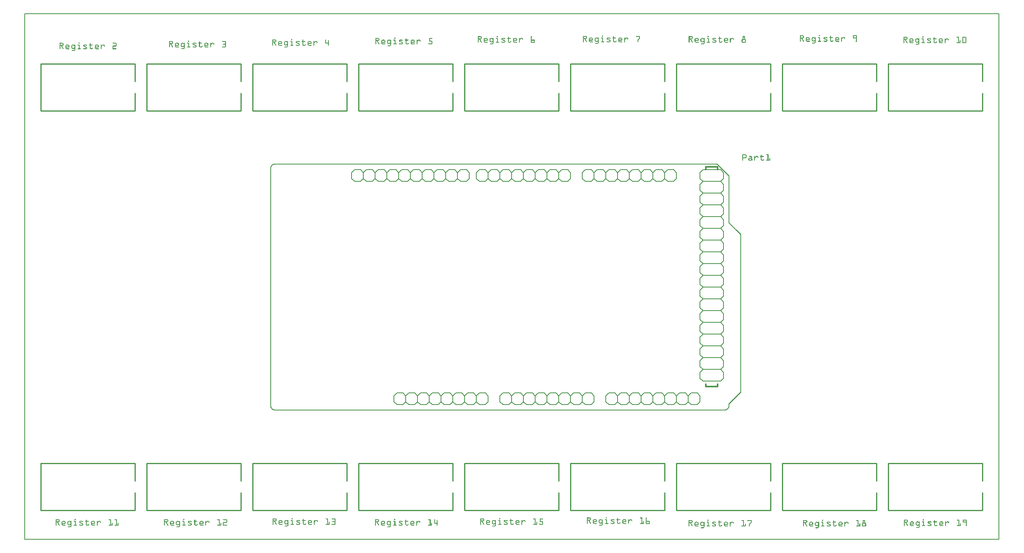
<source format=gto>
G04 MADE WITH FRITZING*
G04 WWW.FRITZING.ORG*
G04 DOUBLE SIDED*
G04 HOLES PLATED*
G04 CONTOUR ON CENTER OF CONTOUR VECTOR*
%ASAXBY*%
%FSLAX23Y23*%
%MOIN*%
%OFA0B0*%
%SFA1.0B1.0*%
%ADD10R,8.285450X4.483250X8.269450X4.467250*%
%ADD11C,0.008000*%
%ADD12C,0.012000*%
%ADD13C,0.006000*%
%ADD14C,0.010000*%
%ADD15R,0.001000X0.001000*%
%LNSILK1*%
G90*
G70*
G54D11*
X4Y4479D02*
X8281Y4479D01*
X8281Y4D01*
X4Y4D01*
X4Y4479D01*
D02*
G54D12*
X5790Y1326D02*
X5790Y1306D01*
D02*
X5790Y1306D02*
X5890Y1306D01*
D02*
X5890Y1306D02*
X5890Y1326D01*
D02*
X5790Y3151D02*
X5790Y3176D01*
D02*
X5790Y3176D02*
X5890Y3176D01*
D02*
X5890Y3176D02*
X5890Y3151D01*
G54D13*
D02*
X5565Y1251D02*
X5615Y1251D01*
D02*
X5615Y1251D02*
X5640Y1226D01*
D02*
X5640Y1226D02*
X5640Y1176D01*
D02*
X5640Y1176D02*
X5615Y1151D01*
D02*
X5440Y1226D02*
X5465Y1251D01*
D02*
X5465Y1251D02*
X5515Y1251D01*
D02*
X5515Y1251D02*
X5540Y1226D01*
D02*
X5540Y1226D02*
X5540Y1176D01*
D02*
X5540Y1176D02*
X5515Y1151D01*
D02*
X5515Y1151D02*
X5465Y1151D01*
D02*
X5465Y1151D02*
X5440Y1176D01*
D02*
X5565Y1251D02*
X5540Y1226D01*
D02*
X5540Y1176D02*
X5565Y1151D01*
D02*
X5615Y1151D02*
X5565Y1151D01*
D02*
X5265Y1251D02*
X5315Y1251D01*
D02*
X5315Y1251D02*
X5340Y1226D01*
D02*
X5340Y1226D02*
X5340Y1176D01*
D02*
X5340Y1176D02*
X5315Y1151D01*
D02*
X5340Y1226D02*
X5365Y1251D01*
D02*
X5365Y1251D02*
X5415Y1251D01*
D02*
X5415Y1251D02*
X5440Y1226D01*
D02*
X5440Y1226D02*
X5440Y1176D01*
D02*
X5440Y1176D02*
X5415Y1151D01*
D02*
X5415Y1151D02*
X5365Y1151D01*
D02*
X5365Y1151D02*
X5340Y1176D01*
D02*
X5140Y1226D02*
X5165Y1251D01*
D02*
X5165Y1251D02*
X5215Y1251D01*
D02*
X5215Y1251D02*
X5240Y1226D01*
D02*
X5240Y1226D02*
X5240Y1176D01*
D02*
X5240Y1176D02*
X5215Y1151D01*
D02*
X5215Y1151D02*
X5165Y1151D01*
D02*
X5165Y1151D02*
X5140Y1176D01*
D02*
X5265Y1251D02*
X5240Y1226D01*
D02*
X5240Y1176D02*
X5265Y1151D01*
D02*
X5315Y1151D02*
X5265Y1151D01*
D02*
X4965Y1251D02*
X5015Y1251D01*
D02*
X5015Y1251D02*
X5040Y1226D01*
D02*
X5040Y1226D02*
X5040Y1176D01*
D02*
X5040Y1176D02*
X5015Y1151D01*
D02*
X5040Y1226D02*
X5065Y1251D01*
D02*
X5065Y1251D02*
X5115Y1251D01*
D02*
X5115Y1251D02*
X5140Y1226D01*
D02*
X5140Y1226D02*
X5140Y1176D01*
D02*
X5140Y1176D02*
X5115Y1151D01*
D02*
X5115Y1151D02*
X5065Y1151D01*
D02*
X5065Y1151D02*
X5040Y1176D01*
D02*
X4940Y1226D02*
X4940Y1176D01*
D02*
X4965Y1251D02*
X4940Y1226D01*
D02*
X4940Y1176D02*
X4965Y1151D01*
D02*
X5015Y1151D02*
X4965Y1151D01*
D02*
X5665Y1251D02*
X5715Y1251D01*
D02*
X5715Y1251D02*
X5740Y1226D01*
D02*
X5740Y1226D02*
X5740Y1176D01*
D02*
X5740Y1176D02*
X5715Y1151D01*
D02*
X5665Y1251D02*
X5640Y1226D01*
D02*
X5640Y1176D02*
X5665Y1151D01*
D02*
X5715Y1151D02*
X5665Y1151D01*
D02*
X4665Y1251D02*
X4715Y1251D01*
D02*
X4715Y1251D02*
X4740Y1226D01*
D02*
X4740Y1226D02*
X4740Y1176D01*
D02*
X4740Y1176D02*
X4715Y1151D01*
D02*
X4540Y1226D02*
X4565Y1251D01*
D02*
X4565Y1251D02*
X4615Y1251D01*
D02*
X4615Y1251D02*
X4640Y1226D01*
D02*
X4640Y1226D02*
X4640Y1176D01*
D02*
X4640Y1176D02*
X4615Y1151D01*
D02*
X4615Y1151D02*
X4565Y1151D01*
D02*
X4565Y1151D02*
X4540Y1176D01*
D02*
X4665Y1251D02*
X4640Y1226D01*
D02*
X4640Y1176D02*
X4665Y1151D01*
D02*
X4715Y1151D02*
X4665Y1151D01*
D02*
X4365Y1251D02*
X4415Y1251D01*
D02*
X4415Y1251D02*
X4440Y1226D01*
D02*
X4440Y1226D02*
X4440Y1176D01*
D02*
X4440Y1176D02*
X4415Y1151D01*
D02*
X4440Y1226D02*
X4465Y1251D01*
D02*
X4465Y1251D02*
X4515Y1251D01*
D02*
X4515Y1251D02*
X4540Y1226D01*
D02*
X4540Y1226D02*
X4540Y1176D01*
D02*
X4540Y1176D02*
X4515Y1151D01*
D02*
X4515Y1151D02*
X4465Y1151D01*
D02*
X4465Y1151D02*
X4440Y1176D01*
D02*
X4240Y1226D02*
X4265Y1251D01*
D02*
X4265Y1251D02*
X4315Y1251D01*
D02*
X4315Y1251D02*
X4340Y1226D01*
D02*
X4340Y1226D02*
X4340Y1176D01*
D02*
X4340Y1176D02*
X4315Y1151D01*
D02*
X4315Y1151D02*
X4265Y1151D01*
D02*
X4265Y1151D02*
X4240Y1176D01*
D02*
X4365Y1251D02*
X4340Y1226D01*
D02*
X4340Y1176D02*
X4365Y1151D01*
D02*
X4415Y1151D02*
X4365Y1151D01*
D02*
X4065Y1251D02*
X4115Y1251D01*
D02*
X4115Y1251D02*
X4140Y1226D01*
D02*
X4140Y1226D02*
X4140Y1176D01*
D02*
X4140Y1176D02*
X4115Y1151D01*
D02*
X4140Y1226D02*
X4165Y1251D01*
D02*
X4165Y1251D02*
X4215Y1251D01*
D02*
X4215Y1251D02*
X4240Y1226D01*
D02*
X4240Y1226D02*
X4240Y1176D01*
D02*
X4240Y1176D02*
X4215Y1151D01*
D02*
X4215Y1151D02*
X4165Y1151D01*
D02*
X4165Y1151D02*
X4140Y1176D01*
D02*
X4040Y1226D02*
X4040Y1176D01*
D02*
X4065Y1251D02*
X4040Y1226D01*
D02*
X4040Y1176D02*
X4065Y1151D01*
D02*
X4115Y1151D02*
X4065Y1151D01*
D02*
X4765Y1251D02*
X4815Y1251D01*
D02*
X4815Y1251D02*
X4840Y1226D01*
D02*
X4840Y1226D02*
X4840Y1176D01*
D02*
X4840Y1176D02*
X4815Y1151D01*
D02*
X4765Y1251D02*
X4740Y1226D01*
D02*
X4740Y1176D02*
X4765Y1151D01*
D02*
X4815Y1151D02*
X4765Y1151D01*
D02*
X4915Y3051D02*
X4865Y3051D01*
D02*
X4865Y3051D02*
X4840Y3076D01*
D02*
X4840Y3076D02*
X4840Y3126D01*
D02*
X4840Y3126D02*
X4865Y3151D01*
D02*
X5040Y3076D02*
X5015Y3051D01*
D02*
X5015Y3051D02*
X4965Y3051D01*
D02*
X4965Y3051D02*
X4940Y3076D01*
D02*
X4940Y3076D02*
X4940Y3126D01*
D02*
X4940Y3126D02*
X4965Y3151D01*
D02*
X4965Y3151D02*
X5015Y3151D01*
D02*
X5015Y3151D02*
X5040Y3126D01*
D02*
X4915Y3051D02*
X4940Y3076D01*
D02*
X4940Y3126D02*
X4915Y3151D01*
D02*
X4865Y3151D02*
X4915Y3151D01*
D02*
X5215Y3051D02*
X5165Y3051D01*
D02*
X5165Y3051D02*
X5140Y3076D01*
D02*
X5140Y3076D02*
X5140Y3126D01*
D02*
X5140Y3126D02*
X5165Y3151D01*
D02*
X5140Y3076D02*
X5115Y3051D01*
D02*
X5115Y3051D02*
X5065Y3051D01*
D02*
X5065Y3051D02*
X5040Y3076D01*
D02*
X5040Y3076D02*
X5040Y3126D01*
D02*
X5040Y3126D02*
X5065Y3151D01*
D02*
X5065Y3151D02*
X5115Y3151D01*
D02*
X5115Y3151D02*
X5140Y3126D01*
D02*
X5340Y3076D02*
X5315Y3051D01*
D02*
X5315Y3051D02*
X5265Y3051D01*
D02*
X5265Y3051D02*
X5240Y3076D01*
D02*
X5240Y3076D02*
X5240Y3126D01*
D02*
X5240Y3126D02*
X5265Y3151D01*
D02*
X5265Y3151D02*
X5315Y3151D01*
D02*
X5315Y3151D02*
X5340Y3126D01*
D02*
X5215Y3051D02*
X5240Y3076D01*
D02*
X5240Y3126D02*
X5215Y3151D01*
D02*
X5165Y3151D02*
X5215Y3151D01*
D02*
X5515Y3051D02*
X5465Y3051D01*
D02*
X5465Y3051D02*
X5440Y3076D01*
D02*
X5440Y3076D02*
X5440Y3126D01*
D02*
X5440Y3126D02*
X5465Y3151D01*
D02*
X5440Y3076D02*
X5415Y3051D01*
D02*
X5415Y3051D02*
X5365Y3051D01*
D02*
X5365Y3051D02*
X5340Y3076D01*
D02*
X5340Y3076D02*
X5340Y3126D01*
D02*
X5340Y3126D02*
X5365Y3151D01*
D02*
X5365Y3151D02*
X5415Y3151D01*
D02*
X5415Y3151D02*
X5440Y3126D01*
D02*
X5540Y3076D02*
X5540Y3126D01*
D02*
X5515Y3051D02*
X5540Y3076D01*
D02*
X5540Y3126D02*
X5515Y3151D01*
D02*
X5465Y3151D02*
X5515Y3151D01*
D02*
X4815Y3051D02*
X4765Y3051D01*
D02*
X4765Y3051D02*
X4740Y3076D01*
D02*
X4740Y3076D02*
X4740Y3126D01*
D02*
X4740Y3126D02*
X4765Y3151D01*
D02*
X4815Y3051D02*
X4840Y3076D01*
D02*
X4840Y3126D02*
X4815Y3151D01*
D02*
X4765Y3151D02*
X4815Y3151D01*
D02*
X3580Y3126D02*
X3605Y3151D01*
D02*
X3605Y3151D02*
X3655Y3151D01*
D02*
X3655Y3151D02*
X3680Y3126D01*
D02*
X3680Y3126D02*
X3680Y3076D01*
D02*
X3680Y3076D02*
X3655Y3051D01*
D02*
X3655Y3051D02*
X3605Y3051D01*
D02*
X3605Y3051D02*
X3580Y3076D01*
D02*
X3405Y3151D02*
X3455Y3151D01*
D02*
X3455Y3151D02*
X3480Y3126D01*
D02*
X3480Y3126D02*
X3480Y3076D01*
D02*
X3480Y3076D02*
X3455Y3051D01*
D02*
X3480Y3126D02*
X3505Y3151D01*
D02*
X3505Y3151D02*
X3555Y3151D01*
D02*
X3555Y3151D02*
X3580Y3126D01*
D02*
X3580Y3126D02*
X3580Y3076D01*
D02*
X3580Y3076D02*
X3555Y3051D01*
D02*
X3555Y3051D02*
X3505Y3051D01*
D02*
X3505Y3051D02*
X3480Y3076D01*
D02*
X3280Y3126D02*
X3305Y3151D01*
D02*
X3305Y3151D02*
X3355Y3151D01*
D02*
X3355Y3151D02*
X3380Y3126D01*
D02*
X3380Y3126D02*
X3380Y3076D01*
D02*
X3380Y3076D02*
X3355Y3051D01*
D02*
X3355Y3051D02*
X3305Y3051D01*
D02*
X3305Y3051D02*
X3280Y3076D01*
D02*
X3405Y3151D02*
X3380Y3126D01*
D02*
X3380Y3076D02*
X3405Y3051D01*
D02*
X3455Y3051D02*
X3405Y3051D01*
D02*
X3105Y3151D02*
X3155Y3151D01*
D02*
X3155Y3151D02*
X3180Y3126D01*
D02*
X3180Y3126D02*
X3180Y3076D01*
D02*
X3180Y3076D02*
X3155Y3051D01*
D02*
X3180Y3126D02*
X3205Y3151D01*
D02*
X3205Y3151D02*
X3255Y3151D01*
D02*
X3255Y3151D02*
X3280Y3126D01*
D02*
X3280Y3126D02*
X3280Y3076D01*
D02*
X3280Y3076D02*
X3255Y3051D01*
D02*
X3255Y3051D02*
X3205Y3051D01*
D02*
X3205Y3051D02*
X3180Y3076D01*
D02*
X2980Y3126D02*
X3005Y3151D01*
D02*
X3005Y3151D02*
X3055Y3151D01*
D02*
X3055Y3151D02*
X3080Y3126D01*
D02*
X3080Y3126D02*
X3080Y3076D01*
D02*
X3080Y3076D02*
X3055Y3051D01*
D02*
X3055Y3051D02*
X3005Y3051D01*
D02*
X3005Y3051D02*
X2980Y3076D01*
D02*
X3105Y3151D02*
X3080Y3126D01*
D02*
X3080Y3076D02*
X3105Y3051D01*
D02*
X3155Y3051D02*
X3105Y3051D01*
D02*
X2805Y3151D02*
X2855Y3151D01*
D02*
X2855Y3151D02*
X2880Y3126D01*
D02*
X2880Y3126D02*
X2880Y3076D01*
D02*
X2880Y3076D02*
X2855Y3051D01*
D02*
X2880Y3126D02*
X2905Y3151D01*
D02*
X2905Y3151D02*
X2955Y3151D01*
D02*
X2955Y3151D02*
X2980Y3126D01*
D02*
X2980Y3126D02*
X2980Y3076D01*
D02*
X2980Y3076D02*
X2955Y3051D01*
D02*
X2955Y3051D02*
X2905Y3051D01*
D02*
X2905Y3051D02*
X2880Y3076D01*
D02*
X2780Y3126D02*
X2780Y3076D01*
D02*
X2805Y3151D02*
X2780Y3126D01*
D02*
X2780Y3076D02*
X2805Y3051D01*
D02*
X2855Y3051D02*
X2805Y3051D01*
D02*
X3705Y3151D02*
X3755Y3151D01*
D02*
X3755Y3151D02*
X3780Y3126D01*
D02*
X3780Y3126D02*
X3780Y3076D01*
D02*
X3780Y3076D02*
X3755Y3051D01*
D02*
X3705Y3151D02*
X3680Y3126D01*
D02*
X3680Y3076D02*
X3705Y3051D01*
D02*
X3755Y3051D02*
X3705Y3051D01*
D02*
X3765Y1251D02*
X3815Y1251D01*
D02*
X3815Y1251D02*
X3840Y1226D01*
D02*
X3840Y1226D02*
X3840Y1176D01*
D02*
X3840Y1176D02*
X3815Y1151D01*
D02*
X3640Y1226D02*
X3665Y1251D01*
D02*
X3665Y1251D02*
X3715Y1251D01*
D02*
X3715Y1251D02*
X3740Y1226D01*
D02*
X3740Y1226D02*
X3740Y1176D01*
D02*
X3740Y1176D02*
X3715Y1151D01*
D02*
X3715Y1151D02*
X3665Y1151D01*
D02*
X3665Y1151D02*
X3640Y1176D01*
D02*
X3765Y1251D02*
X3740Y1226D01*
D02*
X3740Y1176D02*
X3765Y1151D01*
D02*
X3815Y1151D02*
X3765Y1151D01*
D02*
X3465Y1251D02*
X3515Y1251D01*
D02*
X3515Y1251D02*
X3540Y1226D01*
D02*
X3540Y1226D02*
X3540Y1176D01*
D02*
X3540Y1176D02*
X3515Y1151D01*
D02*
X3540Y1226D02*
X3565Y1251D01*
D02*
X3565Y1251D02*
X3615Y1251D01*
D02*
X3615Y1251D02*
X3640Y1226D01*
D02*
X3640Y1226D02*
X3640Y1176D01*
D02*
X3640Y1176D02*
X3615Y1151D01*
D02*
X3615Y1151D02*
X3565Y1151D01*
D02*
X3565Y1151D02*
X3540Y1176D01*
D02*
X3340Y1226D02*
X3365Y1251D01*
D02*
X3365Y1251D02*
X3415Y1251D01*
D02*
X3415Y1251D02*
X3440Y1226D01*
D02*
X3440Y1226D02*
X3440Y1176D01*
D02*
X3440Y1176D02*
X3415Y1151D01*
D02*
X3415Y1151D02*
X3365Y1151D01*
D02*
X3365Y1151D02*
X3340Y1176D01*
D02*
X3465Y1251D02*
X3440Y1226D01*
D02*
X3440Y1176D02*
X3465Y1151D01*
D02*
X3515Y1151D02*
X3465Y1151D01*
D02*
X3165Y1251D02*
X3215Y1251D01*
D02*
X3215Y1251D02*
X3240Y1226D01*
D02*
X3240Y1226D02*
X3240Y1176D01*
D02*
X3240Y1176D02*
X3215Y1151D01*
D02*
X3240Y1226D02*
X3265Y1251D01*
D02*
X3265Y1251D02*
X3315Y1251D01*
D02*
X3315Y1251D02*
X3340Y1226D01*
D02*
X3340Y1226D02*
X3340Y1176D01*
D02*
X3340Y1176D02*
X3315Y1151D01*
D02*
X3315Y1151D02*
X3265Y1151D01*
D02*
X3265Y1151D02*
X3240Y1176D01*
D02*
X3140Y1226D02*
X3140Y1176D01*
D02*
X3165Y1251D02*
X3140Y1226D01*
D02*
X3140Y1176D02*
X3165Y1151D01*
D02*
X3215Y1151D02*
X3165Y1151D01*
D02*
X3865Y1251D02*
X3915Y1251D01*
D02*
X3915Y1251D02*
X3940Y1226D01*
D02*
X3940Y1226D02*
X3940Y1176D01*
D02*
X3940Y1176D02*
X3915Y1151D01*
D02*
X3865Y1251D02*
X3840Y1226D01*
D02*
X3840Y1176D02*
X3865Y1151D01*
D02*
X3915Y1151D02*
X3865Y1151D01*
D02*
X4015Y3051D02*
X3965Y3051D01*
D02*
X3965Y3051D02*
X3940Y3076D01*
D02*
X3940Y3076D02*
X3940Y3126D01*
D02*
X3940Y3126D02*
X3965Y3151D01*
D02*
X4140Y3076D02*
X4115Y3051D01*
D02*
X4115Y3051D02*
X4065Y3051D01*
D02*
X4065Y3051D02*
X4040Y3076D01*
D02*
X4040Y3076D02*
X4040Y3126D01*
D02*
X4040Y3126D02*
X4065Y3151D01*
D02*
X4065Y3151D02*
X4115Y3151D01*
D02*
X4115Y3151D02*
X4140Y3126D01*
D02*
X4015Y3051D02*
X4040Y3076D01*
D02*
X4040Y3126D02*
X4015Y3151D01*
D02*
X3965Y3151D02*
X4015Y3151D01*
D02*
X4315Y3051D02*
X4265Y3051D01*
D02*
X4265Y3051D02*
X4240Y3076D01*
D02*
X4240Y3076D02*
X4240Y3126D01*
D02*
X4240Y3126D02*
X4265Y3151D01*
D02*
X4240Y3076D02*
X4215Y3051D01*
D02*
X4215Y3051D02*
X4165Y3051D01*
D02*
X4165Y3051D02*
X4140Y3076D01*
D02*
X4140Y3076D02*
X4140Y3126D01*
D02*
X4140Y3126D02*
X4165Y3151D01*
D02*
X4165Y3151D02*
X4215Y3151D01*
D02*
X4215Y3151D02*
X4240Y3126D01*
D02*
X4440Y3076D02*
X4415Y3051D01*
D02*
X4415Y3051D02*
X4365Y3051D01*
D02*
X4365Y3051D02*
X4340Y3076D01*
D02*
X4340Y3076D02*
X4340Y3126D01*
D02*
X4340Y3126D02*
X4365Y3151D01*
D02*
X4365Y3151D02*
X4415Y3151D01*
D02*
X4415Y3151D02*
X4440Y3126D01*
D02*
X4315Y3051D02*
X4340Y3076D01*
D02*
X4340Y3126D02*
X4315Y3151D01*
D02*
X4265Y3151D02*
X4315Y3151D01*
D02*
X4615Y3051D02*
X4565Y3051D01*
D02*
X4565Y3051D02*
X4540Y3076D01*
D02*
X4540Y3076D02*
X4540Y3126D01*
D02*
X4540Y3126D02*
X4565Y3151D01*
D02*
X4540Y3076D02*
X4515Y3051D01*
D02*
X4515Y3051D02*
X4465Y3051D01*
D02*
X4465Y3051D02*
X4440Y3076D01*
D02*
X4440Y3076D02*
X4440Y3126D01*
D02*
X4440Y3126D02*
X4465Y3151D01*
D02*
X4465Y3151D02*
X4515Y3151D01*
D02*
X4515Y3151D02*
X4540Y3126D01*
D02*
X4640Y3076D02*
X4640Y3126D01*
D02*
X4615Y3051D02*
X4640Y3076D01*
D02*
X4640Y3126D02*
X4615Y3151D01*
D02*
X4565Y3151D02*
X4615Y3151D01*
D02*
X3915Y3051D02*
X3865Y3051D01*
D02*
X3865Y3051D02*
X3840Y3076D01*
D02*
X3840Y3076D02*
X3840Y3126D01*
D02*
X3840Y3126D02*
X3865Y3151D01*
D02*
X3915Y3051D02*
X3940Y3076D01*
D02*
X3940Y3126D02*
X3915Y3151D01*
D02*
X3865Y3151D02*
X3915Y3151D01*
D02*
X5765Y3151D02*
X5740Y3126D01*
D02*
X5740Y3126D02*
X5740Y3076D01*
D02*
X5740Y3076D02*
X5765Y3051D01*
D02*
X5765Y3051D02*
X5740Y3026D01*
D02*
X5740Y3026D02*
X5740Y2976D01*
D02*
X5740Y2976D02*
X5765Y2951D01*
D02*
X5765Y2951D02*
X5740Y2926D01*
D02*
X5740Y2926D02*
X5740Y2876D01*
D02*
X5740Y2876D02*
X5765Y2851D01*
D02*
X5765Y2851D02*
X5740Y2826D01*
D02*
X5740Y2826D02*
X5740Y2776D01*
D02*
X5740Y2776D02*
X5765Y2751D01*
D02*
X5765Y2751D02*
X5740Y2726D01*
D02*
X5740Y2726D02*
X5740Y2676D01*
D02*
X5740Y2676D02*
X5765Y2651D01*
D02*
X5765Y2651D02*
X5740Y2626D01*
D02*
X5740Y2626D02*
X5740Y2576D01*
D02*
X5740Y2576D02*
X5765Y2551D01*
D02*
X5765Y3151D02*
X5915Y3151D01*
D02*
X5915Y3151D02*
X5940Y3126D01*
D02*
X5940Y3126D02*
X5940Y3076D01*
D02*
X5940Y3076D02*
X5915Y3051D01*
D02*
X5915Y3051D02*
X5940Y3026D01*
D02*
X5940Y3026D02*
X5940Y2976D01*
D02*
X5940Y2976D02*
X5915Y2951D01*
D02*
X5915Y2951D02*
X5940Y2926D01*
D02*
X5940Y2926D02*
X5940Y2876D01*
D02*
X5940Y2876D02*
X5915Y2851D01*
D02*
X5915Y2851D02*
X5940Y2826D01*
D02*
X5940Y2826D02*
X5940Y2776D01*
D02*
X5940Y2776D02*
X5915Y2751D01*
D02*
X5915Y2751D02*
X5940Y2726D01*
D02*
X5940Y2726D02*
X5940Y2676D01*
D02*
X5940Y2676D02*
X5915Y2651D01*
D02*
X5915Y2651D02*
X5940Y2626D01*
D02*
X5940Y2626D02*
X5940Y2576D01*
D02*
X5940Y2576D02*
X5915Y2551D01*
D02*
X5915Y2551D02*
X5940Y2526D01*
D02*
X5940Y2526D02*
X5940Y2476D01*
D02*
X5940Y2476D02*
X5915Y2451D01*
D02*
X5915Y2451D02*
X5940Y2426D01*
D02*
X5940Y2426D02*
X5940Y2376D01*
D02*
X5940Y2376D02*
X5915Y2351D01*
D02*
X5915Y2351D02*
X5940Y2326D01*
D02*
X5940Y2326D02*
X5940Y2276D01*
D02*
X5940Y2276D02*
X5915Y2251D01*
D02*
X5915Y2251D02*
X5940Y2226D01*
D02*
X5940Y2226D02*
X5940Y2176D01*
D02*
X5940Y2176D02*
X5915Y2151D01*
D02*
X5915Y2151D02*
X5940Y2126D01*
D02*
X5940Y2126D02*
X5940Y2076D01*
D02*
X5940Y2076D02*
X5915Y2051D01*
D02*
X5915Y2051D02*
X5940Y2026D01*
D02*
X5940Y2026D02*
X5940Y1976D01*
D02*
X5915Y1951D02*
X5940Y1976D01*
D02*
X5915Y1951D02*
X5940Y1926D01*
D02*
X5940Y1876D02*
X5940Y1926D01*
D02*
X5940Y1876D02*
X5915Y1851D01*
D02*
X5915Y1851D02*
X5940Y1826D01*
D02*
X5940Y1776D02*
X5940Y1826D01*
D02*
X5940Y1776D02*
X5915Y1751D01*
D02*
X5915Y1751D02*
X5940Y1726D01*
D02*
X5940Y1676D02*
X5940Y1726D01*
D02*
X5940Y1676D02*
X5915Y1651D01*
D02*
X5915Y1651D02*
X5940Y1626D01*
D02*
X5940Y1576D02*
X5940Y1626D01*
D02*
X5940Y1576D02*
X5915Y1551D01*
D02*
X5915Y1551D02*
X5940Y1526D01*
D02*
X5940Y1476D02*
X5940Y1526D01*
D02*
X5940Y1476D02*
X5915Y1451D01*
D02*
X5915Y1451D02*
X5940Y1426D01*
D02*
X5940Y1376D02*
X5940Y1426D01*
D02*
X5940Y1376D02*
X5915Y1351D01*
D02*
X5765Y1351D02*
X5740Y1376D01*
D02*
X5740Y1376D02*
X5740Y1426D01*
D02*
X5765Y1451D02*
X5740Y1426D01*
D02*
X5765Y1451D02*
X5740Y1476D01*
D02*
X5740Y1476D02*
X5740Y1526D01*
D02*
X5765Y1551D02*
X5740Y1526D01*
D02*
X5765Y1551D02*
X5740Y1576D01*
D02*
X5740Y1626D02*
X5740Y1576D01*
D02*
X5740Y1626D02*
X5765Y1651D01*
D02*
X5765Y1651D02*
X5740Y1676D01*
D02*
X5740Y1726D02*
X5740Y1676D01*
D02*
X5740Y1726D02*
X5765Y1751D01*
D02*
X5765Y1751D02*
X5740Y1776D01*
D02*
X5740Y1776D02*
X5740Y1826D01*
D02*
X5765Y1851D02*
X5740Y1826D01*
D02*
X5765Y1851D02*
X5740Y1876D01*
D02*
X5740Y1876D02*
X5740Y1926D01*
D02*
X5765Y1951D02*
X5740Y1926D01*
D02*
X5765Y1951D02*
X5740Y1976D01*
D02*
X5740Y1976D02*
X5740Y2026D01*
D02*
X5765Y2051D02*
X5740Y2026D01*
D02*
X5765Y2051D02*
X5740Y2076D01*
D02*
X5740Y2076D02*
X5740Y2126D01*
D02*
X5765Y2151D02*
X5740Y2126D01*
D02*
X5765Y2151D02*
X5740Y2176D01*
D02*
X5740Y2176D02*
X5740Y2226D01*
D02*
X5765Y2251D02*
X5740Y2226D01*
D02*
X5765Y2251D02*
X5740Y2276D01*
D02*
X5740Y2276D02*
X5740Y2326D01*
D02*
X5765Y2351D02*
X5740Y2326D01*
D02*
X5765Y2351D02*
X5740Y2376D01*
D02*
X5740Y2376D02*
X5740Y2426D01*
D02*
X5765Y2451D02*
X5740Y2426D01*
D02*
X5765Y2451D02*
X5740Y2476D01*
D02*
X5740Y2476D02*
X5740Y2526D01*
D02*
X5765Y2551D02*
X5740Y2526D01*
D02*
X5915Y3051D02*
X5765Y3051D01*
D02*
X5915Y2951D02*
X5765Y2951D01*
D02*
X5915Y2851D02*
X5765Y2851D01*
D02*
X5915Y2751D02*
X5765Y2751D01*
D02*
X5915Y2651D02*
X5765Y2651D01*
D02*
X5915Y2551D02*
X5765Y2551D01*
D02*
X5915Y2451D02*
X5765Y2451D01*
D02*
X5915Y2351D02*
X5765Y2351D01*
D02*
X5915Y2251D02*
X5765Y2251D01*
D02*
X5915Y2151D02*
X5765Y2151D01*
D02*
X5915Y2051D02*
X5765Y2051D01*
D02*
X5915Y1951D02*
X5765Y1951D01*
D02*
X5915Y1851D02*
X5765Y1851D01*
D02*
X5915Y1751D02*
X5765Y1751D01*
D02*
X5915Y1651D02*
X5765Y1651D01*
D02*
X5915Y1551D02*
X5765Y1551D01*
D02*
X5915Y1451D02*
X5765Y1451D01*
D02*
X5915Y1351D02*
X5765Y1351D01*
G54D14*
D02*
X8140Y651D02*
X7340Y651D01*
D02*
X7340Y651D02*
X7340Y251D01*
D02*
X7340Y251D02*
X8140Y251D01*
D02*
X8140Y651D02*
X8140Y501D01*
D02*
X8140Y401D02*
X8140Y251D01*
D02*
X940Y4051D02*
X140Y4051D01*
D02*
X140Y4051D02*
X140Y3651D01*
D02*
X140Y3651D02*
X940Y3651D01*
D02*
X940Y4051D02*
X940Y3901D01*
D02*
X940Y3801D02*
X940Y3651D01*
D02*
X1840Y4051D02*
X1040Y4051D01*
D02*
X1040Y4051D02*
X1040Y3651D01*
D02*
X1040Y3651D02*
X1840Y3651D01*
D02*
X1840Y4051D02*
X1840Y3901D01*
D02*
X1840Y3801D02*
X1840Y3651D01*
D02*
X2740Y4051D02*
X1940Y4051D01*
D02*
X1940Y4051D02*
X1940Y3651D01*
D02*
X1940Y3651D02*
X2740Y3651D01*
D02*
X2740Y4051D02*
X2740Y3901D01*
D02*
X2740Y3801D02*
X2740Y3651D01*
D02*
X3640Y4051D02*
X2840Y4051D01*
D02*
X2840Y4051D02*
X2840Y3651D01*
D02*
X2840Y3651D02*
X3640Y3651D01*
D02*
X3640Y4051D02*
X3640Y3901D01*
D02*
X3640Y3801D02*
X3640Y3651D01*
D02*
X4540Y4051D02*
X3740Y4051D01*
D02*
X3740Y4051D02*
X3740Y3651D01*
D02*
X3740Y3651D02*
X4540Y3651D01*
D02*
X4540Y4051D02*
X4540Y3901D01*
D02*
X4540Y3801D02*
X4540Y3651D01*
D02*
X5440Y4051D02*
X4640Y4051D01*
D02*
X4640Y4051D02*
X4640Y3651D01*
D02*
X4640Y3651D02*
X5440Y3651D01*
D02*
X5440Y4051D02*
X5440Y3901D01*
D02*
X5440Y3801D02*
X5440Y3651D01*
D02*
X6340Y4051D02*
X5540Y4051D01*
D02*
X5540Y4051D02*
X5540Y3651D01*
D02*
X5540Y3651D02*
X6340Y3651D01*
D02*
X6340Y4051D02*
X6340Y3901D01*
D02*
X6340Y3801D02*
X6340Y3651D01*
D02*
X7240Y4051D02*
X6440Y4051D01*
D02*
X6440Y4051D02*
X6440Y3651D01*
D02*
X6440Y3651D02*
X7240Y3651D01*
D02*
X7240Y4051D02*
X7240Y3901D01*
D02*
X7240Y3801D02*
X7240Y3651D01*
D02*
X8140Y4051D02*
X7340Y4051D01*
D02*
X7340Y4051D02*
X7340Y3651D01*
D02*
X7340Y3651D02*
X8140Y3651D01*
D02*
X8140Y4051D02*
X8140Y3901D01*
D02*
X8140Y3801D02*
X8140Y3651D01*
D02*
X940Y651D02*
X140Y651D01*
D02*
X140Y651D02*
X140Y251D01*
D02*
X140Y251D02*
X940Y251D01*
D02*
X940Y651D02*
X940Y501D01*
D02*
X940Y401D02*
X940Y251D01*
D02*
X1840Y651D02*
X1040Y651D01*
D02*
X1040Y651D02*
X1040Y251D01*
D02*
X1040Y251D02*
X1840Y251D01*
D02*
X1840Y651D02*
X1840Y501D01*
D02*
X1840Y401D02*
X1840Y251D01*
D02*
X2740Y651D02*
X1940Y651D01*
D02*
X1940Y651D02*
X1940Y251D01*
D02*
X1940Y251D02*
X2740Y251D01*
D02*
X2740Y651D02*
X2740Y501D01*
D02*
X2740Y401D02*
X2740Y251D01*
D02*
X3640Y651D02*
X2840Y651D01*
D02*
X2840Y651D02*
X2840Y251D01*
D02*
X2840Y251D02*
X3640Y251D01*
D02*
X3640Y651D02*
X3640Y501D01*
D02*
X3640Y401D02*
X3640Y251D01*
D02*
X4540Y651D02*
X3740Y651D01*
D02*
X3740Y651D02*
X3740Y251D01*
D02*
X3740Y251D02*
X4540Y251D01*
D02*
X4540Y651D02*
X4540Y501D01*
D02*
X4540Y401D02*
X4540Y251D01*
D02*
X5440Y651D02*
X4640Y651D01*
D02*
X4640Y651D02*
X4640Y251D01*
D02*
X4640Y251D02*
X5440Y251D01*
D02*
X5440Y651D02*
X5440Y501D01*
D02*
X5440Y401D02*
X5440Y251D01*
D02*
X6340Y651D02*
X5540Y651D01*
D02*
X5540Y651D02*
X5540Y251D01*
D02*
X5540Y251D02*
X6340Y251D01*
D02*
X6340Y651D02*
X6340Y501D01*
D02*
X6340Y401D02*
X6340Y251D01*
D02*
X7240Y651D02*
X6440Y651D01*
D02*
X6440Y651D02*
X6440Y251D01*
D02*
X6440Y251D02*
X7240Y251D01*
D02*
X7240Y651D02*
X7240Y501D01*
D02*
X7240Y401D02*
X7240Y251D01*
G54D15*
X6752Y4296D02*
X6757Y4296D01*
X6750Y4295D02*
X6758Y4295D01*
X6750Y4294D02*
X6759Y4294D01*
X6589Y4293D02*
X6616Y4293D01*
X6750Y4293D02*
X6759Y4293D01*
X7041Y4293D02*
X7071Y4293D01*
X4909Y4292D02*
X4915Y4292D01*
X6589Y4292D02*
X6618Y4292D01*
X6750Y4292D02*
X6759Y4292D01*
X7040Y4292D02*
X7072Y4292D01*
X4908Y4291D02*
X4916Y4291D01*
X6589Y4291D02*
X6619Y4291D01*
X6750Y4291D02*
X6759Y4291D01*
X7040Y4291D02*
X7073Y4291D01*
X4907Y4290D02*
X4916Y4290D01*
X6589Y4290D02*
X6620Y4290D01*
X6750Y4290D02*
X6759Y4290D01*
X6848Y4290D02*
X6851Y4290D01*
X7039Y4290D02*
X7073Y4290D01*
X4747Y4289D02*
X4773Y4289D01*
X4907Y4289D02*
X4917Y4289D01*
X5199Y4289D02*
X5230Y4289D01*
X6589Y4289D02*
X6621Y4289D01*
X6750Y4289D02*
X6759Y4289D01*
X6847Y4289D02*
X6852Y4289D01*
X7039Y4289D02*
X7073Y4289D01*
X4014Y4288D02*
X4021Y4288D01*
X4747Y4288D02*
X4775Y4288D01*
X4907Y4288D02*
X4917Y4288D01*
X5198Y4288D02*
X5230Y4288D01*
X5806Y4288D02*
X5814Y4288D01*
X6589Y4288D02*
X6622Y4288D01*
X6750Y4288D02*
X6759Y4288D01*
X6846Y4288D02*
X6852Y4288D01*
X7039Y4288D02*
X7073Y4288D01*
X4013Y4287D02*
X4022Y4287D01*
X4747Y4287D02*
X4777Y4287D01*
X4907Y4287D02*
X4917Y4287D01*
X5197Y4287D02*
X5230Y4287D01*
X5806Y4287D02*
X5814Y4287D01*
X6589Y4287D02*
X6622Y4287D01*
X6751Y4287D02*
X6757Y4287D01*
X6846Y4287D02*
X6852Y4287D01*
X7039Y4287D02*
X7073Y4287D01*
X3853Y4286D02*
X3877Y4286D01*
X4013Y4286D02*
X4022Y4286D01*
X4305Y4286D02*
X4309Y4286D01*
X4747Y4286D02*
X4778Y4286D01*
X4907Y4286D02*
X4917Y4286D01*
X5005Y4286D02*
X5008Y4286D01*
X5197Y4286D02*
X5230Y4286D01*
X5645Y4286D02*
X5669Y4286D01*
X5805Y4286D02*
X5815Y4286D01*
X6105Y4286D02*
X6119Y4286D01*
X6589Y4286D02*
X6595Y4286D01*
X6615Y4286D02*
X6623Y4286D01*
X6846Y4286D02*
X6852Y4286D01*
X7039Y4286D02*
X7045Y4286D01*
X7067Y4286D02*
X7073Y4286D01*
X3852Y4285D02*
X3880Y4285D01*
X4013Y4285D02*
X4022Y4285D01*
X4303Y4285D02*
X4311Y4285D01*
X4747Y4285D02*
X4778Y4285D01*
X4907Y4285D02*
X4917Y4285D01*
X5004Y4285D02*
X5009Y4285D01*
X5197Y4285D02*
X5230Y4285D01*
X5645Y4285D02*
X5673Y4285D01*
X5805Y4285D02*
X5815Y4285D01*
X6103Y4285D02*
X6121Y4285D01*
X6589Y4285D02*
X6595Y4285D01*
X6616Y4285D02*
X6623Y4285D01*
X6846Y4285D02*
X6852Y4285D01*
X7039Y4285D02*
X7045Y4285D01*
X7067Y4285D02*
X7073Y4285D01*
X3852Y4284D02*
X3882Y4284D01*
X4013Y4284D02*
X4022Y4284D01*
X4303Y4284D02*
X4312Y4284D01*
X4747Y4284D02*
X4779Y4284D01*
X4908Y4284D02*
X4916Y4284D01*
X5004Y4284D02*
X5010Y4284D01*
X5197Y4284D02*
X5230Y4284D01*
X5645Y4284D02*
X5674Y4284D01*
X5805Y4284D02*
X5815Y4284D01*
X6102Y4284D02*
X6121Y4284D01*
X6589Y4284D02*
X6595Y4284D01*
X6617Y4284D02*
X6623Y4284D01*
X6846Y4284D02*
X6852Y4284D01*
X7039Y4284D02*
X7045Y4284D01*
X7067Y4284D02*
X7073Y4284D01*
X7630Y4284D02*
X7638Y4284D01*
X3852Y4283D02*
X3883Y4283D01*
X4013Y4283D02*
X4022Y4283D01*
X4112Y4283D02*
X4113Y4283D01*
X4302Y4283D02*
X4312Y4283D01*
X4747Y4283D02*
X4780Y4283D01*
X4909Y4283D02*
X4915Y4283D01*
X5004Y4283D02*
X5010Y4283D01*
X5197Y4283D02*
X5230Y4283D01*
X5645Y4283D02*
X5675Y4283D01*
X5805Y4283D02*
X5815Y4283D01*
X5904Y4283D02*
X5905Y4283D01*
X6102Y4283D02*
X6122Y4283D01*
X6589Y4283D02*
X6595Y4283D01*
X6617Y4283D02*
X6623Y4283D01*
X6846Y4283D02*
X6852Y4283D01*
X7039Y4283D02*
X7045Y4283D01*
X7067Y4283D02*
X7073Y4283D01*
X7630Y4283D02*
X7638Y4283D01*
X3852Y4282D02*
X3884Y4282D01*
X4013Y4282D02*
X4022Y4282D01*
X4110Y4282D02*
X4114Y4282D01*
X4302Y4282D02*
X4312Y4282D01*
X4747Y4282D02*
X4753Y4282D01*
X4772Y4282D02*
X4780Y4282D01*
X5004Y4282D02*
X5010Y4282D01*
X5197Y4282D02*
X5203Y4282D01*
X5224Y4282D02*
X5230Y4282D01*
X5645Y4282D02*
X5676Y4282D01*
X5805Y4282D02*
X5815Y4282D01*
X5903Y4282D02*
X5907Y4282D01*
X6102Y4282D02*
X6122Y4282D01*
X6589Y4282D02*
X6595Y4282D01*
X6617Y4282D02*
X6623Y4282D01*
X6846Y4282D02*
X6852Y4282D01*
X7039Y4282D02*
X7045Y4282D01*
X7067Y4282D02*
X7073Y4282D01*
X7469Y4282D02*
X7492Y4282D01*
X7629Y4282D02*
X7639Y4282D01*
X7922Y4282D02*
X7938Y4282D01*
X7976Y4282D02*
X7996Y4282D01*
X3852Y4281D02*
X3885Y4281D01*
X4013Y4281D02*
X4022Y4281D01*
X4110Y4281D02*
X4115Y4281D01*
X4302Y4281D02*
X4312Y4281D01*
X4747Y4281D02*
X4753Y4281D01*
X4774Y4281D02*
X4780Y4281D01*
X5004Y4281D02*
X5010Y4281D01*
X5197Y4281D02*
X5202Y4281D01*
X5224Y4281D02*
X5230Y4281D01*
X5645Y4281D02*
X5677Y4281D01*
X5806Y4281D02*
X5814Y4281D01*
X5902Y4281D02*
X5908Y4281D01*
X6102Y4281D02*
X6122Y4281D01*
X6589Y4281D02*
X6595Y4281D01*
X6617Y4281D02*
X6623Y4281D01*
X6846Y4281D02*
X6852Y4281D01*
X7039Y4281D02*
X7045Y4281D01*
X7067Y4281D02*
X7073Y4281D01*
X7469Y4281D02*
X7496Y4281D01*
X7629Y4281D02*
X7639Y4281D01*
X7920Y4281D02*
X7939Y4281D01*
X7972Y4281D02*
X7999Y4281D01*
X3852Y4280D02*
X3885Y4280D01*
X4014Y4280D02*
X4021Y4280D01*
X4109Y4280D02*
X4115Y4280D01*
X4302Y4280D02*
X4311Y4280D01*
X4747Y4280D02*
X4753Y4280D01*
X4774Y4280D02*
X4780Y4280D01*
X5004Y4280D02*
X5010Y4280D01*
X5199Y4280D02*
X5201Y4280D01*
X5224Y4280D02*
X5230Y4280D01*
X5645Y4280D02*
X5678Y4280D01*
X5806Y4280D02*
X5814Y4280D01*
X5902Y4280D02*
X5908Y4280D01*
X6102Y4280D02*
X6122Y4280D01*
X6589Y4280D02*
X6595Y4280D01*
X6617Y4280D02*
X6623Y4280D01*
X6846Y4280D02*
X6852Y4280D01*
X7039Y4280D02*
X7045Y4280D01*
X7067Y4280D02*
X7073Y4280D01*
X7469Y4280D02*
X7498Y4280D01*
X7629Y4280D02*
X7639Y4280D01*
X7919Y4280D02*
X7939Y4280D01*
X7971Y4280D02*
X8000Y4280D01*
X3852Y4279D02*
X3859Y4279D01*
X3877Y4279D02*
X3885Y4279D01*
X4109Y4279D02*
X4115Y4279D01*
X4302Y4279D02*
X4309Y4279D01*
X4747Y4279D02*
X4753Y4279D01*
X4774Y4279D02*
X4780Y4279D01*
X5004Y4279D02*
X5010Y4279D01*
X5224Y4279D02*
X5230Y4279D01*
X5645Y4279D02*
X5651Y4279D01*
X5670Y4279D02*
X5678Y4279D01*
X5902Y4279D02*
X5908Y4279D01*
X6102Y4279D02*
X6108Y4279D01*
X6115Y4279D02*
X6122Y4279D01*
X6589Y4279D02*
X6595Y4279D01*
X6617Y4279D02*
X6623Y4279D01*
X6846Y4279D02*
X6852Y4279D01*
X7039Y4279D02*
X7045Y4279D01*
X7067Y4279D02*
X7073Y4279D01*
X7469Y4279D02*
X7499Y4279D01*
X7629Y4279D02*
X7639Y4279D01*
X7729Y4279D02*
X7729Y4279D01*
X7919Y4279D02*
X7939Y4279D01*
X7970Y4279D02*
X8001Y4279D01*
X3852Y4278D02*
X3859Y4278D01*
X3879Y4278D02*
X3886Y4278D01*
X4109Y4278D02*
X4115Y4278D01*
X4302Y4278D02*
X4308Y4278D01*
X4747Y4278D02*
X4753Y4278D01*
X4774Y4278D02*
X4780Y4278D01*
X5004Y4278D02*
X5010Y4278D01*
X5224Y4278D02*
X5230Y4278D01*
X5645Y4278D02*
X5651Y4278D01*
X5671Y4278D02*
X5678Y4278D01*
X5902Y4278D02*
X5908Y4278D01*
X6102Y4278D02*
X6108Y4278D01*
X6116Y4278D02*
X6122Y4278D01*
X6589Y4278D02*
X6595Y4278D01*
X6617Y4278D02*
X6623Y4278D01*
X6648Y4278D02*
X6664Y4278D01*
X6698Y4278D02*
X6710Y4278D01*
X6718Y4278D02*
X6722Y4278D01*
X6744Y4278D02*
X6758Y4278D01*
X6795Y4278D02*
X6817Y4278D01*
X6841Y4278D02*
X6868Y4278D01*
X6898Y4278D02*
X6914Y4278D01*
X6941Y4278D02*
X6944Y4278D01*
X6954Y4278D02*
X6966Y4278D01*
X7039Y4278D02*
X7045Y4278D01*
X7067Y4278D02*
X7073Y4278D01*
X7469Y4278D02*
X7500Y4278D01*
X7629Y4278D02*
X7639Y4278D01*
X7727Y4278D02*
X7731Y4278D01*
X7919Y4278D02*
X7939Y4278D01*
X7970Y4278D02*
X8002Y4278D01*
X3852Y4277D02*
X3859Y4277D01*
X3880Y4277D02*
X3886Y4277D01*
X4109Y4277D02*
X4115Y4277D01*
X4302Y4277D02*
X4308Y4277D01*
X4747Y4277D02*
X4753Y4277D01*
X4774Y4277D02*
X4780Y4277D01*
X5004Y4277D02*
X5010Y4277D01*
X5224Y4277D02*
X5230Y4277D01*
X5645Y4277D02*
X5651Y4277D01*
X5672Y4277D02*
X5678Y4277D01*
X5902Y4277D02*
X5908Y4277D01*
X6102Y4277D02*
X6108Y4277D01*
X6116Y4277D02*
X6122Y4277D01*
X6589Y4277D02*
X6595Y4277D01*
X6616Y4277D02*
X6623Y4277D01*
X6647Y4277D02*
X6666Y4277D01*
X6697Y4277D02*
X6712Y4277D01*
X6717Y4277D02*
X6722Y4277D01*
X6743Y4277D02*
X6759Y4277D01*
X6794Y4277D02*
X6819Y4277D01*
X6840Y4277D02*
X6869Y4277D01*
X6896Y4277D02*
X6916Y4277D01*
X6940Y4277D02*
X6945Y4277D01*
X6953Y4277D02*
X6968Y4277D01*
X7039Y4277D02*
X7045Y4277D01*
X7067Y4277D02*
X7073Y4277D01*
X7469Y4277D02*
X7501Y4277D01*
X7630Y4277D02*
X7638Y4277D01*
X7726Y4277D02*
X7732Y4277D01*
X7919Y4277D02*
X7939Y4277D01*
X7969Y4277D02*
X8002Y4277D01*
X3852Y4276D02*
X3859Y4276D01*
X3880Y4276D02*
X3886Y4276D01*
X4109Y4276D02*
X4115Y4276D01*
X4302Y4276D02*
X4308Y4276D01*
X4747Y4276D02*
X4753Y4276D01*
X4774Y4276D02*
X4780Y4276D01*
X5004Y4276D02*
X5010Y4276D01*
X5224Y4276D02*
X5230Y4276D01*
X5645Y4276D02*
X5651Y4276D01*
X5673Y4276D02*
X5679Y4276D01*
X5902Y4276D02*
X5908Y4276D01*
X6102Y4276D02*
X6108Y4276D01*
X6116Y4276D02*
X6122Y4276D01*
X6589Y4276D02*
X6596Y4276D01*
X6615Y4276D02*
X6622Y4276D01*
X6645Y4276D02*
X6667Y4276D01*
X6695Y4276D02*
X6714Y4276D01*
X6717Y4276D02*
X6723Y4276D01*
X6743Y4276D02*
X6759Y4276D01*
X6793Y4276D02*
X6820Y4276D01*
X6839Y4276D02*
X6869Y4276D01*
X6895Y4276D02*
X6917Y4276D01*
X6939Y4276D02*
X6945Y4276D01*
X6952Y4276D02*
X6970Y4276D01*
X7039Y4276D02*
X7045Y4276D01*
X7067Y4276D02*
X7073Y4276D01*
X7469Y4276D02*
X7502Y4276D01*
X7630Y4276D02*
X7638Y4276D01*
X7726Y4276D02*
X7732Y4276D01*
X7920Y4276D02*
X7939Y4276D01*
X7969Y4276D02*
X8002Y4276D01*
X3852Y4275D02*
X3859Y4275D01*
X3880Y4275D02*
X3886Y4275D01*
X4109Y4275D02*
X4115Y4275D01*
X4302Y4275D02*
X4308Y4275D01*
X4747Y4275D02*
X4753Y4275D01*
X4774Y4275D02*
X4780Y4275D01*
X5004Y4275D02*
X5010Y4275D01*
X5224Y4275D02*
X5230Y4275D01*
X5645Y4275D02*
X5651Y4275D01*
X5673Y4275D02*
X5679Y4275D01*
X5902Y4275D02*
X5908Y4275D01*
X6102Y4275D02*
X6108Y4275D01*
X6116Y4275D02*
X6122Y4275D01*
X6589Y4275D02*
X6622Y4275D01*
X6644Y4275D02*
X6668Y4275D01*
X6694Y4275D02*
X6715Y4275D01*
X6717Y4275D02*
X6723Y4275D01*
X6743Y4275D02*
X6759Y4275D01*
X6792Y4275D02*
X6821Y4275D01*
X6839Y4275D02*
X6869Y4275D01*
X6894Y4275D02*
X6918Y4275D01*
X6939Y4275D02*
X6945Y4275D01*
X6951Y4275D02*
X6970Y4275D01*
X7039Y4275D02*
X7073Y4275D01*
X7469Y4275D02*
X7502Y4275D01*
X7633Y4275D02*
X7635Y4275D01*
X7726Y4275D02*
X7732Y4275D01*
X7922Y4275D02*
X7939Y4275D01*
X7969Y4275D02*
X8003Y4275D01*
X3145Y4274D02*
X3150Y4274D01*
X3852Y4274D02*
X3859Y4274D01*
X3880Y4274D02*
X3886Y4274D01*
X4109Y4274D02*
X4115Y4274D01*
X4302Y4274D02*
X4308Y4274D01*
X4747Y4274D02*
X4753Y4274D01*
X4774Y4274D02*
X4780Y4274D01*
X4806Y4274D02*
X4821Y4274D01*
X4856Y4274D02*
X4868Y4274D01*
X4876Y4274D02*
X4879Y4274D01*
X4902Y4274D02*
X4915Y4274D01*
X4953Y4274D02*
X4974Y4274D01*
X4998Y4274D02*
X5026Y4274D01*
X5056Y4274D02*
X5071Y4274D01*
X5098Y4274D02*
X5101Y4274D01*
X5112Y4274D02*
X5124Y4274D01*
X5224Y4274D02*
X5230Y4274D01*
X5645Y4274D02*
X5651Y4274D01*
X5673Y4274D02*
X5679Y4274D01*
X5902Y4274D02*
X5908Y4274D01*
X6102Y4274D02*
X6108Y4274D01*
X6116Y4274D02*
X6122Y4274D01*
X6589Y4274D02*
X6621Y4274D01*
X6643Y4274D02*
X6669Y4274D01*
X6693Y4274D02*
X6723Y4274D01*
X6743Y4274D02*
X6759Y4274D01*
X6791Y4274D02*
X6822Y4274D01*
X6840Y4274D02*
X6869Y4274D01*
X6893Y4274D02*
X6919Y4274D01*
X6939Y4274D02*
X6945Y4274D01*
X6950Y4274D02*
X6971Y4274D01*
X7039Y4274D02*
X7073Y4274D01*
X7469Y4274D02*
X7475Y4274D01*
X7495Y4274D02*
X7502Y4274D01*
X7726Y4274D02*
X7732Y4274D01*
X7933Y4274D02*
X7939Y4274D01*
X7969Y4274D02*
X7975Y4274D01*
X7997Y4274D02*
X8003Y4274D01*
X3143Y4273D02*
X3151Y4273D01*
X3852Y4273D02*
X3859Y4273D01*
X3880Y4273D02*
X3886Y4273D01*
X4109Y4273D02*
X4115Y4273D01*
X4302Y4273D02*
X4308Y4273D01*
X4747Y4273D02*
X4753Y4273D01*
X4774Y4273D02*
X4780Y4273D01*
X4804Y4273D02*
X4823Y4273D01*
X4854Y4273D02*
X4870Y4273D01*
X4875Y4273D02*
X4880Y4273D01*
X4901Y4273D02*
X4916Y4273D01*
X4951Y4273D02*
X4976Y4273D01*
X4997Y4273D02*
X5026Y4273D01*
X5054Y4273D02*
X5073Y4273D01*
X5097Y4273D02*
X5102Y4273D01*
X5111Y4273D02*
X5126Y4273D01*
X5224Y4273D02*
X5230Y4273D01*
X5645Y4273D02*
X5651Y4273D01*
X5673Y4273D02*
X5679Y4273D01*
X5902Y4273D02*
X5908Y4273D01*
X6102Y4273D02*
X6108Y4273D01*
X6116Y4273D02*
X6122Y4273D01*
X6589Y4273D02*
X6621Y4273D01*
X6642Y4273D02*
X6670Y4273D01*
X6692Y4273D02*
X6723Y4273D01*
X6744Y4273D02*
X6759Y4273D01*
X6791Y4273D02*
X6822Y4273D01*
X6840Y4273D02*
X6869Y4273D01*
X6892Y4273D02*
X6920Y4273D01*
X6939Y4273D02*
X6945Y4273D01*
X6949Y4273D02*
X6972Y4273D01*
X7039Y4273D02*
X7073Y4273D01*
X7469Y4273D02*
X7475Y4273D01*
X7496Y4273D02*
X7502Y4273D01*
X7726Y4273D02*
X7732Y4273D01*
X7933Y4273D02*
X7939Y4273D01*
X7969Y4273D02*
X7975Y4273D01*
X7997Y4273D02*
X8003Y4273D01*
X3143Y4272D02*
X3152Y4272D01*
X3852Y4272D02*
X3859Y4272D01*
X3880Y4272D02*
X3886Y4272D01*
X4109Y4272D02*
X4115Y4272D01*
X4302Y4272D02*
X4308Y4272D01*
X4747Y4272D02*
X4753Y4272D01*
X4772Y4272D02*
X4780Y4272D01*
X4803Y4272D02*
X4824Y4272D01*
X4853Y4272D02*
X4871Y4272D01*
X4875Y4272D02*
X4880Y4272D01*
X4900Y4272D02*
X4917Y4272D01*
X4950Y4272D02*
X4977Y4272D01*
X4997Y4272D02*
X5027Y4272D01*
X5053Y4272D02*
X5074Y4272D01*
X5097Y4272D02*
X5103Y4272D01*
X5110Y4272D02*
X5127Y4272D01*
X5224Y4272D02*
X5230Y4272D01*
X5645Y4272D02*
X5651Y4272D01*
X5673Y4272D02*
X5679Y4272D01*
X5902Y4272D02*
X5908Y4272D01*
X6102Y4272D02*
X6108Y4272D01*
X6116Y4272D02*
X6122Y4272D01*
X6589Y4272D02*
X6620Y4272D01*
X6641Y4272D02*
X6671Y4272D01*
X6691Y4272D02*
X6723Y4272D01*
X6745Y4272D02*
X6759Y4272D01*
X6790Y4272D02*
X6822Y4272D01*
X6842Y4272D02*
X6867Y4272D01*
X6891Y4272D02*
X6921Y4272D01*
X6939Y4272D02*
X6945Y4272D01*
X6947Y4272D02*
X6972Y4272D01*
X7039Y4272D02*
X7073Y4272D01*
X7469Y4272D02*
X7475Y4272D01*
X7496Y4272D02*
X7503Y4272D01*
X7726Y4272D02*
X7732Y4272D01*
X7933Y4272D02*
X7939Y4272D01*
X7969Y4272D02*
X7975Y4272D01*
X7997Y4272D02*
X8003Y4272D01*
X2982Y4271D02*
X3008Y4271D01*
X3142Y4271D02*
X3152Y4271D01*
X3439Y4271D02*
X3464Y4271D01*
X3852Y4271D02*
X3859Y4271D01*
X3880Y4271D02*
X3886Y4271D01*
X3913Y4271D02*
X3926Y4271D01*
X3963Y4271D02*
X3972Y4271D01*
X3982Y4271D02*
X3984Y4271D01*
X4008Y4271D02*
X4020Y4271D01*
X4060Y4271D02*
X4079Y4271D01*
X4104Y4271D02*
X4131Y4271D01*
X4163Y4271D02*
X4176Y4271D01*
X4204Y4271D02*
X4206Y4271D01*
X4218Y4271D02*
X4228Y4271D01*
X4302Y4271D02*
X4308Y4271D01*
X4747Y4271D02*
X4780Y4271D01*
X4802Y4271D02*
X4826Y4271D01*
X4852Y4271D02*
X4872Y4271D01*
X4874Y4271D02*
X4880Y4271D01*
X4900Y4271D02*
X4917Y4271D01*
X4949Y4271D02*
X4978Y4271D01*
X4997Y4271D02*
X5027Y4271D01*
X5052Y4271D02*
X5076Y4271D01*
X5097Y4271D02*
X5103Y4271D01*
X5108Y4271D02*
X5128Y4271D01*
X5224Y4271D02*
X5230Y4271D01*
X5645Y4271D02*
X5651Y4271D01*
X5672Y4271D02*
X5679Y4271D01*
X5705Y4271D02*
X5718Y4271D01*
X5755Y4271D02*
X5765Y4271D01*
X5775Y4271D02*
X5777Y4271D01*
X5800Y4271D02*
X5813Y4271D01*
X5852Y4271D02*
X5871Y4271D01*
X5897Y4271D02*
X5923Y4271D01*
X5955Y4271D02*
X5968Y4271D01*
X5997Y4271D02*
X5999Y4271D01*
X6011Y4271D02*
X6021Y4271D01*
X6102Y4271D02*
X6108Y4271D01*
X6116Y4271D02*
X6122Y4271D01*
X6589Y4271D02*
X6619Y4271D01*
X6641Y4271D02*
X6649Y4271D01*
X6663Y4271D02*
X6672Y4271D01*
X6691Y4271D02*
X6699Y4271D01*
X6710Y4271D02*
X6723Y4271D01*
X6753Y4271D02*
X6759Y4271D01*
X6790Y4271D02*
X6797Y4271D01*
X6816Y4271D02*
X6822Y4271D01*
X6846Y4271D02*
X6852Y4271D01*
X6891Y4271D02*
X6899Y4271D01*
X6913Y4271D02*
X6922Y4271D01*
X6939Y4271D02*
X6956Y4271D01*
X6966Y4271D02*
X6973Y4271D01*
X7040Y4271D02*
X7073Y4271D01*
X7469Y4271D02*
X7475Y4271D01*
X7497Y4271D02*
X7503Y4271D01*
X7726Y4271D02*
X7732Y4271D01*
X7933Y4271D02*
X7939Y4271D01*
X7969Y4271D02*
X7975Y4271D01*
X7997Y4271D02*
X8003Y4271D01*
X2982Y4270D02*
X3010Y4270D01*
X3142Y4270D02*
X3152Y4270D01*
X3439Y4270D02*
X3465Y4270D01*
X3852Y4270D02*
X3859Y4270D01*
X3879Y4270D02*
X3886Y4270D01*
X3910Y4270D02*
X3928Y4270D01*
X3960Y4270D02*
X3975Y4270D01*
X3981Y4270D02*
X3985Y4270D01*
X4007Y4270D02*
X4021Y4270D01*
X4057Y4270D02*
X4081Y4270D01*
X4103Y4270D02*
X4132Y4270D01*
X4160Y4270D02*
X4178Y4270D01*
X4203Y4270D02*
X4208Y4270D01*
X4217Y4270D02*
X4231Y4270D01*
X4302Y4270D02*
X4308Y4270D01*
X4747Y4270D02*
X4779Y4270D01*
X4801Y4270D02*
X4827Y4270D01*
X4850Y4270D02*
X4880Y4270D01*
X4900Y4270D02*
X4917Y4270D01*
X4949Y4270D02*
X4979Y4270D01*
X4997Y4270D02*
X5027Y4270D01*
X5050Y4270D02*
X5077Y4270D01*
X5097Y4270D02*
X5103Y4270D01*
X5107Y4270D02*
X5129Y4270D01*
X5224Y4270D02*
X5230Y4270D01*
X5645Y4270D02*
X5651Y4270D01*
X5672Y4270D02*
X5678Y4270D01*
X5703Y4270D02*
X5721Y4270D01*
X5753Y4270D02*
X5767Y4270D01*
X5773Y4270D02*
X5778Y4270D01*
X5799Y4270D02*
X5814Y4270D01*
X5850Y4270D02*
X5874Y4270D01*
X5896Y4270D02*
X5924Y4270D01*
X5953Y4270D02*
X5971Y4270D01*
X5996Y4270D02*
X6000Y4270D01*
X6009Y4270D02*
X6023Y4270D01*
X6102Y4270D02*
X6108Y4270D01*
X6116Y4270D02*
X6122Y4270D01*
X6589Y4270D02*
X6617Y4270D01*
X6640Y4270D02*
X6648Y4270D01*
X6665Y4270D02*
X6672Y4270D01*
X6690Y4270D02*
X6698Y4270D01*
X6711Y4270D02*
X6723Y4270D01*
X6753Y4270D02*
X6759Y4270D01*
X6790Y4270D02*
X6796Y4270D01*
X6817Y4270D02*
X6821Y4270D01*
X6846Y4270D02*
X6852Y4270D01*
X6890Y4270D02*
X6898Y4270D01*
X6915Y4270D02*
X6922Y4270D01*
X6939Y4270D02*
X6955Y4270D01*
X6966Y4270D02*
X6973Y4270D01*
X7040Y4270D02*
X7073Y4270D01*
X7469Y4270D02*
X7475Y4270D01*
X7497Y4270D02*
X7503Y4270D01*
X7726Y4270D02*
X7732Y4270D01*
X7933Y4270D02*
X7939Y4270D01*
X7969Y4270D02*
X7975Y4270D01*
X7997Y4270D02*
X8003Y4270D01*
X2982Y4269D02*
X3012Y4269D01*
X3142Y4269D02*
X3152Y4269D01*
X3439Y4269D02*
X3465Y4269D01*
X3852Y4269D02*
X3859Y4269D01*
X3878Y4269D02*
X3886Y4269D01*
X3909Y4269D02*
X3930Y4269D01*
X3959Y4269D02*
X3976Y4269D01*
X3980Y4269D02*
X3986Y4269D01*
X4006Y4269D02*
X4022Y4269D01*
X4056Y4269D02*
X4083Y4269D01*
X4103Y4269D02*
X4132Y4269D01*
X4159Y4269D02*
X4180Y4269D01*
X4203Y4269D02*
X4208Y4269D01*
X4216Y4269D02*
X4232Y4269D01*
X4302Y4269D02*
X4308Y4269D01*
X4747Y4269D02*
X4778Y4269D01*
X4800Y4269D02*
X4828Y4269D01*
X4850Y4269D02*
X4880Y4269D01*
X4901Y4269D02*
X4917Y4269D01*
X4948Y4269D02*
X4980Y4269D01*
X4998Y4269D02*
X5026Y4269D01*
X5050Y4269D02*
X5078Y4269D01*
X5097Y4269D02*
X5103Y4269D01*
X5106Y4269D02*
X5129Y4269D01*
X5223Y4269D02*
X5230Y4269D01*
X5645Y4269D02*
X5651Y4269D01*
X5671Y4269D02*
X5678Y4269D01*
X5701Y4269D02*
X5722Y4269D01*
X5751Y4269D02*
X5769Y4269D01*
X5773Y4269D02*
X5778Y4269D01*
X5799Y4269D02*
X5815Y4269D01*
X5849Y4269D02*
X5875Y4269D01*
X5895Y4269D02*
X5925Y4269D01*
X5951Y4269D02*
X5972Y4269D01*
X5995Y4269D02*
X6001Y4269D01*
X6008Y4269D02*
X6025Y4269D01*
X6102Y4269D02*
X6108Y4269D01*
X6116Y4269D02*
X6122Y4269D01*
X6589Y4269D02*
X6615Y4269D01*
X6640Y4269D02*
X6647Y4269D01*
X6666Y4269D02*
X6673Y4269D01*
X6690Y4269D02*
X6697Y4269D01*
X6712Y4269D02*
X6723Y4269D01*
X6753Y4269D02*
X6759Y4269D01*
X6790Y4269D02*
X6796Y4269D01*
X6819Y4269D02*
X6820Y4269D01*
X6846Y4269D02*
X6852Y4269D01*
X6890Y4269D02*
X6897Y4269D01*
X6916Y4269D02*
X6923Y4269D01*
X6939Y4269D02*
X6954Y4269D01*
X6967Y4269D02*
X6973Y4269D01*
X7042Y4269D02*
X7073Y4269D01*
X7469Y4269D02*
X7475Y4269D01*
X7497Y4269D02*
X7503Y4269D01*
X7726Y4269D02*
X7732Y4269D01*
X7933Y4269D02*
X7939Y4269D01*
X7969Y4269D02*
X7975Y4269D01*
X7997Y4269D02*
X8003Y4269D01*
X2982Y4268D02*
X3013Y4268D01*
X3142Y4268D02*
X3152Y4268D01*
X3241Y4268D02*
X3243Y4268D01*
X3439Y4268D02*
X3466Y4268D01*
X3852Y4268D02*
X3885Y4268D01*
X3908Y4268D02*
X3931Y4268D01*
X3958Y4268D02*
X3977Y4268D01*
X3980Y4268D02*
X3986Y4268D01*
X4006Y4268D02*
X4022Y4268D01*
X4055Y4268D02*
X4084Y4268D01*
X4102Y4268D02*
X4133Y4268D01*
X4158Y4268D02*
X4181Y4268D01*
X4202Y4268D02*
X4208Y4268D01*
X4214Y4268D02*
X4233Y4268D01*
X4302Y4268D02*
X4308Y4268D01*
X4747Y4268D02*
X4777Y4268D01*
X4799Y4268D02*
X4829Y4268D01*
X4849Y4268D02*
X4880Y4268D01*
X4902Y4268D02*
X4917Y4268D01*
X4948Y4268D02*
X4980Y4268D01*
X4999Y4268D02*
X5025Y4268D01*
X5049Y4268D02*
X5079Y4268D01*
X5097Y4268D02*
X5103Y4268D01*
X5105Y4268D02*
X5130Y4268D01*
X5222Y4268D02*
X5230Y4268D01*
X5645Y4268D02*
X5678Y4268D01*
X5700Y4268D02*
X5723Y4268D01*
X5750Y4268D02*
X5770Y4268D01*
X5773Y4268D02*
X5779Y4268D01*
X5798Y4268D02*
X5815Y4268D01*
X5848Y4268D02*
X5876Y4268D01*
X5895Y4268D02*
X5925Y4268D01*
X5950Y4268D02*
X5973Y4268D01*
X5995Y4268D02*
X6001Y4268D01*
X6007Y4268D02*
X6026Y4268D01*
X6102Y4268D02*
X6108Y4268D01*
X6116Y4268D02*
X6122Y4268D01*
X6589Y4268D02*
X6595Y4268D01*
X6602Y4268D02*
X6609Y4268D01*
X6640Y4268D02*
X6646Y4268D01*
X6666Y4268D02*
X6673Y4268D01*
X6690Y4268D02*
X6696Y4268D01*
X6713Y4268D02*
X6723Y4268D01*
X6753Y4268D02*
X6759Y4268D01*
X6790Y4268D02*
X6797Y4268D01*
X6846Y4268D02*
X6852Y4268D01*
X6890Y4268D02*
X6896Y4268D01*
X6916Y4268D02*
X6923Y4268D01*
X6939Y4268D02*
X6953Y4268D01*
X6967Y4268D02*
X6973Y4268D01*
X7067Y4268D02*
X7073Y4268D01*
X7469Y4268D02*
X7475Y4268D01*
X7497Y4268D02*
X7503Y4268D01*
X7726Y4268D02*
X7732Y4268D01*
X7933Y4268D02*
X7939Y4268D01*
X7969Y4268D02*
X7975Y4268D01*
X7997Y4268D02*
X8003Y4268D01*
X2982Y4267D02*
X3014Y4267D01*
X3143Y4267D02*
X3152Y4267D01*
X3240Y4267D02*
X3244Y4267D01*
X3439Y4267D02*
X3466Y4267D01*
X3852Y4267D02*
X3885Y4267D01*
X3906Y4267D02*
X3932Y4267D01*
X3956Y4267D02*
X3986Y4267D01*
X4006Y4267D02*
X4022Y4267D01*
X4054Y4267D02*
X4085Y4267D01*
X4103Y4267D02*
X4132Y4267D01*
X4156Y4267D02*
X4182Y4267D01*
X4202Y4267D02*
X4209Y4267D01*
X4213Y4267D02*
X4234Y4267D01*
X4302Y4267D02*
X4308Y4267D01*
X4747Y4267D02*
X4776Y4267D01*
X4798Y4267D02*
X4807Y4267D01*
X4821Y4267D02*
X4829Y4267D01*
X4848Y4267D02*
X4857Y4267D01*
X4867Y4267D02*
X4880Y4267D01*
X4911Y4267D02*
X4917Y4267D01*
X4948Y4267D02*
X4954Y4267D01*
X4973Y4267D02*
X4979Y4267D01*
X5004Y4267D02*
X5010Y4267D01*
X5048Y4267D02*
X5057Y4267D01*
X5071Y4267D02*
X5079Y4267D01*
X5097Y4267D02*
X5114Y4267D01*
X5123Y4267D02*
X5130Y4267D01*
X5221Y4267D02*
X5230Y4267D01*
X5645Y4267D02*
X5677Y4267D01*
X5699Y4267D02*
X5725Y4267D01*
X5749Y4267D02*
X5779Y4267D01*
X5798Y4267D02*
X5815Y4267D01*
X5847Y4267D02*
X5877Y4267D01*
X5895Y4267D02*
X5925Y4267D01*
X5949Y4267D02*
X5975Y4267D01*
X5995Y4267D02*
X6001Y4267D01*
X6006Y4267D02*
X6027Y4267D01*
X6102Y4267D02*
X6108Y4267D01*
X6116Y4267D02*
X6122Y4267D01*
X6589Y4267D02*
X6595Y4267D01*
X6602Y4267D02*
X6609Y4267D01*
X6639Y4267D02*
X6646Y4267D01*
X6667Y4267D02*
X6673Y4267D01*
X6689Y4267D02*
X6695Y4267D01*
X6714Y4267D02*
X6723Y4267D01*
X6753Y4267D02*
X6759Y4267D01*
X6791Y4267D02*
X6800Y4267D01*
X6846Y4267D02*
X6852Y4267D01*
X6889Y4267D02*
X6895Y4267D01*
X6917Y4267D02*
X6923Y4267D01*
X6939Y4267D02*
X6951Y4267D01*
X6967Y4267D02*
X6973Y4267D01*
X7067Y4267D02*
X7073Y4267D01*
X7469Y4267D02*
X7475Y4267D01*
X7496Y4267D02*
X7503Y4267D01*
X7529Y4267D02*
X7542Y4267D01*
X7579Y4267D02*
X7588Y4267D01*
X7599Y4267D02*
X7600Y4267D01*
X7625Y4267D02*
X7637Y4267D01*
X7676Y4267D02*
X7695Y4267D01*
X7721Y4267D02*
X7747Y4267D01*
X7779Y4267D02*
X7792Y4267D01*
X7821Y4267D02*
X7823Y4267D01*
X7835Y4267D02*
X7845Y4267D01*
X7933Y4267D02*
X7939Y4267D01*
X7969Y4267D02*
X7975Y4267D01*
X7997Y4267D02*
X8003Y4267D01*
X2982Y4266D02*
X3014Y4266D01*
X3143Y4266D02*
X3151Y4266D01*
X3239Y4266D02*
X3245Y4266D01*
X3439Y4266D02*
X3465Y4266D01*
X3852Y4266D02*
X3884Y4266D01*
X3905Y4266D02*
X3933Y4266D01*
X3955Y4266D02*
X3986Y4266D01*
X4006Y4266D02*
X4022Y4266D01*
X4054Y4266D02*
X4085Y4266D01*
X4103Y4266D02*
X4132Y4266D01*
X4155Y4266D02*
X4183Y4266D01*
X4202Y4266D02*
X4209Y4266D01*
X4212Y4266D02*
X4235Y4266D01*
X4302Y4266D02*
X4308Y4266D01*
X4747Y4266D02*
X4775Y4266D01*
X4798Y4266D02*
X4805Y4266D01*
X4822Y4266D02*
X4830Y4266D01*
X4848Y4266D02*
X4855Y4266D01*
X4868Y4266D02*
X4880Y4266D01*
X4911Y4266D02*
X4917Y4266D01*
X4948Y4266D02*
X4954Y4266D01*
X4975Y4266D02*
X4979Y4266D01*
X5004Y4266D02*
X5010Y4266D01*
X5048Y4266D02*
X5055Y4266D01*
X5072Y4266D02*
X5080Y4266D01*
X5097Y4266D02*
X5112Y4266D01*
X5124Y4266D02*
X5130Y4266D01*
X5220Y4266D02*
X5230Y4266D01*
X5645Y4266D02*
X5677Y4266D01*
X5698Y4266D02*
X5726Y4266D01*
X5748Y4266D02*
X5779Y4266D01*
X5799Y4266D02*
X5815Y4266D01*
X5846Y4266D02*
X5878Y4266D01*
X5895Y4266D02*
X5925Y4266D01*
X5948Y4266D02*
X5976Y4266D01*
X5995Y4266D02*
X6001Y4266D01*
X6005Y4266D02*
X6027Y4266D01*
X6102Y4266D02*
X6108Y4266D01*
X6116Y4266D02*
X6122Y4266D01*
X6589Y4266D02*
X6595Y4266D01*
X6603Y4266D02*
X6610Y4266D01*
X6639Y4266D02*
X6645Y4266D01*
X6667Y4266D02*
X6673Y4266D01*
X6689Y4266D02*
X6695Y4266D01*
X6715Y4266D02*
X6723Y4266D01*
X6753Y4266D02*
X6759Y4266D01*
X6791Y4266D02*
X6802Y4266D01*
X6846Y4266D02*
X6852Y4266D01*
X6889Y4266D02*
X6895Y4266D01*
X6917Y4266D02*
X6923Y4266D01*
X6939Y4266D02*
X6950Y4266D01*
X6967Y4266D02*
X6973Y4266D01*
X7067Y4266D02*
X7073Y4266D01*
X7469Y4266D02*
X7475Y4266D01*
X7496Y4266D02*
X7502Y4266D01*
X7527Y4266D02*
X7545Y4266D01*
X7577Y4266D02*
X7591Y4266D01*
X7597Y4266D02*
X7602Y4266D01*
X7623Y4266D02*
X7638Y4266D01*
X7674Y4266D02*
X7698Y4266D01*
X7720Y4266D02*
X7748Y4266D01*
X7777Y4266D02*
X7795Y4266D01*
X7820Y4266D02*
X7824Y4266D01*
X7833Y4266D02*
X7847Y4266D01*
X7933Y4266D02*
X7939Y4266D01*
X7969Y4266D02*
X7975Y4266D01*
X7997Y4266D02*
X8003Y4266D01*
X2982Y4265D02*
X3015Y4265D01*
X3144Y4265D02*
X3151Y4265D01*
X3239Y4265D02*
X3245Y4265D01*
X3439Y4265D02*
X3464Y4265D01*
X3852Y4265D02*
X3883Y4265D01*
X3905Y4265D02*
X3934Y4265D01*
X3955Y4265D02*
X3986Y4265D01*
X4007Y4265D02*
X4022Y4265D01*
X4054Y4265D02*
X4085Y4265D01*
X4104Y4265D02*
X4131Y4265D01*
X4155Y4265D02*
X4184Y4265D01*
X4202Y4265D02*
X4209Y4265D01*
X4211Y4265D02*
X4235Y4265D01*
X4302Y4265D02*
X4308Y4265D01*
X4747Y4265D02*
X4772Y4265D01*
X4797Y4265D02*
X4804Y4265D01*
X4823Y4265D02*
X4830Y4265D01*
X4847Y4265D02*
X4854Y4265D01*
X4869Y4265D02*
X4880Y4265D01*
X4911Y4265D02*
X4917Y4265D01*
X4948Y4265D02*
X4954Y4265D01*
X4976Y4265D02*
X4978Y4265D01*
X5004Y4265D02*
X5010Y4265D01*
X5047Y4265D02*
X5054Y4265D01*
X5073Y4265D02*
X5080Y4265D01*
X5097Y4265D02*
X5111Y4265D01*
X5124Y4265D02*
X5130Y4265D01*
X5219Y4265D02*
X5229Y4265D01*
X5645Y4265D02*
X5676Y4265D01*
X5697Y4265D02*
X5727Y4265D01*
X5747Y4265D02*
X5779Y4265D01*
X5800Y4265D02*
X5815Y4265D01*
X5846Y4265D02*
X5878Y4265D01*
X5896Y4265D02*
X5924Y4265D01*
X5947Y4265D02*
X5976Y4265D01*
X5995Y4265D02*
X6001Y4265D01*
X6003Y4265D02*
X6028Y4265D01*
X6102Y4265D02*
X6108Y4265D01*
X6116Y4265D02*
X6122Y4265D01*
X6589Y4265D02*
X6595Y4265D01*
X6603Y4265D02*
X6611Y4265D01*
X6639Y4265D02*
X6645Y4265D01*
X6667Y4265D02*
X6673Y4265D01*
X6689Y4265D02*
X6695Y4265D01*
X6716Y4265D02*
X6723Y4265D01*
X6753Y4265D02*
X6759Y4265D01*
X6792Y4265D02*
X6804Y4265D01*
X6846Y4265D02*
X6852Y4265D01*
X6889Y4265D02*
X6895Y4265D01*
X6917Y4265D02*
X6923Y4265D01*
X6939Y4265D02*
X6949Y4265D01*
X6967Y4265D02*
X6973Y4265D01*
X7067Y4265D02*
X7073Y4265D01*
X7469Y4265D02*
X7475Y4265D01*
X7495Y4265D02*
X7502Y4265D01*
X7525Y4265D02*
X7546Y4265D01*
X7575Y4265D02*
X7593Y4265D01*
X7597Y4265D02*
X7602Y4265D01*
X7623Y4265D02*
X7638Y4265D01*
X7673Y4265D02*
X7699Y4265D01*
X7719Y4265D02*
X7749Y4265D01*
X7775Y4265D02*
X7796Y4265D01*
X7819Y4265D02*
X7825Y4265D01*
X7832Y4265D02*
X7849Y4265D01*
X7933Y4265D02*
X7939Y4265D01*
X7969Y4265D02*
X7975Y4265D01*
X7997Y4265D02*
X8003Y4265D01*
X2982Y4264D02*
X2988Y4264D01*
X3007Y4264D02*
X3015Y4264D01*
X3239Y4264D02*
X3245Y4264D01*
X3439Y4264D02*
X3445Y4264D01*
X3852Y4264D02*
X3882Y4264D01*
X3904Y4264D02*
X3913Y4264D01*
X3926Y4264D02*
X3935Y4264D01*
X3954Y4264D02*
X3963Y4264D01*
X3972Y4264D02*
X3986Y4264D01*
X4016Y4264D02*
X4022Y4264D01*
X4053Y4264D02*
X4060Y4264D01*
X4078Y4264D02*
X4085Y4264D01*
X4109Y4264D02*
X4115Y4264D01*
X4154Y4264D02*
X4163Y4264D01*
X4176Y4264D02*
X4185Y4264D01*
X4202Y4264D02*
X4220Y4264D01*
X4228Y4264D02*
X4236Y4264D01*
X4302Y4264D02*
X4308Y4264D01*
X4747Y4264D02*
X4753Y4264D01*
X4759Y4264D02*
X4766Y4264D01*
X4797Y4264D02*
X4803Y4264D01*
X4824Y4264D02*
X4830Y4264D01*
X4847Y4264D02*
X4853Y4264D01*
X4871Y4264D02*
X4880Y4264D01*
X4911Y4264D02*
X4917Y4264D01*
X4948Y4264D02*
X4955Y4264D01*
X5004Y4264D02*
X5010Y4264D01*
X5047Y4264D02*
X5053Y4264D01*
X5074Y4264D02*
X5080Y4264D01*
X5097Y4264D02*
X5110Y4264D01*
X5124Y4264D02*
X5130Y4264D01*
X5218Y4264D02*
X5227Y4264D01*
X5645Y4264D02*
X5675Y4264D01*
X5696Y4264D02*
X5705Y4264D01*
X5718Y4264D02*
X5727Y4264D01*
X5746Y4264D02*
X5755Y4264D01*
X5765Y4264D02*
X5779Y4264D01*
X5809Y4264D02*
X5815Y4264D01*
X5846Y4264D02*
X5853Y4264D01*
X5871Y4264D02*
X5878Y4264D01*
X5902Y4264D02*
X5908Y4264D01*
X5946Y4264D02*
X5955Y4264D01*
X5968Y4264D02*
X5977Y4264D01*
X5995Y4264D02*
X6012Y4264D01*
X6021Y4264D02*
X6028Y4264D01*
X6102Y4264D02*
X6108Y4264D01*
X6116Y4264D02*
X6122Y4264D01*
X6589Y4264D02*
X6595Y4264D01*
X6604Y4264D02*
X6611Y4264D01*
X6639Y4264D02*
X6645Y4264D01*
X6667Y4264D02*
X6673Y4264D01*
X6689Y4264D02*
X6695Y4264D01*
X6717Y4264D02*
X6723Y4264D01*
X6753Y4264D02*
X6759Y4264D01*
X6792Y4264D02*
X6807Y4264D01*
X6846Y4264D02*
X6852Y4264D01*
X6889Y4264D02*
X6895Y4264D01*
X6917Y4264D02*
X6923Y4264D01*
X6939Y4264D02*
X6948Y4264D01*
X6968Y4264D02*
X6972Y4264D01*
X7067Y4264D02*
X7073Y4264D01*
X7469Y4264D02*
X7502Y4264D01*
X7524Y4264D02*
X7547Y4264D01*
X7574Y4264D02*
X7594Y4264D01*
X7597Y4264D02*
X7603Y4264D01*
X7622Y4264D02*
X7639Y4264D01*
X7672Y4264D02*
X7700Y4264D01*
X7719Y4264D02*
X7749Y4264D01*
X7774Y4264D02*
X7797Y4264D01*
X7819Y4264D02*
X7825Y4264D01*
X7831Y4264D02*
X7850Y4264D01*
X7933Y4264D02*
X7939Y4264D01*
X7969Y4264D02*
X7975Y4264D01*
X7997Y4264D02*
X8003Y4264D01*
X2982Y4263D02*
X2988Y4263D01*
X3009Y4263D02*
X3016Y4263D01*
X3239Y4263D02*
X3245Y4263D01*
X3439Y4263D02*
X3445Y4263D01*
X3852Y4263D02*
X3881Y4263D01*
X3903Y4263D02*
X3911Y4263D01*
X3927Y4263D02*
X3935Y4263D01*
X3953Y4263D02*
X3961Y4263D01*
X3973Y4263D02*
X3986Y4263D01*
X4016Y4263D02*
X4022Y4263D01*
X4053Y4263D02*
X4059Y4263D01*
X4080Y4263D02*
X4085Y4263D01*
X4109Y4263D02*
X4115Y4263D01*
X4153Y4263D02*
X4161Y4263D01*
X4177Y4263D02*
X4185Y4263D01*
X4202Y4263D02*
X4218Y4263D01*
X4229Y4263D02*
X4236Y4263D01*
X4302Y4263D02*
X4308Y4263D01*
X4747Y4263D02*
X4753Y4263D01*
X4760Y4263D02*
X4767Y4263D01*
X4797Y4263D02*
X4803Y4263D01*
X4824Y4263D02*
X4830Y4263D01*
X4847Y4263D02*
X4853Y4263D01*
X4872Y4263D02*
X4880Y4263D01*
X4911Y4263D02*
X4917Y4263D01*
X4948Y4263D02*
X4957Y4263D01*
X5004Y4263D02*
X5010Y4263D01*
X5047Y4263D02*
X5053Y4263D01*
X5074Y4263D02*
X5080Y4263D01*
X5097Y4263D02*
X5109Y4263D01*
X5124Y4263D02*
X5130Y4263D01*
X5216Y4263D02*
X5226Y4263D01*
X5645Y4263D02*
X5674Y4263D01*
X5696Y4263D02*
X5704Y4263D01*
X5720Y4263D02*
X5728Y4263D01*
X5746Y4263D02*
X5754Y4263D01*
X5766Y4263D02*
X5779Y4263D01*
X5809Y4263D02*
X5815Y4263D01*
X5846Y4263D02*
X5852Y4263D01*
X5872Y4263D02*
X5877Y4263D01*
X5902Y4263D02*
X5908Y4263D01*
X5946Y4263D02*
X5954Y4263D01*
X5970Y4263D02*
X5978Y4263D01*
X5995Y4263D02*
X6011Y4263D01*
X6022Y4263D02*
X6028Y4263D01*
X6102Y4263D02*
X6108Y4263D01*
X6116Y4263D02*
X6122Y4263D01*
X6589Y4263D02*
X6595Y4263D01*
X6605Y4263D02*
X6612Y4263D01*
X6639Y4263D02*
X6645Y4263D01*
X6667Y4263D02*
X6673Y4263D01*
X6689Y4263D02*
X6695Y4263D01*
X6717Y4263D02*
X6723Y4263D01*
X6753Y4263D02*
X6759Y4263D01*
X6793Y4263D02*
X6809Y4263D01*
X6846Y4263D02*
X6852Y4263D01*
X6889Y4263D02*
X6895Y4263D01*
X6917Y4263D02*
X6923Y4263D01*
X6939Y4263D02*
X6947Y4263D01*
X6970Y4263D02*
X6970Y4263D01*
X7067Y4263D02*
X7073Y4263D01*
X7469Y4263D02*
X7501Y4263D01*
X7523Y4263D02*
X7548Y4263D01*
X7573Y4263D02*
X7603Y4263D01*
X7622Y4263D02*
X7639Y4263D01*
X7671Y4263D02*
X7701Y4263D01*
X7719Y4263D02*
X7749Y4263D01*
X7773Y4263D02*
X7798Y4263D01*
X7819Y4263D02*
X7825Y4263D01*
X7830Y4263D02*
X7850Y4263D01*
X7933Y4263D02*
X7939Y4263D01*
X7969Y4263D02*
X7975Y4263D01*
X7997Y4263D02*
X8003Y4263D01*
X2268Y4262D02*
X2275Y4262D01*
X2982Y4262D02*
X2988Y4262D01*
X3009Y4262D02*
X3016Y4262D01*
X3239Y4262D02*
X3245Y4262D01*
X3439Y4262D02*
X3445Y4262D01*
X3852Y4262D02*
X3879Y4262D01*
X3903Y4262D02*
X3910Y4262D01*
X3928Y4262D02*
X3936Y4262D01*
X3953Y4262D02*
X3960Y4262D01*
X3975Y4262D02*
X3986Y4262D01*
X4016Y4262D02*
X4022Y4262D01*
X4053Y4262D02*
X4059Y4262D01*
X4081Y4262D02*
X4084Y4262D01*
X4109Y4262D02*
X4115Y4262D01*
X4153Y4262D02*
X4160Y4262D01*
X4178Y4262D02*
X4186Y4262D01*
X4202Y4262D02*
X4217Y4262D01*
X4230Y4262D02*
X4236Y4262D01*
X4302Y4262D02*
X4308Y4262D01*
X4747Y4262D02*
X4753Y4262D01*
X4760Y4262D02*
X4767Y4262D01*
X4797Y4262D02*
X4803Y4262D01*
X4824Y4262D02*
X4830Y4262D01*
X4847Y4262D02*
X4853Y4262D01*
X4873Y4262D02*
X4880Y4262D01*
X4911Y4262D02*
X4917Y4262D01*
X4949Y4262D02*
X4959Y4262D01*
X5004Y4262D02*
X5010Y4262D01*
X5047Y4262D02*
X5053Y4262D01*
X5074Y4262D02*
X5080Y4262D01*
X5097Y4262D02*
X5108Y4262D01*
X5124Y4262D02*
X5130Y4262D01*
X5215Y4262D02*
X5225Y4262D01*
X5645Y4262D02*
X5672Y4262D01*
X5696Y4262D02*
X5703Y4262D01*
X5721Y4262D02*
X5728Y4262D01*
X5745Y4262D02*
X5753Y4262D01*
X5767Y4262D02*
X5779Y4262D01*
X5809Y4262D02*
X5815Y4262D01*
X5846Y4262D02*
X5852Y4262D01*
X5873Y4262D02*
X5876Y4262D01*
X5902Y4262D02*
X5908Y4262D01*
X5946Y4262D02*
X5953Y4262D01*
X5971Y4262D02*
X5978Y4262D01*
X5995Y4262D02*
X6010Y4262D01*
X6022Y4262D02*
X6029Y4262D01*
X6099Y4262D02*
X6124Y4262D01*
X6589Y4262D02*
X6595Y4262D01*
X6605Y4262D02*
X6612Y4262D01*
X6639Y4262D02*
X6645Y4262D01*
X6667Y4262D02*
X6673Y4262D01*
X6689Y4262D02*
X6695Y4262D01*
X6717Y4262D02*
X6723Y4262D01*
X6753Y4262D02*
X6759Y4262D01*
X6795Y4262D02*
X6811Y4262D01*
X6846Y4262D02*
X6852Y4262D01*
X6889Y4262D02*
X6895Y4262D01*
X6917Y4262D02*
X6923Y4262D01*
X6939Y4262D02*
X6946Y4262D01*
X7067Y4262D02*
X7073Y4262D01*
X7469Y4262D02*
X7501Y4262D01*
X7522Y4262D02*
X7550Y4262D01*
X7572Y4262D02*
X7603Y4262D01*
X7623Y4262D02*
X7639Y4262D01*
X7670Y4262D02*
X7702Y4262D01*
X7719Y4262D02*
X7749Y4262D01*
X7772Y4262D02*
X7800Y4262D01*
X7819Y4262D02*
X7825Y4262D01*
X7829Y4262D02*
X7851Y4262D01*
X7933Y4262D02*
X7939Y4262D01*
X7969Y4262D02*
X7975Y4262D01*
X7997Y4262D02*
X8003Y4262D01*
X2267Y4261D02*
X2276Y4261D01*
X2982Y4261D02*
X2988Y4261D01*
X3010Y4261D02*
X3016Y4261D01*
X3239Y4261D02*
X3245Y4261D01*
X3439Y4261D02*
X3445Y4261D01*
X3852Y4261D02*
X3859Y4261D01*
X3864Y4261D02*
X3872Y4261D01*
X3903Y4261D02*
X3909Y4261D01*
X3929Y4261D02*
X3936Y4261D01*
X3953Y4261D02*
X3959Y4261D01*
X3976Y4261D02*
X3986Y4261D01*
X4016Y4261D02*
X4022Y4261D01*
X4053Y4261D02*
X4060Y4261D01*
X4109Y4261D02*
X4115Y4261D01*
X4153Y4261D02*
X4159Y4261D01*
X4179Y4261D02*
X4186Y4261D01*
X4202Y4261D02*
X4216Y4261D01*
X4230Y4261D02*
X4236Y4261D01*
X4302Y4261D02*
X4308Y4261D01*
X4747Y4261D02*
X4753Y4261D01*
X4761Y4261D02*
X4768Y4261D01*
X4797Y4261D02*
X4803Y4261D01*
X4824Y4261D02*
X4830Y4261D01*
X4847Y4261D02*
X4853Y4261D01*
X4874Y4261D02*
X4880Y4261D01*
X4911Y4261D02*
X4917Y4261D01*
X4949Y4261D02*
X4962Y4261D01*
X5004Y4261D02*
X5010Y4261D01*
X5047Y4261D02*
X5053Y4261D01*
X5074Y4261D02*
X5080Y4261D01*
X5097Y4261D02*
X5107Y4261D01*
X5125Y4261D02*
X5130Y4261D01*
X5214Y4261D02*
X5224Y4261D01*
X5645Y4261D02*
X5651Y4261D01*
X5657Y4261D02*
X5664Y4261D01*
X5695Y4261D02*
X5702Y4261D01*
X5722Y4261D02*
X5728Y4261D01*
X5745Y4261D02*
X5752Y4261D01*
X5768Y4261D02*
X5779Y4261D01*
X5809Y4261D02*
X5815Y4261D01*
X5846Y4261D02*
X5852Y4261D01*
X5902Y4261D02*
X5908Y4261D01*
X5945Y4261D02*
X5952Y4261D01*
X5972Y4261D02*
X5978Y4261D01*
X5995Y4261D02*
X6009Y4261D01*
X6023Y4261D02*
X6029Y4261D01*
X6098Y4261D02*
X6126Y4261D01*
X6589Y4261D02*
X6595Y4261D01*
X6606Y4261D02*
X6613Y4261D01*
X6639Y4261D02*
X6673Y4261D01*
X6689Y4261D02*
X6695Y4261D01*
X6717Y4261D02*
X6723Y4261D01*
X6753Y4261D02*
X6759Y4261D01*
X6797Y4261D02*
X6814Y4261D01*
X6846Y4261D02*
X6852Y4261D01*
X6889Y4261D02*
X6923Y4261D01*
X6939Y4261D02*
X6945Y4261D01*
X7067Y4261D02*
X7073Y4261D01*
X7469Y4261D02*
X7500Y4261D01*
X7521Y4261D02*
X7550Y4261D01*
X7571Y4261D02*
X7603Y4261D01*
X7624Y4261D02*
X7639Y4261D01*
X7670Y4261D02*
X7702Y4261D01*
X7720Y4261D02*
X7748Y4261D01*
X7771Y4261D02*
X7800Y4261D01*
X7819Y4261D02*
X7825Y4261D01*
X7828Y4261D02*
X7852Y4261D01*
X7933Y4261D02*
X7939Y4261D01*
X7969Y4261D02*
X7975Y4261D01*
X7997Y4261D02*
X8003Y4261D01*
X2267Y4260D02*
X2276Y4260D01*
X2982Y4260D02*
X2988Y4260D01*
X3010Y4260D02*
X3016Y4260D01*
X3239Y4260D02*
X3245Y4260D01*
X3439Y4260D02*
X3445Y4260D01*
X3852Y4260D02*
X3859Y4260D01*
X3865Y4260D02*
X3872Y4260D01*
X3903Y4260D02*
X3909Y4260D01*
X3930Y4260D02*
X3936Y4260D01*
X3953Y4260D02*
X3959Y4260D01*
X3977Y4260D02*
X3986Y4260D01*
X4016Y4260D02*
X4022Y4260D01*
X4054Y4260D02*
X4062Y4260D01*
X4109Y4260D02*
X4115Y4260D01*
X4153Y4260D02*
X4159Y4260D01*
X4180Y4260D02*
X4186Y4260D01*
X4202Y4260D02*
X4215Y4260D01*
X4230Y4260D02*
X4236Y4260D01*
X4302Y4260D02*
X4308Y4260D01*
X4747Y4260D02*
X4753Y4260D01*
X4761Y4260D02*
X4769Y4260D01*
X4797Y4260D02*
X4803Y4260D01*
X4824Y4260D02*
X4830Y4260D01*
X4847Y4260D02*
X4853Y4260D01*
X4874Y4260D02*
X4880Y4260D01*
X4911Y4260D02*
X4917Y4260D01*
X4950Y4260D02*
X4964Y4260D01*
X5004Y4260D02*
X5010Y4260D01*
X5047Y4260D02*
X5053Y4260D01*
X5074Y4260D02*
X5080Y4260D01*
X5097Y4260D02*
X5106Y4260D01*
X5125Y4260D02*
X5130Y4260D01*
X5213Y4260D02*
X5223Y4260D01*
X5645Y4260D02*
X5651Y4260D01*
X5658Y4260D02*
X5665Y4260D01*
X5695Y4260D02*
X5701Y4260D01*
X5722Y4260D02*
X5729Y4260D01*
X5745Y4260D02*
X5751Y4260D01*
X5769Y4260D02*
X5779Y4260D01*
X5809Y4260D02*
X5815Y4260D01*
X5846Y4260D02*
X5854Y4260D01*
X5902Y4260D02*
X5908Y4260D01*
X5945Y4260D02*
X5951Y4260D01*
X5972Y4260D02*
X5978Y4260D01*
X5995Y4260D02*
X6007Y4260D01*
X6023Y4260D02*
X6029Y4260D01*
X6097Y4260D02*
X6127Y4260D01*
X6589Y4260D02*
X6595Y4260D01*
X6606Y4260D02*
X6614Y4260D01*
X6639Y4260D02*
X6673Y4260D01*
X6689Y4260D02*
X6695Y4260D01*
X6717Y4260D02*
X6723Y4260D01*
X6753Y4260D02*
X6759Y4260D01*
X6799Y4260D02*
X6816Y4260D01*
X6846Y4260D02*
X6852Y4260D01*
X6889Y4260D02*
X6923Y4260D01*
X6939Y4260D02*
X6945Y4260D01*
X7067Y4260D02*
X7073Y4260D01*
X7469Y4260D02*
X7499Y4260D01*
X7521Y4260D02*
X7530Y4260D01*
X7542Y4260D02*
X7551Y4260D01*
X7570Y4260D02*
X7580Y4260D01*
X7588Y4260D02*
X7603Y4260D01*
X7633Y4260D02*
X7639Y4260D01*
X7670Y4260D02*
X7677Y4260D01*
X7695Y4260D02*
X7702Y4260D01*
X7726Y4260D02*
X7732Y4260D01*
X7770Y4260D02*
X7779Y4260D01*
X7792Y4260D02*
X7801Y4260D01*
X7819Y4260D02*
X7836Y4260D01*
X7844Y4260D02*
X7852Y4260D01*
X7933Y4260D02*
X7939Y4260D01*
X7969Y4260D02*
X7975Y4260D01*
X7997Y4260D02*
X8003Y4260D01*
X2106Y4259D02*
X2133Y4259D01*
X2267Y4259D02*
X2276Y4259D01*
X2559Y4259D02*
X2563Y4259D01*
X2982Y4259D02*
X2988Y4259D01*
X3010Y4259D02*
X3016Y4259D01*
X3239Y4259D02*
X3245Y4259D01*
X3439Y4259D02*
X3445Y4259D01*
X3852Y4259D02*
X3859Y4259D01*
X3866Y4259D02*
X3873Y4259D01*
X3902Y4259D02*
X3909Y4259D01*
X3930Y4259D02*
X3936Y4259D01*
X3952Y4259D02*
X3958Y4259D01*
X3978Y4259D02*
X3986Y4259D01*
X4016Y4259D02*
X4022Y4259D01*
X4054Y4259D02*
X4064Y4259D01*
X4109Y4259D02*
X4115Y4259D01*
X4152Y4259D02*
X4159Y4259D01*
X4180Y4259D02*
X4186Y4259D01*
X4202Y4259D02*
X4214Y4259D01*
X4230Y4259D02*
X4236Y4259D01*
X4302Y4259D02*
X4308Y4259D01*
X4747Y4259D02*
X4753Y4259D01*
X4762Y4259D02*
X4769Y4259D01*
X4797Y4259D02*
X4803Y4259D01*
X4824Y4259D02*
X4830Y4259D01*
X4847Y4259D02*
X4853Y4259D01*
X4874Y4259D02*
X4880Y4259D01*
X4911Y4259D02*
X4917Y4259D01*
X4951Y4259D02*
X4966Y4259D01*
X5004Y4259D02*
X5010Y4259D01*
X5047Y4259D02*
X5053Y4259D01*
X5074Y4259D02*
X5080Y4259D01*
X5097Y4259D02*
X5104Y4259D01*
X5127Y4259D02*
X5128Y4259D01*
X5212Y4259D02*
X5222Y4259D01*
X5645Y4259D02*
X5651Y4259D01*
X5658Y4259D02*
X5665Y4259D01*
X5695Y4259D02*
X5701Y4259D01*
X5723Y4259D02*
X5729Y4259D01*
X5745Y4259D02*
X5751Y4259D01*
X5771Y4259D02*
X5779Y4259D01*
X5809Y4259D02*
X5815Y4259D01*
X5847Y4259D02*
X5857Y4259D01*
X5902Y4259D02*
X5908Y4259D01*
X5945Y4259D02*
X5951Y4259D01*
X5973Y4259D02*
X5979Y4259D01*
X5995Y4259D02*
X6006Y4259D01*
X6023Y4259D02*
X6029Y4259D01*
X6096Y4259D02*
X6128Y4259D01*
X6589Y4259D02*
X6595Y4259D01*
X6607Y4259D02*
X6614Y4259D01*
X6639Y4259D02*
X6673Y4259D01*
X6689Y4259D02*
X6695Y4259D01*
X6717Y4259D02*
X6723Y4259D01*
X6753Y4259D02*
X6759Y4259D01*
X6802Y4259D02*
X6818Y4259D01*
X6846Y4259D02*
X6852Y4259D01*
X6889Y4259D02*
X6923Y4259D01*
X6939Y4259D02*
X6945Y4259D01*
X7067Y4259D02*
X7073Y4259D01*
X7469Y4259D02*
X7498Y4259D01*
X7520Y4259D02*
X7528Y4259D01*
X7544Y4259D02*
X7552Y4259D01*
X7570Y4259D02*
X7578Y4259D01*
X7590Y4259D02*
X7603Y4259D01*
X7633Y4259D02*
X7639Y4259D01*
X7670Y4259D02*
X7676Y4259D01*
X7696Y4259D02*
X7701Y4259D01*
X7726Y4259D02*
X7732Y4259D01*
X7770Y4259D02*
X7778Y4259D01*
X7794Y4259D02*
X7802Y4259D01*
X7819Y4259D02*
X7835Y4259D01*
X7846Y4259D02*
X7852Y4259D01*
X7933Y4259D02*
X7939Y4259D01*
X7969Y4259D02*
X7975Y4259D01*
X7997Y4259D02*
X8003Y4259D01*
X2106Y4258D02*
X2135Y4258D01*
X2267Y4258D02*
X2276Y4258D01*
X2558Y4258D02*
X2563Y4258D01*
X2982Y4258D02*
X2988Y4258D01*
X3010Y4258D02*
X3016Y4258D01*
X3239Y4258D02*
X3245Y4258D01*
X3439Y4258D02*
X3445Y4258D01*
X3852Y4258D02*
X3859Y4258D01*
X3866Y4258D02*
X3873Y4258D01*
X3902Y4258D02*
X3909Y4258D01*
X3930Y4258D02*
X3936Y4258D01*
X3952Y4258D02*
X3958Y4258D01*
X3979Y4258D02*
X3986Y4258D01*
X4016Y4258D02*
X4022Y4258D01*
X4055Y4258D02*
X4067Y4258D01*
X4109Y4258D02*
X4115Y4258D01*
X4152Y4258D02*
X4159Y4258D01*
X4180Y4258D02*
X4186Y4258D01*
X4202Y4258D02*
X4213Y4258D01*
X4230Y4258D02*
X4236Y4258D01*
X4302Y4258D02*
X4308Y4258D01*
X4747Y4258D02*
X4753Y4258D01*
X4763Y4258D02*
X4770Y4258D01*
X4797Y4258D02*
X4803Y4258D01*
X4824Y4258D02*
X4830Y4258D01*
X4847Y4258D02*
X4853Y4258D01*
X4874Y4258D02*
X4880Y4258D01*
X4911Y4258D02*
X4917Y4258D01*
X4952Y4258D02*
X4969Y4258D01*
X5004Y4258D02*
X5010Y4258D01*
X5047Y4258D02*
X5053Y4258D01*
X5074Y4258D02*
X5080Y4258D01*
X5097Y4258D02*
X5103Y4258D01*
X5211Y4258D02*
X5220Y4258D01*
X5645Y4258D02*
X5651Y4258D01*
X5659Y4258D02*
X5666Y4258D01*
X5695Y4258D02*
X5701Y4258D01*
X5723Y4258D02*
X5729Y4258D01*
X5745Y4258D02*
X5751Y4258D01*
X5772Y4258D02*
X5779Y4258D01*
X5809Y4258D02*
X5815Y4258D01*
X5847Y4258D02*
X5859Y4258D01*
X5902Y4258D02*
X5908Y4258D01*
X5945Y4258D02*
X5951Y4258D01*
X5973Y4258D02*
X5979Y4258D01*
X5995Y4258D02*
X6005Y4258D01*
X6023Y4258D02*
X6028Y4258D01*
X6095Y4258D02*
X6128Y4258D01*
X6589Y4258D02*
X6595Y4258D01*
X6607Y4258D02*
X6615Y4258D01*
X6639Y4258D02*
X6673Y4258D01*
X6689Y4258D02*
X6695Y4258D01*
X6717Y4258D02*
X6723Y4258D01*
X6753Y4258D02*
X6759Y4258D01*
X6804Y4258D02*
X6819Y4258D01*
X6846Y4258D02*
X6852Y4258D01*
X6889Y4258D02*
X6923Y4258D01*
X6939Y4258D02*
X6945Y4258D01*
X7067Y4258D02*
X7073Y4258D01*
X7469Y4258D02*
X7496Y4258D01*
X7520Y4258D02*
X7527Y4258D01*
X7545Y4258D02*
X7552Y4258D01*
X7569Y4258D02*
X7577Y4258D01*
X7591Y4258D02*
X7603Y4258D01*
X7633Y4258D02*
X7639Y4258D01*
X7670Y4258D02*
X7676Y4258D01*
X7697Y4258D02*
X7700Y4258D01*
X7726Y4258D02*
X7732Y4258D01*
X7770Y4258D02*
X7777Y4258D01*
X7795Y4258D02*
X7802Y4258D01*
X7819Y4258D02*
X7834Y4258D01*
X7846Y4258D02*
X7852Y4258D01*
X7933Y4258D02*
X7939Y4258D01*
X7969Y4258D02*
X7975Y4258D01*
X7997Y4258D02*
X8003Y4258D01*
X2106Y4257D02*
X2136Y4257D01*
X2267Y4257D02*
X2276Y4257D01*
X2558Y4257D02*
X2564Y4257D01*
X2982Y4257D02*
X2988Y4257D01*
X3010Y4257D02*
X3016Y4257D01*
X3239Y4257D02*
X3245Y4257D01*
X3439Y4257D02*
X3445Y4257D01*
X3852Y4257D02*
X3859Y4257D01*
X3867Y4257D02*
X3874Y4257D01*
X3902Y4257D02*
X3909Y4257D01*
X3930Y4257D02*
X3936Y4257D01*
X3952Y4257D02*
X3958Y4257D01*
X3980Y4257D02*
X3986Y4257D01*
X4016Y4257D02*
X4022Y4257D01*
X4055Y4257D02*
X4069Y4257D01*
X4109Y4257D02*
X4115Y4257D01*
X4152Y4257D02*
X4159Y4257D01*
X4180Y4257D02*
X4186Y4257D01*
X4202Y4257D02*
X4212Y4257D01*
X4231Y4257D02*
X4235Y4257D01*
X4302Y4257D02*
X4308Y4257D01*
X4747Y4257D02*
X4753Y4257D01*
X4763Y4257D02*
X4770Y4257D01*
X4797Y4257D02*
X4803Y4257D01*
X4824Y4257D02*
X4830Y4257D01*
X4847Y4257D02*
X4853Y4257D01*
X4874Y4257D02*
X4880Y4257D01*
X4911Y4257D02*
X4917Y4257D01*
X4954Y4257D02*
X4971Y4257D01*
X5004Y4257D02*
X5010Y4257D01*
X5047Y4257D02*
X5053Y4257D01*
X5074Y4257D02*
X5080Y4257D01*
X5097Y4257D02*
X5103Y4257D01*
X5211Y4257D02*
X5219Y4257D01*
X5645Y4257D02*
X5651Y4257D01*
X5659Y4257D02*
X5667Y4257D01*
X5695Y4257D02*
X5701Y4257D01*
X5723Y4257D02*
X5729Y4257D01*
X5745Y4257D02*
X5751Y4257D01*
X5772Y4257D02*
X5779Y4257D01*
X5809Y4257D02*
X5815Y4257D01*
X5848Y4257D02*
X5861Y4257D01*
X5902Y4257D02*
X5908Y4257D01*
X5945Y4257D02*
X5951Y4257D01*
X5973Y4257D02*
X5979Y4257D01*
X5995Y4257D02*
X6004Y4257D01*
X6023Y4257D02*
X6028Y4257D01*
X6095Y4257D02*
X6128Y4257D01*
X6589Y4257D02*
X6595Y4257D01*
X6608Y4257D02*
X6615Y4257D01*
X6639Y4257D02*
X6673Y4257D01*
X6689Y4257D02*
X6695Y4257D01*
X6717Y4257D02*
X6723Y4257D01*
X6753Y4257D02*
X6759Y4257D01*
X6806Y4257D02*
X6820Y4257D01*
X6846Y4257D02*
X6852Y4257D01*
X6889Y4257D02*
X6923Y4257D01*
X6939Y4257D02*
X6945Y4257D01*
X7067Y4257D02*
X7073Y4257D01*
X7469Y4257D02*
X7475Y4257D01*
X7481Y4257D02*
X7488Y4257D01*
X7519Y4257D02*
X7526Y4257D01*
X7546Y4257D02*
X7552Y4257D01*
X7569Y4257D02*
X7576Y4257D01*
X7592Y4257D02*
X7603Y4257D01*
X7633Y4257D02*
X7639Y4257D01*
X7670Y4257D02*
X7676Y4257D01*
X7726Y4257D02*
X7732Y4257D01*
X7769Y4257D02*
X7776Y4257D01*
X7796Y4257D02*
X7802Y4257D01*
X7819Y4257D02*
X7833Y4257D01*
X7847Y4257D02*
X7853Y4257D01*
X7933Y4257D02*
X7939Y4257D01*
X7969Y4257D02*
X7975Y4257D01*
X7997Y4257D02*
X8003Y4257D01*
X2106Y4256D02*
X2137Y4256D01*
X2267Y4256D02*
X2276Y4256D01*
X2364Y4256D02*
X2368Y4256D01*
X2558Y4256D02*
X2564Y4256D01*
X2982Y4256D02*
X2988Y4256D01*
X3010Y4256D02*
X3016Y4256D01*
X3042Y4256D02*
X3056Y4256D01*
X3092Y4256D02*
X3103Y4256D01*
X3111Y4256D02*
X3114Y4256D01*
X3137Y4256D02*
X3150Y4256D01*
X3189Y4256D02*
X3209Y4256D01*
X3234Y4256D02*
X3261Y4256D01*
X3292Y4256D02*
X3306Y4256D01*
X3334Y4256D02*
X3336Y4256D01*
X3347Y4256D02*
X3359Y4256D01*
X3439Y4256D02*
X3445Y4256D01*
X3852Y4256D02*
X3859Y4256D01*
X3867Y4256D02*
X3875Y4256D01*
X3902Y4256D02*
X3909Y4256D01*
X3930Y4256D02*
X3936Y4256D01*
X3952Y4256D02*
X3958Y4256D01*
X3980Y4256D02*
X3986Y4256D01*
X4016Y4256D02*
X4022Y4256D01*
X4056Y4256D02*
X4071Y4256D01*
X4109Y4256D02*
X4115Y4256D01*
X4152Y4256D02*
X4159Y4256D01*
X4180Y4256D02*
X4186Y4256D01*
X4202Y4256D02*
X4210Y4256D01*
X4232Y4256D02*
X4234Y4256D01*
X4302Y4256D02*
X4335Y4256D01*
X4747Y4256D02*
X4753Y4256D01*
X4764Y4256D02*
X4771Y4256D01*
X4797Y4256D02*
X4830Y4256D01*
X4847Y4256D02*
X4853Y4256D01*
X4874Y4256D02*
X4880Y4256D01*
X4911Y4256D02*
X4917Y4256D01*
X4957Y4256D02*
X4973Y4256D01*
X5004Y4256D02*
X5010Y4256D01*
X5047Y4256D02*
X5080Y4256D01*
X5097Y4256D02*
X5103Y4256D01*
X5211Y4256D02*
X5218Y4256D01*
X5645Y4256D02*
X5651Y4256D01*
X5660Y4256D02*
X5667Y4256D01*
X5695Y4256D02*
X5701Y4256D01*
X5723Y4256D02*
X5729Y4256D01*
X5745Y4256D02*
X5751Y4256D01*
X5773Y4256D02*
X5779Y4256D01*
X5809Y4256D02*
X5815Y4256D01*
X5849Y4256D02*
X5864Y4256D01*
X5902Y4256D02*
X5908Y4256D01*
X5945Y4256D02*
X5951Y4256D01*
X5973Y4256D02*
X5979Y4256D01*
X5995Y4256D02*
X6003Y4256D01*
X6024Y4256D02*
X6027Y4256D01*
X6095Y4256D02*
X6129Y4256D01*
X6589Y4256D02*
X6595Y4256D01*
X6609Y4256D02*
X6616Y4256D01*
X6639Y4256D02*
X6673Y4256D01*
X6689Y4256D02*
X6695Y4256D01*
X6716Y4256D02*
X6723Y4256D01*
X6753Y4256D02*
X6759Y4256D01*
X6809Y4256D02*
X6821Y4256D01*
X6846Y4256D02*
X6852Y4256D01*
X6889Y4256D02*
X6923Y4256D01*
X6939Y4256D02*
X6945Y4256D01*
X7067Y4256D02*
X7073Y4256D01*
X7469Y4256D02*
X7475Y4256D01*
X7482Y4256D02*
X7489Y4256D01*
X7519Y4256D02*
X7525Y4256D01*
X7546Y4256D02*
X7552Y4256D01*
X7569Y4256D02*
X7575Y4256D01*
X7593Y4256D02*
X7603Y4256D01*
X7633Y4256D02*
X7639Y4256D01*
X7670Y4256D02*
X7678Y4256D01*
X7726Y4256D02*
X7732Y4256D01*
X7769Y4256D02*
X7775Y4256D01*
X7796Y4256D02*
X7802Y4256D01*
X7819Y4256D02*
X7832Y4256D01*
X7847Y4256D02*
X7853Y4256D01*
X7933Y4256D02*
X7939Y4256D01*
X7969Y4256D02*
X7975Y4256D01*
X7997Y4256D02*
X8003Y4256D01*
X2106Y4255D02*
X2138Y4255D01*
X2267Y4255D02*
X2276Y4255D01*
X2364Y4255D02*
X2369Y4255D01*
X2558Y4255D02*
X2564Y4255D01*
X2982Y4255D02*
X2988Y4255D01*
X3009Y4255D02*
X3016Y4255D01*
X3040Y4255D02*
X3058Y4255D01*
X3090Y4255D02*
X3105Y4255D01*
X3110Y4255D02*
X3115Y4255D01*
X3136Y4255D02*
X3151Y4255D01*
X3187Y4255D02*
X3211Y4255D01*
X3233Y4255D02*
X3262Y4255D01*
X3290Y4255D02*
X3308Y4255D01*
X3333Y4255D02*
X3338Y4255D01*
X3346Y4255D02*
X3361Y4255D01*
X3439Y4255D02*
X3445Y4255D01*
X3852Y4255D02*
X3859Y4255D01*
X3868Y4255D02*
X3875Y4255D01*
X3902Y4255D02*
X3909Y4255D01*
X3930Y4255D02*
X3936Y4255D01*
X3952Y4255D02*
X3958Y4255D01*
X3980Y4255D02*
X3986Y4255D01*
X4016Y4255D02*
X4022Y4255D01*
X4057Y4255D02*
X4074Y4255D01*
X4109Y4255D02*
X4115Y4255D01*
X4152Y4255D02*
X4159Y4255D01*
X4180Y4255D02*
X4186Y4255D01*
X4202Y4255D02*
X4209Y4255D01*
X4302Y4255D02*
X4335Y4255D01*
X4747Y4255D02*
X4753Y4255D01*
X4764Y4255D02*
X4772Y4255D01*
X4797Y4255D02*
X4830Y4255D01*
X4847Y4255D02*
X4853Y4255D01*
X4874Y4255D02*
X4880Y4255D01*
X4911Y4255D02*
X4917Y4255D01*
X4959Y4255D02*
X4975Y4255D01*
X5004Y4255D02*
X5010Y4255D01*
X5047Y4255D02*
X5080Y4255D01*
X5097Y4255D02*
X5103Y4255D01*
X5211Y4255D02*
X5217Y4255D01*
X5645Y4255D02*
X5651Y4255D01*
X5660Y4255D02*
X5668Y4255D01*
X5695Y4255D02*
X5701Y4255D01*
X5723Y4255D02*
X5729Y4255D01*
X5745Y4255D02*
X5751Y4255D01*
X5773Y4255D02*
X5779Y4255D01*
X5809Y4255D02*
X5815Y4255D01*
X5850Y4255D02*
X5866Y4255D01*
X5902Y4255D02*
X5908Y4255D01*
X5945Y4255D02*
X5951Y4255D01*
X5973Y4255D02*
X5979Y4255D01*
X5995Y4255D02*
X6002Y4255D01*
X6095Y4255D02*
X6101Y4255D01*
X6123Y4255D02*
X6129Y4255D01*
X6589Y4255D02*
X6595Y4255D01*
X6609Y4255D02*
X6616Y4255D01*
X6639Y4255D02*
X6672Y4255D01*
X6689Y4255D02*
X6695Y4255D01*
X6715Y4255D02*
X6723Y4255D01*
X6753Y4255D02*
X6759Y4255D01*
X6811Y4255D02*
X6822Y4255D01*
X6846Y4255D02*
X6852Y4255D01*
X6889Y4255D02*
X6922Y4255D01*
X6939Y4255D02*
X6945Y4255D01*
X7067Y4255D02*
X7073Y4255D01*
X7469Y4255D02*
X7475Y4255D01*
X7482Y4255D02*
X7489Y4255D01*
X7519Y4255D02*
X7525Y4255D01*
X7547Y4255D02*
X7553Y4255D01*
X7569Y4255D02*
X7575Y4255D01*
X7594Y4255D02*
X7603Y4255D01*
X7633Y4255D02*
X7639Y4255D01*
X7671Y4255D02*
X7681Y4255D01*
X7726Y4255D02*
X7732Y4255D01*
X7769Y4255D02*
X7775Y4255D01*
X7796Y4255D02*
X7803Y4255D01*
X7819Y4255D02*
X7830Y4255D01*
X7847Y4255D02*
X7853Y4255D01*
X7933Y4255D02*
X7939Y4255D01*
X7969Y4255D02*
X7975Y4255D01*
X7997Y4255D02*
X8003Y4255D01*
X2106Y4254D02*
X2139Y4254D01*
X2267Y4254D02*
X2275Y4254D01*
X2363Y4254D02*
X2369Y4254D01*
X2558Y4254D02*
X2564Y4254D01*
X2982Y4254D02*
X2988Y4254D01*
X3008Y4254D02*
X3015Y4254D01*
X3038Y4254D02*
X3060Y4254D01*
X3088Y4254D02*
X3106Y4254D01*
X3110Y4254D02*
X3116Y4254D01*
X3136Y4254D02*
X3152Y4254D01*
X3186Y4254D02*
X3213Y4254D01*
X3232Y4254D02*
X3262Y4254D01*
X3288Y4254D02*
X3310Y4254D01*
X3332Y4254D02*
X3338Y4254D01*
X3345Y4254D02*
X3362Y4254D01*
X3439Y4254D02*
X3445Y4254D01*
X3852Y4254D02*
X3859Y4254D01*
X3869Y4254D02*
X3876Y4254D01*
X3902Y4254D02*
X3909Y4254D01*
X3930Y4254D02*
X3936Y4254D01*
X3952Y4254D02*
X3958Y4254D01*
X3980Y4254D02*
X3986Y4254D01*
X4016Y4254D02*
X4022Y4254D01*
X4059Y4254D02*
X4076Y4254D01*
X4109Y4254D02*
X4115Y4254D01*
X4152Y4254D02*
X4159Y4254D01*
X4180Y4254D02*
X4186Y4254D01*
X4202Y4254D02*
X4209Y4254D01*
X4302Y4254D02*
X4336Y4254D01*
X4747Y4254D02*
X4753Y4254D01*
X4765Y4254D02*
X4772Y4254D01*
X4797Y4254D02*
X4830Y4254D01*
X4847Y4254D02*
X4853Y4254D01*
X4874Y4254D02*
X4880Y4254D01*
X4911Y4254D02*
X4917Y4254D01*
X4961Y4254D02*
X4977Y4254D01*
X5004Y4254D02*
X5010Y4254D01*
X5047Y4254D02*
X5080Y4254D01*
X5097Y4254D02*
X5103Y4254D01*
X5211Y4254D02*
X5217Y4254D01*
X5645Y4254D02*
X5651Y4254D01*
X5661Y4254D02*
X5668Y4254D01*
X5695Y4254D02*
X5701Y4254D01*
X5722Y4254D02*
X5729Y4254D01*
X5745Y4254D02*
X5751Y4254D01*
X5773Y4254D02*
X5779Y4254D01*
X5809Y4254D02*
X5815Y4254D01*
X5852Y4254D02*
X5868Y4254D01*
X5902Y4254D02*
X5908Y4254D01*
X5945Y4254D02*
X5951Y4254D01*
X5972Y4254D02*
X5979Y4254D01*
X5995Y4254D02*
X6001Y4254D01*
X6095Y4254D02*
X6101Y4254D01*
X6123Y4254D02*
X6129Y4254D01*
X6589Y4254D02*
X6595Y4254D01*
X6610Y4254D02*
X6617Y4254D01*
X6639Y4254D02*
X6646Y4254D01*
X6689Y4254D02*
X6695Y4254D01*
X6714Y4254D02*
X6723Y4254D01*
X6753Y4254D02*
X6759Y4254D01*
X6813Y4254D02*
X6822Y4254D01*
X6846Y4254D02*
X6852Y4254D01*
X6889Y4254D02*
X6896Y4254D01*
X6939Y4254D02*
X6945Y4254D01*
X7067Y4254D02*
X7073Y4254D01*
X7469Y4254D02*
X7475Y4254D01*
X7483Y4254D02*
X7490Y4254D01*
X7519Y4254D02*
X7525Y4254D01*
X7547Y4254D02*
X7553Y4254D01*
X7569Y4254D02*
X7575Y4254D01*
X7596Y4254D02*
X7603Y4254D01*
X7633Y4254D02*
X7639Y4254D01*
X7671Y4254D02*
X7683Y4254D01*
X7726Y4254D02*
X7732Y4254D01*
X7769Y4254D02*
X7775Y4254D01*
X7797Y4254D02*
X7803Y4254D01*
X7819Y4254D02*
X7829Y4254D01*
X7847Y4254D02*
X7852Y4254D01*
X7933Y4254D02*
X7939Y4254D01*
X7969Y4254D02*
X7975Y4254D01*
X7997Y4254D02*
X8003Y4254D01*
X2106Y4253D02*
X2139Y4253D01*
X2269Y4253D02*
X2274Y4253D01*
X2363Y4253D02*
X2369Y4253D01*
X2558Y4253D02*
X2564Y4253D01*
X2580Y4253D02*
X2583Y4253D01*
X2982Y4253D02*
X3015Y4253D01*
X3037Y4253D02*
X3061Y4253D01*
X3087Y4253D02*
X3107Y4253D01*
X3110Y4253D02*
X3116Y4253D01*
X3136Y4253D02*
X3152Y4253D01*
X3185Y4253D02*
X3214Y4253D01*
X3232Y4253D02*
X3262Y4253D01*
X3287Y4253D02*
X3311Y4253D01*
X3332Y4253D02*
X3338Y4253D01*
X3344Y4253D02*
X3363Y4253D01*
X3439Y4253D02*
X3445Y4253D01*
X3852Y4253D02*
X3859Y4253D01*
X3869Y4253D02*
X3876Y4253D01*
X3902Y4253D02*
X3936Y4253D01*
X3952Y4253D02*
X3958Y4253D01*
X3980Y4253D02*
X3986Y4253D01*
X4016Y4253D02*
X4022Y4253D01*
X4062Y4253D02*
X4078Y4253D01*
X4109Y4253D02*
X4115Y4253D01*
X4152Y4253D02*
X4186Y4253D01*
X4202Y4253D02*
X4209Y4253D01*
X4302Y4253D02*
X4336Y4253D01*
X4747Y4253D02*
X4753Y4253D01*
X4766Y4253D02*
X4773Y4253D01*
X4797Y4253D02*
X4830Y4253D01*
X4847Y4253D02*
X4853Y4253D01*
X4874Y4253D02*
X4880Y4253D01*
X4911Y4253D02*
X4917Y4253D01*
X4964Y4253D02*
X4978Y4253D01*
X5004Y4253D02*
X5010Y4253D01*
X5047Y4253D02*
X5080Y4253D01*
X5097Y4253D02*
X5103Y4253D01*
X5211Y4253D02*
X5217Y4253D01*
X5645Y4253D02*
X5651Y4253D01*
X5662Y4253D02*
X5669Y4253D01*
X5695Y4253D02*
X5729Y4253D01*
X5745Y4253D02*
X5751Y4253D01*
X5773Y4253D02*
X5779Y4253D01*
X5809Y4253D02*
X5815Y4253D01*
X5854Y4253D02*
X5871Y4253D01*
X5902Y4253D02*
X5908Y4253D01*
X5945Y4253D02*
X5979Y4253D01*
X5995Y4253D02*
X6001Y4253D01*
X6095Y4253D02*
X6101Y4253D01*
X6123Y4253D02*
X6129Y4253D01*
X6589Y4253D02*
X6595Y4253D01*
X6610Y4253D02*
X6618Y4253D01*
X6639Y4253D02*
X6645Y4253D01*
X6690Y4253D02*
X6696Y4253D01*
X6713Y4253D02*
X6723Y4253D01*
X6753Y4253D02*
X6759Y4253D01*
X6815Y4253D02*
X6822Y4253D01*
X6846Y4253D02*
X6852Y4253D01*
X6889Y4253D02*
X6895Y4253D01*
X6939Y4253D02*
X6945Y4253D01*
X7067Y4253D02*
X7073Y4253D01*
X7469Y4253D02*
X7475Y4253D01*
X7483Y4253D02*
X7490Y4253D01*
X7519Y4253D02*
X7525Y4253D01*
X7547Y4253D02*
X7553Y4253D01*
X7569Y4253D02*
X7575Y4253D01*
X7596Y4253D02*
X7603Y4253D01*
X7633Y4253D02*
X7639Y4253D01*
X7672Y4253D02*
X7685Y4253D01*
X7726Y4253D02*
X7732Y4253D01*
X7769Y4253D02*
X7775Y4253D01*
X7797Y4253D02*
X7803Y4253D01*
X7819Y4253D02*
X7828Y4253D01*
X7847Y4253D02*
X7852Y4253D01*
X7933Y4253D02*
X7939Y4253D01*
X7969Y4253D02*
X7975Y4253D01*
X7997Y4253D02*
X8003Y4253D01*
X2106Y4252D02*
X2112Y4252D01*
X2132Y4252D02*
X2140Y4252D01*
X2363Y4252D02*
X2369Y4252D01*
X2558Y4252D02*
X2564Y4252D01*
X2579Y4252D02*
X2584Y4252D01*
X2982Y4252D02*
X3014Y4252D01*
X3036Y4252D02*
X3062Y4252D01*
X3086Y4252D02*
X3116Y4252D01*
X3136Y4252D02*
X3152Y4252D01*
X3184Y4252D02*
X3214Y4252D01*
X3232Y4252D02*
X3262Y4252D01*
X3286Y4252D02*
X3312Y4252D01*
X3332Y4252D02*
X3338Y4252D01*
X3343Y4252D02*
X3364Y4252D01*
X3439Y4252D02*
X3445Y4252D01*
X3852Y4252D02*
X3859Y4252D01*
X3870Y4252D02*
X3877Y4252D01*
X3902Y4252D02*
X3936Y4252D01*
X3952Y4252D02*
X3958Y4252D01*
X3980Y4252D02*
X3986Y4252D01*
X4016Y4252D02*
X4022Y4252D01*
X4064Y4252D02*
X4080Y4252D01*
X4109Y4252D02*
X4115Y4252D01*
X4152Y4252D02*
X4186Y4252D01*
X4202Y4252D02*
X4209Y4252D01*
X4302Y4252D02*
X4336Y4252D01*
X4747Y4252D02*
X4753Y4252D01*
X4766Y4252D02*
X4773Y4252D01*
X4797Y4252D02*
X4830Y4252D01*
X4847Y4252D02*
X4853Y4252D01*
X4874Y4252D02*
X4880Y4252D01*
X4911Y4252D02*
X4917Y4252D01*
X4966Y4252D02*
X4978Y4252D01*
X5004Y4252D02*
X5010Y4252D01*
X5047Y4252D02*
X5080Y4252D01*
X5097Y4252D02*
X5103Y4252D01*
X5211Y4252D02*
X5217Y4252D01*
X5645Y4252D02*
X5651Y4252D01*
X5662Y4252D02*
X5669Y4252D01*
X5695Y4252D02*
X5729Y4252D01*
X5745Y4252D02*
X5751Y4252D01*
X5773Y4252D02*
X5779Y4252D01*
X5809Y4252D02*
X5815Y4252D01*
X5856Y4252D02*
X5873Y4252D01*
X5902Y4252D02*
X5908Y4252D01*
X5945Y4252D02*
X5979Y4252D01*
X5995Y4252D02*
X6001Y4252D01*
X6095Y4252D02*
X6101Y4252D01*
X6123Y4252D02*
X6129Y4252D01*
X6589Y4252D02*
X6595Y4252D01*
X6611Y4252D02*
X6618Y4252D01*
X6639Y4252D02*
X6645Y4252D01*
X6690Y4252D02*
X6697Y4252D01*
X6712Y4252D02*
X6723Y4252D01*
X6753Y4252D02*
X6759Y4252D01*
X6816Y4252D02*
X6823Y4252D01*
X6846Y4252D02*
X6852Y4252D01*
X6869Y4252D02*
X6871Y4252D01*
X6889Y4252D02*
X6895Y4252D01*
X6939Y4252D02*
X6945Y4252D01*
X7067Y4252D02*
X7073Y4252D01*
X7469Y4252D02*
X7475Y4252D01*
X7484Y4252D02*
X7491Y4252D01*
X7519Y4252D02*
X7525Y4252D01*
X7547Y4252D02*
X7553Y4252D01*
X7569Y4252D02*
X7575Y4252D01*
X7597Y4252D02*
X7603Y4252D01*
X7633Y4252D02*
X7639Y4252D01*
X7672Y4252D02*
X7687Y4252D01*
X7726Y4252D02*
X7732Y4252D01*
X7769Y4252D02*
X7775Y4252D01*
X7797Y4252D02*
X7803Y4252D01*
X7819Y4252D02*
X7827Y4252D01*
X7848Y4252D02*
X7851Y4252D01*
X7933Y4252D02*
X7939Y4252D01*
X7948Y4252D02*
X7951Y4252D01*
X7969Y4252D02*
X7975Y4252D01*
X7997Y4252D02*
X8003Y4252D01*
X2106Y4251D02*
X2112Y4251D01*
X2133Y4251D02*
X2140Y4251D01*
X2363Y4251D02*
X2369Y4251D01*
X2558Y4251D02*
X2564Y4251D01*
X2579Y4251D02*
X2585Y4251D01*
X2982Y4251D02*
X3014Y4251D01*
X3035Y4251D02*
X3063Y4251D01*
X3085Y4251D02*
X3116Y4251D01*
X3136Y4251D02*
X3152Y4251D01*
X3184Y4251D02*
X3215Y4251D01*
X3233Y4251D02*
X3262Y4251D01*
X3285Y4251D02*
X3313Y4251D01*
X3332Y4251D02*
X3338Y4251D01*
X3342Y4251D02*
X3365Y4251D01*
X3439Y4251D02*
X3445Y4251D01*
X3852Y4251D02*
X3859Y4251D01*
X3870Y4251D02*
X3878Y4251D01*
X3902Y4251D02*
X3936Y4251D01*
X3952Y4251D02*
X3958Y4251D01*
X3980Y4251D02*
X3986Y4251D01*
X4016Y4251D02*
X4022Y4251D01*
X4066Y4251D02*
X4082Y4251D01*
X4109Y4251D02*
X4115Y4251D01*
X4152Y4251D02*
X4186Y4251D01*
X4202Y4251D02*
X4209Y4251D01*
X4302Y4251D02*
X4336Y4251D01*
X4747Y4251D02*
X4753Y4251D01*
X4767Y4251D02*
X4774Y4251D01*
X4797Y4251D02*
X4829Y4251D01*
X4847Y4251D02*
X4853Y4251D01*
X4873Y4251D02*
X4880Y4251D01*
X4911Y4251D02*
X4917Y4251D01*
X4968Y4251D02*
X4979Y4251D01*
X5004Y4251D02*
X5010Y4251D01*
X5047Y4251D02*
X5079Y4251D01*
X5097Y4251D02*
X5103Y4251D01*
X5211Y4251D02*
X5217Y4251D01*
X5645Y4251D02*
X5651Y4251D01*
X5663Y4251D02*
X5670Y4251D01*
X5695Y4251D02*
X5729Y4251D01*
X5745Y4251D02*
X5751Y4251D01*
X5773Y4251D02*
X5779Y4251D01*
X5809Y4251D02*
X5815Y4251D01*
X5859Y4251D02*
X5874Y4251D01*
X5902Y4251D02*
X5908Y4251D01*
X5945Y4251D02*
X5979Y4251D01*
X5995Y4251D02*
X6001Y4251D01*
X6095Y4251D02*
X6101Y4251D01*
X6123Y4251D02*
X6129Y4251D01*
X6589Y4251D02*
X6595Y4251D01*
X6612Y4251D02*
X6619Y4251D01*
X6639Y4251D02*
X6646Y4251D01*
X6690Y4251D02*
X6698Y4251D01*
X6711Y4251D02*
X6723Y4251D01*
X6753Y4251D02*
X6759Y4251D01*
X6817Y4251D02*
X6823Y4251D01*
X6846Y4251D02*
X6852Y4251D01*
X6868Y4251D02*
X6872Y4251D01*
X6889Y4251D02*
X6896Y4251D01*
X6939Y4251D02*
X6945Y4251D01*
X7067Y4251D02*
X7073Y4251D01*
X7469Y4251D02*
X7475Y4251D01*
X7484Y4251D02*
X7492Y4251D01*
X7519Y4251D02*
X7525Y4251D01*
X7547Y4251D02*
X7553Y4251D01*
X7569Y4251D02*
X7575Y4251D01*
X7597Y4251D02*
X7603Y4251D01*
X7633Y4251D02*
X7639Y4251D01*
X7674Y4251D02*
X7690Y4251D01*
X7726Y4251D02*
X7732Y4251D01*
X7769Y4251D02*
X7775Y4251D01*
X7797Y4251D02*
X7803Y4251D01*
X7819Y4251D02*
X7826Y4251D01*
X7933Y4251D02*
X7939Y4251D01*
X7947Y4251D02*
X7952Y4251D01*
X7969Y4251D02*
X7975Y4251D01*
X7997Y4251D02*
X8003Y4251D01*
X2106Y4250D02*
X2112Y4250D01*
X2134Y4250D02*
X2140Y4250D01*
X2363Y4250D02*
X2369Y4250D01*
X2558Y4250D02*
X2564Y4250D01*
X2579Y4250D02*
X2585Y4250D01*
X2982Y4250D02*
X3013Y4250D01*
X3034Y4250D02*
X3064Y4250D01*
X3084Y4250D02*
X3116Y4250D01*
X3137Y4250D02*
X3152Y4250D01*
X3183Y4250D02*
X3215Y4250D01*
X3234Y4250D02*
X3260Y4250D01*
X3284Y4250D02*
X3314Y4250D01*
X3332Y4250D02*
X3338Y4250D01*
X3340Y4250D02*
X3365Y4250D01*
X3439Y4250D02*
X3445Y4250D01*
X3852Y4250D02*
X3859Y4250D01*
X3871Y4250D02*
X3878Y4250D01*
X3902Y4250D02*
X3936Y4250D01*
X3952Y4250D02*
X3958Y4250D01*
X3980Y4250D02*
X3986Y4250D01*
X4016Y4250D02*
X4022Y4250D01*
X4068Y4250D02*
X4083Y4250D01*
X4109Y4250D02*
X4115Y4250D01*
X4152Y4250D02*
X4186Y4250D01*
X4202Y4250D02*
X4209Y4250D01*
X4302Y4250D02*
X4336Y4250D01*
X4747Y4250D02*
X4753Y4250D01*
X4767Y4250D02*
X4774Y4250D01*
X4797Y4250D02*
X4827Y4250D01*
X4847Y4250D02*
X4853Y4250D01*
X4872Y4250D02*
X4880Y4250D01*
X4911Y4250D02*
X4917Y4250D01*
X4971Y4250D02*
X4980Y4250D01*
X5004Y4250D02*
X5010Y4250D01*
X5047Y4250D02*
X5077Y4250D01*
X5097Y4250D02*
X5103Y4250D01*
X5211Y4250D02*
X5217Y4250D01*
X5645Y4250D02*
X5651Y4250D01*
X5663Y4250D02*
X5671Y4250D01*
X5695Y4250D02*
X5729Y4250D01*
X5745Y4250D02*
X5751Y4250D01*
X5773Y4250D02*
X5779Y4250D01*
X5809Y4250D02*
X5815Y4250D01*
X5861Y4250D02*
X5875Y4250D01*
X5902Y4250D02*
X5908Y4250D01*
X5945Y4250D02*
X5979Y4250D01*
X5995Y4250D02*
X6001Y4250D01*
X6095Y4250D02*
X6101Y4250D01*
X6123Y4250D02*
X6129Y4250D01*
X6589Y4250D02*
X6595Y4250D01*
X6612Y4250D02*
X6619Y4250D01*
X6640Y4250D02*
X6646Y4250D01*
X6691Y4250D02*
X6699Y4250D01*
X6710Y4250D02*
X6723Y4250D01*
X6753Y4250D02*
X6759Y4250D01*
X6817Y4250D02*
X6823Y4250D01*
X6846Y4250D02*
X6852Y4250D01*
X6867Y4250D02*
X6873Y4250D01*
X6890Y4250D02*
X6896Y4250D01*
X6939Y4250D02*
X6945Y4250D01*
X7067Y4250D02*
X7073Y4250D01*
X7469Y4250D02*
X7475Y4250D01*
X7485Y4250D02*
X7492Y4250D01*
X7519Y4250D02*
X7525Y4250D01*
X7547Y4250D02*
X7553Y4250D01*
X7569Y4250D02*
X7575Y4250D01*
X7597Y4250D02*
X7603Y4250D01*
X7633Y4250D02*
X7639Y4250D01*
X7676Y4250D02*
X7692Y4250D01*
X7726Y4250D02*
X7732Y4250D01*
X7769Y4250D02*
X7775Y4250D01*
X7796Y4250D02*
X7803Y4250D01*
X7819Y4250D02*
X7825Y4250D01*
X7933Y4250D02*
X7939Y4250D01*
X7947Y4250D02*
X7952Y4250D01*
X7969Y4250D02*
X7975Y4250D01*
X7997Y4250D02*
X8003Y4250D01*
X2106Y4249D02*
X2112Y4249D01*
X2134Y4249D02*
X2140Y4249D01*
X2363Y4249D02*
X2369Y4249D01*
X2558Y4249D02*
X2564Y4249D01*
X2579Y4249D02*
X2585Y4249D01*
X2982Y4249D02*
X3012Y4249D01*
X3034Y4249D02*
X3042Y4249D01*
X3056Y4249D02*
X3064Y4249D01*
X3083Y4249D02*
X3092Y4249D01*
X3102Y4249D02*
X3116Y4249D01*
X3146Y4249D02*
X3152Y4249D01*
X3183Y4249D02*
X3190Y4249D01*
X3208Y4249D02*
X3215Y4249D01*
X3239Y4249D02*
X3245Y4249D01*
X3284Y4249D02*
X3292Y4249D01*
X3306Y4249D02*
X3314Y4249D01*
X3332Y4249D02*
X3349Y4249D01*
X3358Y4249D02*
X3365Y4249D01*
X3439Y4249D02*
X3445Y4249D01*
X3852Y4249D02*
X3859Y4249D01*
X3872Y4249D02*
X3879Y4249D01*
X3902Y4249D02*
X3936Y4249D01*
X3952Y4249D02*
X3958Y4249D01*
X3980Y4249D02*
X3986Y4249D01*
X4016Y4249D02*
X4022Y4249D01*
X4071Y4249D02*
X4084Y4249D01*
X4109Y4249D02*
X4115Y4249D01*
X4152Y4249D02*
X4186Y4249D01*
X4202Y4249D02*
X4209Y4249D01*
X4302Y4249D02*
X4308Y4249D01*
X4330Y4249D02*
X4336Y4249D01*
X4747Y4249D02*
X4753Y4249D01*
X4768Y4249D02*
X4775Y4249D01*
X4797Y4249D02*
X4803Y4249D01*
X4847Y4249D02*
X4853Y4249D01*
X4871Y4249D02*
X4880Y4249D01*
X4911Y4249D02*
X4917Y4249D01*
X4973Y4249D02*
X4980Y4249D01*
X5004Y4249D02*
X5010Y4249D01*
X5047Y4249D02*
X5053Y4249D01*
X5097Y4249D02*
X5103Y4249D01*
X5211Y4249D02*
X5217Y4249D01*
X5645Y4249D02*
X5651Y4249D01*
X5664Y4249D02*
X5671Y4249D01*
X5695Y4249D02*
X5728Y4249D01*
X5745Y4249D02*
X5751Y4249D01*
X5772Y4249D02*
X5779Y4249D01*
X5809Y4249D02*
X5815Y4249D01*
X5863Y4249D02*
X5876Y4249D01*
X5902Y4249D02*
X5908Y4249D01*
X5945Y4249D02*
X5978Y4249D01*
X5995Y4249D02*
X6001Y4249D01*
X6095Y4249D02*
X6101Y4249D01*
X6123Y4249D02*
X6129Y4249D01*
X6589Y4249D02*
X6595Y4249D01*
X6613Y4249D02*
X6620Y4249D01*
X6640Y4249D02*
X6647Y4249D01*
X6691Y4249D02*
X6723Y4249D01*
X6753Y4249D02*
X6759Y4249D01*
X6791Y4249D02*
X6793Y4249D01*
X6817Y4249D02*
X6823Y4249D01*
X6846Y4249D02*
X6852Y4249D01*
X6867Y4249D02*
X6873Y4249D01*
X6890Y4249D02*
X6897Y4249D01*
X6939Y4249D02*
X6945Y4249D01*
X7067Y4249D02*
X7073Y4249D01*
X7469Y4249D02*
X7475Y4249D01*
X7486Y4249D02*
X7493Y4249D01*
X7519Y4249D02*
X7553Y4249D01*
X7569Y4249D02*
X7575Y4249D01*
X7597Y4249D02*
X7603Y4249D01*
X7633Y4249D02*
X7639Y4249D01*
X7678Y4249D02*
X7694Y4249D01*
X7726Y4249D02*
X7732Y4249D01*
X7769Y4249D02*
X7803Y4249D01*
X7819Y4249D02*
X7825Y4249D01*
X7933Y4249D02*
X7939Y4249D01*
X7947Y4249D02*
X7953Y4249D01*
X7969Y4249D02*
X7975Y4249D01*
X7997Y4249D02*
X8003Y4249D01*
X2106Y4248D02*
X2112Y4248D01*
X2134Y4248D02*
X2140Y4248D01*
X2363Y4248D02*
X2369Y4248D01*
X2558Y4248D02*
X2564Y4248D01*
X2579Y4248D02*
X2585Y4248D01*
X2982Y4248D02*
X3010Y4248D01*
X3033Y4248D02*
X3041Y4248D01*
X3057Y4248D02*
X3065Y4248D01*
X3083Y4248D02*
X3091Y4248D01*
X3103Y4248D02*
X3116Y4248D01*
X3146Y4248D02*
X3152Y4248D01*
X3183Y4248D02*
X3189Y4248D01*
X3210Y4248D02*
X3214Y4248D01*
X3239Y4248D02*
X3245Y4248D01*
X3283Y4248D02*
X3291Y4248D01*
X3307Y4248D02*
X3315Y4248D01*
X3332Y4248D02*
X3348Y4248D01*
X3359Y4248D02*
X3366Y4248D01*
X3439Y4248D02*
X3445Y4248D01*
X3852Y4248D02*
X3859Y4248D01*
X3872Y4248D02*
X3879Y4248D01*
X3902Y4248D02*
X3935Y4248D01*
X3952Y4248D02*
X3958Y4248D01*
X3979Y4248D02*
X3986Y4248D01*
X4016Y4248D02*
X4022Y4248D01*
X4073Y4248D02*
X4084Y4248D01*
X4109Y4248D02*
X4115Y4248D01*
X4152Y4248D02*
X4185Y4248D01*
X4202Y4248D02*
X4209Y4248D01*
X4302Y4248D02*
X4308Y4248D01*
X4330Y4248D02*
X4336Y4248D01*
X4747Y4248D02*
X4753Y4248D01*
X4768Y4248D02*
X4776Y4248D01*
X4797Y4248D02*
X4803Y4248D01*
X4847Y4248D02*
X4854Y4248D01*
X4870Y4248D02*
X4880Y4248D01*
X4911Y4248D02*
X4917Y4248D01*
X4974Y4248D02*
X4980Y4248D01*
X5004Y4248D02*
X5010Y4248D01*
X5027Y4248D02*
X5028Y4248D01*
X5047Y4248D02*
X5053Y4248D01*
X5097Y4248D02*
X5103Y4248D01*
X5211Y4248D02*
X5217Y4248D01*
X5645Y4248D02*
X5651Y4248D01*
X5665Y4248D02*
X5672Y4248D01*
X5695Y4248D02*
X5728Y4248D01*
X5745Y4248D02*
X5751Y4248D01*
X5771Y4248D02*
X5779Y4248D01*
X5809Y4248D02*
X5815Y4248D01*
X5866Y4248D02*
X5877Y4248D01*
X5902Y4248D02*
X5908Y4248D01*
X5945Y4248D02*
X5978Y4248D01*
X5995Y4248D02*
X6001Y4248D01*
X6095Y4248D02*
X6101Y4248D01*
X6123Y4248D02*
X6129Y4248D01*
X6589Y4248D02*
X6595Y4248D01*
X6613Y4248D02*
X6621Y4248D01*
X6640Y4248D02*
X6648Y4248D01*
X6692Y4248D02*
X6723Y4248D01*
X6753Y4248D02*
X6759Y4248D01*
X6790Y4248D02*
X6795Y4248D01*
X6816Y4248D02*
X6823Y4248D01*
X6846Y4248D02*
X6853Y4248D01*
X6866Y4248D02*
X6873Y4248D01*
X6890Y4248D02*
X6898Y4248D01*
X6939Y4248D02*
X6945Y4248D01*
X7067Y4248D02*
X7073Y4248D01*
X7469Y4248D02*
X7475Y4248D01*
X7486Y4248D02*
X7493Y4248D01*
X7519Y4248D02*
X7553Y4248D01*
X7569Y4248D02*
X7575Y4248D01*
X7597Y4248D02*
X7603Y4248D01*
X7633Y4248D02*
X7639Y4248D01*
X7680Y4248D02*
X7697Y4248D01*
X7726Y4248D02*
X7732Y4248D01*
X7769Y4248D02*
X7803Y4248D01*
X7819Y4248D02*
X7825Y4248D01*
X7933Y4248D02*
X7939Y4248D01*
X7947Y4248D02*
X7953Y4248D01*
X7969Y4248D02*
X7975Y4248D01*
X7997Y4248D02*
X8003Y4248D01*
X1390Y4247D02*
X1397Y4247D01*
X2106Y4247D02*
X2112Y4247D01*
X2134Y4247D02*
X2140Y4247D01*
X2363Y4247D02*
X2369Y4247D01*
X2558Y4247D02*
X2564Y4247D01*
X2579Y4247D02*
X2585Y4247D01*
X2982Y4247D02*
X3008Y4247D01*
X3033Y4247D02*
X3040Y4247D01*
X3058Y4247D02*
X3065Y4247D01*
X3083Y4247D02*
X3090Y4247D01*
X3104Y4247D02*
X3116Y4247D01*
X3146Y4247D02*
X3152Y4247D01*
X3183Y4247D02*
X3189Y4247D01*
X3211Y4247D02*
X3213Y4247D01*
X3239Y4247D02*
X3245Y4247D01*
X3283Y4247D02*
X3290Y4247D01*
X3308Y4247D02*
X3315Y4247D01*
X3332Y4247D02*
X3347Y4247D01*
X3360Y4247D02*
X3366Y4247D01*
X3439Y4247D02*
X3462Y4247D01*
X3852Y4247D02*
X3859Y4247D01*
X3873Y4247D02*
X3880Y4247D01*
X3902Y4247D02*
X3934Y4247D01*
X3953Y4247D02*
X3958Y4247D01*
X3978Y4247D02*
X3986Y4247D01*
X4016Y4247D02*
X4022Y4247D01*
X4075Y4247D02*
X4085Y4247D01*
X4109Y4247D02*
X4115Y4247D01*
X4152Y4247D02*
X4184Y4247D01*
X4202Y4247D02*
X4209Y4247D01*
X4302Y4247D02*
X4308Y4247D01*
X4330Y4247D02*
X4336Y4247D01*
X4747Y4247D02*
X4753Y4247D01*
X4769Y4247D02*
X4776Y4247D01*
X4797Y4247D02*
X4803Y4247D01*
X4848Y4247D02*
X4855Y4247D01*
X4868Y4247D02*
X4880Y4247D01*
X4911Y4247D02*
X4917Y4247D01*
X4974Y4247D02*
X4980Y4247D01*
X5004Y4247D02*
X5010Y4247D01*
X5025Y4247D02*
X5030Y4247D01*
X5047Y4247D02*
X5053Y4247D01*
X5097Y4247D02*
X5103Y4247D01*
X5211Y4247D02*
X5217Y4247D01*
X5645Y4247D02*
X5651Y4247D01*
X5665Y4247D02*
X5672Y4247D01*
X5695Y4247D02*
X5727Y4247D01*
X5745Y4247D02*
X5751Y4247D01*
X5770Y4247D02*
X5779Y4247D01*
X5809Y4247D02*
X5815Y4247D01*
X5868Y4247D02*
X5878Y4247D01*
X5902Y4247D02*
X5908Y4247D01*
X5945Y4247D02*
X5977Y4247D01*
X5995Y4247D02*
X6001Y4247D01*
X6095Y4247D02*
X6101Y4247D01*
X6123Y4247D02*
X6129Y4247D01*
X6589Y4247D02*
X6595Y4247D01*
X6614Y4247D02*
X6621Y4247D01*
X6641Y4247D02*
X6649Y4247D01*
X6693Y4247D02*
X6723Y4247D01*
X6753Y4247D02*
X6759Y4247D01*
X6790Y4247D02*
X6796Y4247D01*
X6815Y4247D02*
X6822Y4247D01*
X6847Y4247D02*
X6854Y4247D01*
X6865Y4247D02*
X6873Y4247D01*
X6890Y4247D02*
X6899Y4247D01*
X6939Y4247D02*
X6945Y4247D01*
X7067Y4247D02*
X7073Y4247D01*
X7469Y4247D02*
X7475Y4247D01*
X7487Y4247D02*
X7494Y4247D01*
X7519Y4247D02*
X7553Y4247D01*
X7569Y4247D02*
X7575Y4247D01*
X7597Y4247D02*
X7603Y4247D01*
X7633Y4247D02*
X7639Y4247D01*
X7682Y4247D02*
X7698Y4247D01*
X7726Y4247D02*
X7732Y4247D01*
X7769Y4247D02*
X7803Y4247D01*
X7819Y4247D02*
X7825Y4247D01*
X7933Y4247D02*
X7939Y4247D01*
X7947Y4247D02*
X7953Y4247D01*
X7969Y4247D02*
X7975Y4247D01*
X7997Y4247D02*
X8003Y4247D01*
X1389Y4246D02*
X1398Y4246D01*
X2106Y4246D02*
X2112Y4246D01*
X2134Y4246D02*
X2140Y4246D01*
X2363Y4246D02*
X2369Y4246D01*
X2558Y4246D02*
X2564Y4246D01*
X2579Y4246D02*
X2585Y4246D01*
X2982Y4246D02*
X2988Y4246D01*
X2994Y4246D02*
X3001Y4246D01*
X3032Y4246D02*
X3039Y4246D01*
X3059Y4246D02*
X3066Y4246D01*
X3082Y4246D02*
X3089Y4246D01*
X3106Y4246D02*
X3116Y4246D01*
X3146Y4246D02*
X3152Y4246D01*
X3183Y4246D02*
X3190Y4246D01*
X3239Y4246D02*
X3245Y4246D01*
X3282Y4246D02*
X3289Y4246D01*
X3309Y4246D02*
X3316Y4246D01*
X3332Y4246D02*
X3346Y4246D01*
X3360Y4246D02*
X3366Y4246D01*
X3439Y4246D02*
X3463Y4246D01*
X3852Y4246D02*
X3859Y4246D01*
X3873Y4246D02*
X3880Y4246D01*
X3902Y4246D02*
X3909Y4246D01*
X3953Y4246D02*
X3959Y4246D01*
X3977Y4246D02*
X3986Y4246D01*
X4016Y4246D02*
X4022Y4246D01*
X4078Y4246D02*
X4085Y4246D01*
X4109Y4246D02*
X4115Y4246D01*
X4152Y4246D02*
X4159Y4246D01*
X4202Y4246D02*
X4209Y4246D01*
X4302Y4246D02*
X4308Y4246D01*
X4330Y4246D02*
X4336Y4246D01*
X4747Y4246D02*
X4753Y4246D01*
X4770Y4246D02*
X4777Y4246D01*
X4797Y4246D02*
X4803Y4246D01*
X4848Y4246D02*
X4856Y4246D01*
X4867Y4246D02*
X4880Y4246D01*
X4911Y4246D02*
X4917Y4246D01*
X4974Y4246D02*
X4980Y4246D01*
X5004Y4246D02*
X5010Y4246D01*
X5025Y4246D02*
X5030Y4246D01*
X5047Y4246D02*
X5053Y4246D01*
X5097Y4246D02*
X5103Y4246D01*
X5211Y4246D02*
X5217Y4246D01*
X5645Y4246D02*
X5651Y4246D01*
X5666Y4246D02*
X5673Y4246D01*
X5695Y4246D02*
X5701Y4246D01*
X5745Y4246D02*
X5751Y4246D01*
X5769Y4246D02*
X5779Y4246D01*
X5809Y4246D02*
X5815Y4246D01*
X5870Y4246D02*
X5878Y4246D01*
X5902Y4246D02*
X5908Y4246D01*
X5945Y4246D02*
X5951Y4246D01*
X5995Y4246D02*
X6001Y4246D01*
X6095Y4246D02*
X6101Y4246D01*
X6123Y4246D02*
X6129Y4246D01*
X6589Y4246D02*
X6595Y4246D01*
X6614Y4246D02*
X6622Y4246D01*
X6641Y4246D02*
X6671Y4246D01*
X6694Y4246D02*
X6715Y4246D01*
X6717Y4246D02*
X6723Y4246D01*
X6745Y4246D02*
X6767Y4246D01*
X6789Y4246D02*
X6822Y4246D01*
X6847Y4246D02*
X6872Y4246D01*
X6891Y4246D02*
X6921Y4246D01*
X6939Y4246D02*
X6945Y4246D01*
X7065Y4246D02*
X7073Y4246D01*
X7469Y4246D02*
X7475Y4246D01*
X7487Y4246D02*
X7495Y4246D01*
X7519Y4246D02*
X7553Y4246D01*
X7569Y4246D02*
X7575Y4246D01*
X7597Y4246D02*
X7603Y4246D01*
X7633Y4246D02*
X7639Y4246D01*
X7685Y4246D02*
X7699Y4246D01*
X7726Y4246D02*
X7732Y4246D01*
X7769Y4246D02*
X7803Y4246D01*
X7819Y4246D02*
X7825Y4246D01*
X7933Y4246D02*
X7939Y4246D01*
X7947Y4246D02*
X7953Y4246D01*
X7969Y4246D02*
X7975Y4246D01*
X7997Y4246D02*
X8003Y4246D01*
X1389Y4245D02*
X1398Y4245D01*
X2106Y4245D02*
X2112Y4245D01*
X2134Y4245D02*
X2140Y4245D01*
X2168Y4245D02*
X2178Y4245D01*
X2218Y4245D02*
X2225Y4245D01*
X2237Y4245D02*
X2237Y4245D01*
X2263Y4245D02*
X2273Y4245D01*
X2315Y4245D02*
X2331Y4245D01*
X2359Y4245D02*
X2384Y4245D01*
X2418Y4245D02*
X2428Y4245D01*
X2459Y4245D02*
X2459Y4245D01*
X2473Y4245D02*
X2481Y4245D01*
X2558Y4245D02*
X2564Y4245D01*
X2579Y4245D02*
X2585Y4245D01*
X2982Y4245D02*
X2988Y4245D01*
X2995Y4245D02*
X3002Y4245D01*
X3032Y4245D02*
X3038Y4245D01*
X3060Y4245D02*
X3066Y4245D01*
X3082Y4245D02*
X3088Y4245D01*
X3107Y4245D02*
X3116Y4245D01*
X3146Y4245D02*
X3152Y4245D01*
X3183Y4245D02*
X3192Y4245D01*
X3239Y4245D02*
X3245Y4245D01*
X3282Y4245D02*
X3288Y4245D01*
X3310Y4245D02*
X3316Y4245D01*
X3332Y4245D02*
X3344Y4245D01*
X3360Y4245D02*
X3366Y4245D01*
X3439Y4245D02*
X3464Y4245D01*
X3852Y4245D02*
X3859Y4245D01*
X3874Y4245D02*
X3881Y4245D01*
X3902Y4245D02*
X3909Y4245D01*
X3953Y4245D02*
X3959Y4245D01*
X3976Y4245D02*
X3986Y4245D01*
X4016Y4245D02*
X4022Y4245D01*
X4079Y4245D02*
X4086Y4245D01*
X4109Y4245D02*
X4115Y4245D01*
X4152Y4245D02*
X4159Y4245D01*
X4202Y4245D02*
X4209Y4245D01*
X4302Y4245D02*
X4308Y4245D01*
X4330Y4245D02*
X4336Y4245D01*
X4747Y4245D02*
X4753Y4245D01*
X4770Y4245D02*
X4777Y4245D01*
X4797Y4245D02*
X4804Y4245D01*
X4849Y4245D02*
X4880Y4245D01*
X4911Y4245D02*
X4917Y4245D01*
X4949Y4245D02*
X4950Y4245D01*
X4974Y4245D02*
X4980Y4245D01*
X5004Y4245D02*
X5010Y4245D01*
X5024Y4245D02*
X5030Y4245D01*
X5047Y4245D02*
X5054Y4245D01*
X5097Y4245D02*
X5103Y4245D01*
X5211Y4245D02*
X5217Y4245D01*
X5645Y4245D02*
X5651Y4245D01*
X5666Y4245D02*
X5674Y4245D01*
X5695Y4245D02*
X5701Y4245D01*
X5745Y4245D02*
X5752Y4245D01*
X5768Y4245D02*
X5779Y4245D01*
X5809Y4245D02*
X5815Y4245D01*
X5872Y4245D02*
X5878Y4245D01*
X5902Y4245D02*
X5908Y4245D01*
X5945Y4245D02*
X5951Y4245D01*
X5995Y4245D02*
X6001Y4245D01*
X6095Y4245D02*
X6101Y4245D01*
X6123Y4245D02*
X6129Y4245D01*
X6589Y4245D02*
X6595Y4245D01*
X6615Y4245D02*
X6622Y4245D01*
X6642Y4245D02*
X6672Y4245D01*
X6695Y4245D02*
X6714Y4245D01*
X6717Y4245D02*
X6723Y4245D01*
X6744Y4245D02*
X6769Y4245D01*
X6789Y4245D02*
X6822Y4245D01*
X6847Y4245D02*
X6872Y4245D01*
X6892Y4245D02*
X6922Y4245D01*
X6939Y4245D02*
X6945Y4245D01*
X7064Y4245D02*
X7073Y4245D01*
X7469Y4245D02*
X7475Y4245D01*
X7488Y4245D02*
X7495Y4245D01*
X7519Y4245D02*
X7552Y4245D01*
X7569Y4245D02*
X7575Y4245D01*
X7596Y4245D02*
X7603Y4245D01*
X7633Y4245D02*
X7639Y4245D01*
X7687Y4245D02*
X7700Y4245D01*
X7726Y4245D02*
X7732Y4245D01*
X7769Y4245D02*
X7802Y4245D01*
X7819Y4245D02*
X7825Y4245D01*
X7933Y4245D02*
X7939Y4245D01*
X7947Y4245D02*
X7953Y4245D01*
X7969Y4245D02*
X7975Y4245D01*
X7997Y4245D02*
X8003Y4245D01*
X1229Y4244D02*
X1256Y4244D01*
X1389Y4244D02*
X1398Y4244D01*
X1680Y4244D02*
X1709Y4244D01*
X2106Y4244D02*
X2112Y4244D01*
X2133Y4244D02*
X2140Y4244D01*
X2165Y4244D02*
X2181Y4244D01*
X2215Y4244D02*
X2228Y4244D01*
X2235Y4244D02*
X2239Y4244D01*
X2261Y4244D02*
X2275Y4244D01*
X2312Y4244D02*
X2335Y4244D01*
X2357Y4244D02*
X2385Y4244D01*
X2415Y4244D02*
X2431Y4244D01*
X2457Y4244D02*
X2461Y4244D01*
X2471Y4244D02*
X2484Y4244D01*
X2558Y4244D02*
X2564Y4244D01*
X2579Y4244D02*
X2585Y4244D01*
X2982Y4244D02*
X2988Y4244D01*
X2995Y4244D02*
X3003Y4244D01*
X3032Y4244D02*
X3038Y4244D01*
X3060Y4244D02*
X3066Y4244D01*
X3082Y4244D02*
X3088Y4244D01*
X3108Y4244D02*
X3116Y4244D01*
X3146Y4244D02*
X3152Y4244D01*
X3184Y4244D02*
X3194Y4244D01*
X3239Y4244D02*
X3245Y4244D01*
X3282Y4244D02*
X3288Y4244D01*
X3310Y4244D02*
X3316Y4244D01*
X3332Y4244D02*
X3343Y4244D01*
X3360Y4244D02*
X3366Y4244D01*
X3439Y4244D02*
X3465Y4244D01*
X3852Y4244D02*
X3859Y4244D01*
X3874Y4244D02*
X3882Y4244D01*
X3903Y4244D02*
X3909Y4244D01*
X3953Y4244D02*
X3960Y4244D01*
X3974Y4244D02*
X3986Y4244D01*
X4016Y4244D02*
X4022Y4244D01*
X4080Y4244D02*
X4086Y4244D01*
X4109Y4244D02*
X4115Y4244D01*
X4131Y4244D02*
X4135Y4244D01*
X4152Y4244D02*
X4159Y4244D01*
X4202Y4244D02*
X4209Y4244D01*
X4302Y4244D02*
X4308Y4244D01*
X4330Y4244D02*
X4336Y4244D01*
X4747Y4244D02*
X4753Y4244D01*
X4771Y4244D02*
X4778Y4244D01*
X4798Y4244D02*
X4805Y4244D01*
X4849Y4244D02*
X4880Y4244D01*
X4911Y4244D02*
X4917Y4244D01*
X4948Y4244D02*
X4952Y4244D01*
X4974Y4244D02*
X4980Y4244D01*
X5004Y4244D02*
X5010Y4244D01*
X5024Y4244D02*
X5030Y4244D01*
X5048Y4244D02*
X5055Y4244D01*
X5097Y4244D02*
X5103Y4244D01*
X5211Y4244D02*
X5217Y4244D01*
X5645Y4244D02*
X5651Y4244D01*
X5667Y4244D02*
X5674Y4244D01*
X5695Y4244D02*
X5701Y4244D01*
X5746Y4244D02*
X5753Y4244D01*
X5767Y4244D02*
X5779Y4244D01*
X5809Y4244D02*
X5815Y4244D01*
X5872Y4244D02*
X5878Y4244D01*
X5902Y4244D02*
X5908Y4244D01*
X5924Y4244D02*
X5927Y4244D01*
X5945Y4244D02*
X5951Y4244D01*
X5995Y4244D02*
X6001Y4244D01*
X6095Y4244D02*
X6101Y4244D01*
X6123Y4244D02*
X6129Y4244D01*
X6589Y4244D02*
X6595Y4244D01*
X6616Y4244D02*
X6623Y4244D01*
X6643Y4244D02*
X6673Y4244D01*
X6697Y4244D02*
X6712Y4244D01*
X6717Y4244D02*
X6723Y4244D01*
X6743Y4244D02*
X6769Y4244D01*
X6790Y4244D02*
X6821Y4244D01*
X6848Y4244D02*
X6871Y4244D01*
X6893Y4244D02*
X6923Y4244D01*
X6939Y4244D02*
X6945Y4244D01*
X7064Y4244D02*
X7073Y4244D01*
X7469Y4244D02*
X7475Y4244D01*
X7489Y4244D02*
X7496Y4244D01*
X7519Y4244D02*
X7552Y4244D01*
X7569Y4244D02*
X7575Y4244D01*
X7596Y4244D02*
X7603Y4244D01*
X7633Y4244D02*
X7639Y4244D01*
X7689Y4244D02*
X7701Y4244D01*
X7726Y4244D02*
X7732Y4244D01*
X7769Y4244D02*
X7802Y4244D01*
X7819Y4244D02*
X7825Y4244D01*
X7933Y4244D02*
X7939Y4244D01*
X7947Y4244D02*
X7953Y4244D01*
X7969Y4244D02*
X7975Y4244D01*
X7997Y4244D02*
X8003Y4244D01*
X1229Y4243D02*
X1258Y4243D01*
X1389Y4243D02*
X1398Y4243D01*
X1679Y4243D02*
X1710Y4243D01*
X2106Y4243D02*
X2112Y4243D01*
X2133Y4243D02*
X2140Y4243D01*
X2163Y4243D02*
X2183Y4243D01*
X2213Y4243D02*
X2230Y4243D01*
X2234Y4243D02*
X2240Y4243D01*
X2260Y4243D02*
X2276Y4243D01*
X2310Y4243D02*
X2336Y4243D01*
X2357Y4243D02*
X2386Y4243D01*
X2413Y4243D02*
X2433Y4243D01*
X2457Y4243D02*
X2462Y4243D01*
X2470Y4243D02*
X2486Y4243D01*
X2558Y4243D02*
X2564Y4243D01*
X2579Y4243D02*
X2585Y4243D01*
X2982Y4243D02*
X2988Y4243D01*
X2996Y4243D02*
X3003Y4243D01*
X3032Y4243D02*
X3038Y4243D01*
X3060Y4243D02*
X3066Y4243D01*
X3082Y4243D02*
X3088Y4243D01*
X3109Y4243D02*
X3116Y4243D01*
X3146Y4243D02*
X3152Y4243D01*
X3184Y4243D02*
X3197Y4243D01*
X3239Y4243D02*
X3245Y4243D01*
X3282Y4243D02*
X3288Y4243D01*
X3310Y4243D02*
X3316Y4243D01*
X3332Y4243D02*
X3342Y4243D01*
X3360Y4243D02*
X3366Y4243D01*
X3439Y4243D02*
X3465Y4243D01*
X3852Y4243D02*
X3859Y4243D01*
X3875Y4243D02*
X3882Y4243D01*
X3903Y4243D02*
X3909Y4243D01*
X3953Y4243D02*
X3961Y4243D01*
X3973Y4243D02*
X3986Y4243D01*
X4016Y4243D02*
X4022Y4243D01*
X4080Y4243D02*
X4086Y4243D01*
X4109Y4243D02*
X4115Y4243D01*
X4131Y4243D02*
X4136Y4243D01*
X4153Y4243D02*
X4159Y4243D01*
X4202Y4243D02*
X4209Y4243D01*
X4302Y4243D02*
X4308Y4243D01*
X4330Y4243D02*
X4336Y4243D01*
X4747Y4243D02*
X4753Y4243D01*
X4771Y4243D02*
X4779Y4243D01*
X4798Y4243D02*
X4807Y4243D01*
X4850Y4243D02*
X4880Y4243D01*
X4911Y4243D02*
X4917Y4243D01*
X4947Y4243D02*
X4954Y4243D01*
X4973Y4243D02*
X4980Y4243D01*
X5004Y4243D02*
X5011Y4243D01*
X5023Y4243D02*
X5030Y4243D01*
X5048Y4243D02*
X5057Y4243D01*
X5097Y4243D02*
X5103Y4243D01*
X5211Y4243D02*
X5217Y4243D01*
X5645Y4243D02*
X5651Y4243D01*
X5668Y4243D02*
X5675Y4243D01*
X5695Y4243D02*
X5701Y4243D01*
X5746Y4243D02*
X5754Y4243D01*
X5766Y4243D02*
X5779Y4243D01*
X5809Y4243D02*
X5815Y4243D01*
X5872Y4243D02*
X5878Y4243D01*
X5902Y4243D02*
X5908Y4243D01*
X5923Y4243D02*
X5928Y4243D01*
X5945Y4243D02*
X5951Y4243D01*
X5995Y4243D02*
X6001Y4243D01*
X6095Y4243D02*
X6101Y4243D01*
X6123Y4243D02*
X6129Y4243D01*
X6589Y4243D02*
X6595Y4243D01*
X6616Y4243D02*
X6623Y4243D01*
X6644Y4243D02*
X6673Y4243D01*
X6698Y4243D02*
X6710Y4243D01*
X6717Y4243D02*
X6723Y4243D01*
X6743Y4243D02*
X6769Y4243D01*
X6791Y4243D02*
X6820Y4243D01*
X6849Y4243D02*
X6870Y4243D01*
X6894Y4243D02*
X6923Y4243D01*
X6939Y4243D02*
X6945Y4243D01*
X7063Y4243D02*
X7073Y4243D01*
X7469Y4243D02*
X7475Y4243D01*
X7489Y4243D02*
X7496Y4243D01*
X7519Y4243D02*
X7551Y4243D01*
X7569Y4243D02*
X7575Y4243D01*
X7594Y4243D02*
X7603Y4243D01*
X7633Y4243D02*
X7639Y4243D01*
X7692Y4243D02*
X7701Y4243D01*
X7726Y4243D02*
X7732Y4243D01*
X7769Y4243D02*
X7801Y4243D01*
X7819Y4243D02*
X7825Y4243D01*
X7933Y4243D02*
X7939Y4243D01*
X7947Y4243D02*
X7953Y4243D01*
X7969Y4243D02*
X7975Y4243D01*
X7997Y4243D02*
X8003Y4243D01*
X1229Y4242D02*
X1259Y4242D01*
X1389Y4242D02*
X1398Y4242D01*
X1488Y4242D02*
X1488Y4242D01*
X1679Y4242D02*
X1711Y4242D01*
X2106Y4242D02*
X2139Y4242D01*
X2162Y4242D02*
X2184Y4242D01*
X2212Y4242D02*
X2231Y4242D01*
X2234Y4242D02*
X2240Y4242D01*
X2260Y4242D02*
X2276Y4242D01*
X2309Y4242D02*
X2337Y4242D01*
X2356Y4242D02*
X2386Y4242D01*
X2412Y4242D02*
X2434Y4242D01*
X2456Y4242D02*
X2462Y4242D01*
X2469Y4242D02*
X2487Y4242D01*
X2558Y4242D02*
X2564Y4242D01*
X2579Y4242D02*
X2585Y4242D01*
X2982Y4242D02*
X2988Y4242D01*
X2997Y4242D02*
X3004Y4242D01*
X3032Y4242D02*
X3038Y4242D01*
X3060Y4242D02*
X3066Y4242D01*
X3082Y4242D02*
X3088Y4242D01*
X3110Y4242D02*
X3116Y4242D01*
X3146Y4242D02*
X3152Y4242D01*
X3185Y4242D02*
X3199Y4242D01*
X3239Y4242D02*
X3245Y4242D01*
X3282Y4242D02*
X3288Y4242D01*
X3310Y4242D02*
X3316Y4242D01*
X3332Y4242D02*
X3341Y4242D01*
X3360Y4242D02*
X3365Y4242D01*
X3439Y4242D02*
X3466Y4242D01*
X3852Y4242D02*
X3859Y4242D01*
X3876Y4242D02*
X3883Y4242D01*
X3903Y4242D02*
X3910Y4242D01*
X3954Y4242D02*
X3963Y4242D01*
X3972Y4242D02*
X3986Y4242D01*
X4016Y4242D02*
X4022Y4242D01*
X4080Y4242D02*
X4086Y4242D01*
X4109Y4242D02*
X4115Y4242D01*
X4130Y4242D02*
X4136Y4242D01*
X4153Y4242D02*
X4160Y4242D01*
X4202Y4242D02*
X4209Y4242D01*
X4302Y4242D02*
X4308Y4242D01*
X4330Y4242D02*
X4336Y4242D01*
X4747Y4242D02*
X4753Y4242D01*
X4772Y4242D02*
X4779Y4242D01*
X4799Y4242D02*
X4828Y4242D01*
X4852Y4242D02*
X4872Y4242D01*
X4874Y4242D02*
X4880Y4242D01*
X4903Y4242D02*
X4925Y4242D01*
X4947Y4242D02*
X4980Y4242D01*
X5004Y4242D02*
X5030Y4242D01*
X5049Y4242D02*
X5078Y4242D01*
X5097Y4242D02*
X5103Y4242D01*
X5211Y4242D02*
X5217Y4242D01*
X5645Y4242D02*
X5651Y4242D01*
X5668Y4242D02*
X5675Y4242D01*
X5695Y4242D02*
X5702Y4242D01*
X5746Y4242D02*
X5756Y4242D01*
X5764Y4242D02*
X5779Y4242D01*
X5809Y4242D02*
X5815Y4242D01*
X5872Y4242D02*
X5878Y4242D01*
X5902Y4242D02*
X5908Y4242D01*
X5923Y4242D02*
X5928Y4242D01*
X5945Y4242D02*
X5952Y4242D01*
X5995Y4242D02*
X6001Y4242D01*
X6095Y4242D02*
X6101Y4242D01*
X6123Y4242D02*
X6129Y4242D01*
X6589Y4242D02*
X6595Y4242D01*
X6617Y4242D02*
X6623Y4242D01*
X6645Y4242D02*
X6673Y4242D01*
X6717Y4242D02*
X6723Y4242D01*
X6743Y4242D02*
X6769Y4242D01*
X6792Y4242D02*
X6819Y4242D01*
X6850Y4242D02*
X6869Y4242D01*
X6895Y4242D02*
X6923Y4242D01*
X6939Y4242D02*
X6945Y4242D01*
X7064Y4242D02*
X7073Y4242D01*
X7469Y4242D02*
X7475Y4242D01*
X7490Y4242D02*
X7497Y4242D01*
X7519Y4242D02*
X7525Y4242D01*
X7569Y4242D02*
X7575Y4242D01*
X7593Y4242D02*
X7603Y4242D01*
X7633Y4242D02*
X7639Y4242D01*
X7694Y4242D02*
X7702Y4242D01*
X7726Y4242D02*
X7732Y4242D01*
X7769Y4242D02*
X7775Y4242D01*
X7819Y4242D02*
X7825Y4242D01*
X7933Y4242D02*
X7939Y4242D01*
X7947Y4242D02*
X7953Y4242D01*
X7969Y4242D02*
X7975Y4242D01*
X7997Y4242D02*
X8003Y4242D01*
X1229Y4241D02*
X1260Y4241D01*
X1389Y4241D02*
X1398Y4241D01*
X1486Y4241D02*
X1490Y4241D01*
X1679Y4241D02*
X1711Y4241D01*
X2106Y4241D02*
X2139Y4241D01*
X2161Y4241D02*
X2186Y4241D01*
X2211Y4241D02*
X2232Y4241D01*
X2234Y4241D02*
X2240Y4241D01*
X2260Y4241D02*
X2276Y4241D01*
X2308Y4241D02*
X2338Y4241D01*
X2356Y4241D02*
X2386Y4241D01*
X2411Y4241D02*
X2436Y4241D01*
X2456Y4241D02*
X2462Y4241D01*
X2467Y4241D02*
X2488Y4241D01*
X2558Y4241D02*
X2564Y4241D01*
X2579Y4241D02*
X2585Y4241D01*
X2982Y4241D02*
X2988Y4241D01*
X2997Y4241D02*
X3004Y4241D01*
X3032Y4241D02*
X3038Y4241D01*
X3060Y4241D02*
X3066Y4241D01*
X3082Y4241D02*
X3088Y4241D01*
X3110Y4241D02*
X3116Y4241D01*
X3146Y4241D02*
X3152Y4241D01*
X3186Y4241D02*
X3201Y4241D01*
X3239Y4241D02*
X3245Y4241D01*
X3282Y4241D02*
X3288Y4241D01*
X3310Y4241D02*
X3316Y4241D01*
X3332Y4241D02*
X3340Y4241D01*
X3362Y4241D02*
X3364Y4241D01*
X3439Y4241D02*
X3466Y4241D01*
X3852Y4241D02*
X3859Y4241D01*
X3876Y4241D02*
X3883Y4241D01*
X3903Y4241D02*
X3911Y4241D01*
X3955Y4241D02*
X3986Y4241D01*
X4016Y4241D02*
X4022Y4241D01*
X4054Y4241D02*
X4057Y4241D01*
X4079Y4241D02*
X4086Y4241D01*
X4109Y4241D02*
X4116Y4241D01*
X4130Y4241D02*
X4136Y4241D01*
X4153Y4241D02*
X4161Y4241D01*
X4202Y4241D02*
X4209Y4241D01*
X4302Y4241D02*
X4308Y4241D01*
X4330Y4241D02*
X4336Y4241D01*
X4747Y4241D02*
X4753Y4241D01*
X4773Y4241D02*
X4780Y4241D01*
X4799Y4241D02*
X4830Y4241D01*
X4853Y4241D02*
X4871Y4241D01*
X4874Y4241D02*
X4880Y4241D01*
X4901Y4241D02*
X4926Y4241D01*
X4947Y4241D02*
X4979Y4241D01*
X5005Y4241D02*
X5029Y4241D01*
X5049Y4241D02*
X5080Y4241D01*
X5097Y4241D02*
X5103Y4241D01*
X5211Y4241D02*
X5217Y4241D01*
X5645Y4241D02*
X5651Y4241D01*
X5669Y4241D02*
X5676Y4241D01*
X5696Y4241D02*
X5703Y4241D01*
X5747Y4241D02*
X5779Y4241D01*
X5809Y4241D02*
X5815Y4241D01*
X5846Y4241D02*
X5850Y4241D01*
X5872Y4241D02*
X5878Y4241D01*
X5902Y4241D02*
X5908Y4241D01*
X5922Y4241D02*
X5929Y4241D01*
X5946Y4241D02*
X5953Y4241D01*
X5995Y4241D02*
X6001Y4241D01*
X6095Y4241D02*
X6101Y4241D01*
X6123Y4241D02*
X6129Y4241D01*
X6590Y4241D02*
X6595Y4241D01*
X6617Y4241D02*
X6622Y4241D01*
X6647Y4241D02*
X6672Y4241D01*
X6717Y4241D02*
X6723Y4241D01*
X6743Y4241D02*
X6769Y4241D01*
X6794Y4241D02*
X6818Y4241D01*
X6851Y4241D02*
X6868Y4241D01*
X6897Y4241D02*
X6922Y4241D01*
X6940Y4241D02*
X6945Y4241D01*
X7064Y4241D02*
X7072Y4241D01*
X7469Y4241D02*
X7475Y4241D01*
X7490Y4241D02*
X7497Y4241D01*
X7519Y4241D02*
X7525Y4241D01*
X7569Y4241D02*
X7576Y4241D01*
X7592Y4241D02*
X7603Y4241D01*
X7633Y4241D02*
X7639Y4241D01*
X7695Y4241D02*
X7702Y4241D01*
X7726Y4241D02*
X7732Y4241D01*
X7769Y4241D02*
X7775Y4241D01*
X7819Y4241D02*
X7825Y4241D01*
X7933Y4241D02*
X7939Y4241D01*
X7947Y4241D02*
X7953Y4241D01*
X7969Y4241D02*
X7975Y4241D01*
X7997Y4241D02*
X8003Y4241D01*
X1229Y4240D02*
X1261Y4240D01*
X1389Y4240D02*
X1398Y4240D01*
X1486Y4240D02*
X1491Y4240D01*
X1679Y4240D02*
X1712Y4240D01*
X2106Y4240D02*
X2138Y4240D01*
X2160Y4240D02*
X2187Y4240D01*
X2209Y4240D02*
X2240Y4240D01*
X2260Y4240D02*
X2276Y4240D01*
X2308Y4240D02*
X2339Y4240D01*
X2357Y4240D02*
X2386Y4240D01*
X2409Y4240D02*
X2437Y4240D01*
X2456Y4240D02*
X2462Y4240D01*
X2466Y4240D02*
X2488Y4240D01*
X2558Y4240D02*
X2564Y4240D01*
X2579Y4240D02*
X2585Y4240D01*
X2982Y4240D02*
X2988Y4240D01*
X2998Y4240D02*
X3005Y4240D01*
X3032Y4240D02*
X3038Y4240D01*
X3060Y4240D02*
X3066Y4240D01*
X3082Y4240D02*
X3088Y4240D01*
X3110Y4240D02*
X3116Y4240D01*
X3146Y4240D02*
X3152Y4240D01*
X3187Y4240D02*
X3204Y4240D01*
X3239Y4240D02*
X3245Y4240D01*
X3282Y4240D02*
X3288Y4240D01*
X3310Y4240D02*
X3316Y4240D01*
X3332Y4240D02*
X3339Y4240D01*
X3460Y4240D02*
X3466Y4240D01*
X3852Y4240D02*
X3859Y4240D01*
X3877Y4240D02*
X3884Y4240D01*
X3903Y4240D02*
X3912Y4240D01*
X3956Y4240D02*
X3986Y4240D01*
X4016Y4240D02*
X4022Y4240D01*
X4053Y4240D02*
X4059Y4240D01*
X4079Y4240D02*
X4086Y4240D01*
X4110Y4240D02*
X4116Y4240D01*
X4129Y4240D02*
X4136Y4240D01*
X4153Y4240D02*
X4162Y4240D01*
X4202Y4240D02*
X4209Y4240D01*
X4302Y4240D02*
X4308Y4240D01*
X4330Y4240D02*
X4336Y4240D01*
X4747Y4240D02*
X4753Y4240D01*
X4773Y4240D02*
X4780Y4240D01*
X4800Y4240D02*
X4830Y4240D01*
X4854Y4240D02*
X4870Y4240D01*
X4874Y4240D02*
X4880Y4240D01*
X4901Y4240D02*
X4927Y4240D01*
X4947Y4240D02*
X4979Y4240D01*
X5005Y4240D02*
X5029Y4240D01*
X5050Y4240D02*
X5080Y4240D01*
X5097Y4240D02*
X5103Y4240D01*
X5211Y4240D02*
X5217Y4240D01*
X5645Y4240D02*
X5651Y4240D01*
X5669Y4240D02*
X5676Y4240D01*
X5696Y4240D02*
X5704Y4240D01*
X5748Y4240D02*
X5779Y4240D01*
X5809Y4240D02*
X5815Y4240D01*
X5845Y4240D02*
X5851Y4240D01*
X5871Y4240D02*
X5878Y4240D01*
X5902Y4240D02*
X5909Y4240D01*
X5921Y4240D02*
X5928Y4240D01*
X5946Y4240D02*
X5954Y4240D01*
X5995Y4240D02*
X6001Y4240D01*
X6095Y4240D02*
X6101Y4240D01*
X6123Y4240D02*
X6129Y4240D01*
X6591Y4240D02*
X6594Y4240D01*
X6618Y4240D02*
X6621Y4240D01*
X6649Y4240D02*
X6671Y4240D01*
X6717Y4240D02*
X6723Y4240D01*
X6744Y4240D02*
X6768Y4240D01*
X6796Y4240D02*
X6816Y4240D01*
X6853Y4240D02*
X6866Y4240D01*
X6899Y4240D02*
X6921Y4240D01*
X6941Y4240D02*
X6944Y4240D01*
X7065Y4240D02*
X7071Y4240D01*
X7469Y4240D02*
X7475Y4240D01*
X7491Y4240D02*
X7498Y4240D01*
X7519Y4240D02*
X7525Y4240D01*
X7569Y4240D02*
X7577Y4240D01*
X7591Y4240D02*
X7603Y4240D01*
X7633Y4240D02*
X7639Y4240D01*
X7696Y4240D02*
X7702Y4240D01*
X7726Y4240D02*
X7732Y4240D01*
X7748Y4240D02*
X7751Y4240D01*
X7769Y4240D02*
X7775Y4240D01*
X7819Y4240D02*
X7825Y4240D01*
X7933Y4240D02*
X7939Y4240D01*
X7947Y4240D02*
X7953Y4240D01*
X7969Y4240D02*
X7975Y4240D01*
X7997Y4240D02*
X8003Y4240D01*
X1229Y4239D02*
X1261Y4239D01*
X1390Y4239D02*
X1397Y4239D01*
X1485Y4239D02*
X1491Y4239D01*
X1680Y4239D02*
X1712Y4239D01*
X2106Y4239D02*
X2137Y4239D01*
X2159Y4239D02*
X2188Y4239D01*
X2209Y4239D02*
X2240Y4239D01*
X2261Y4239D02*
X2276Y4239D01*
X2308Y4239D02*
X2339Y4239D01*
X2357Y4239D02*
X2385Y4239D01*
X2409Y4239D02*
X2438Y4239D01*
X2456Y4239D02*
X2462Y4239D01*
X2465Y4239D02*
X2489Y4239D01*
X2558Y4239D02*
X2564Y4239D01*
X2579Y4239D02*
X2585Y4239D01*
X2982Y4239D02*
X2988Y4239D01*
X2998Y4239D02*
X3006Y4239D01*
X3032Y4239D02*
X3038Y4239D01*
X3059Y4239D02*
X3066Y4239D01*
X3082Y4239D02*
X3088Y4239D01*
X3110Y4239D02*
X3116Y4239D01*
X3146Y4239D02*
X3152Y4239D01*
X3189Y4239D02*
X3206Y4239D01*
X3239Y4239D02*
X3245Y4239D01*
X3282Y4239D02*
X3288Y4239D01*
X3309Y4239D02*
X3316Y4239D01*
X3332Y4239D02*
X3338Y4239D01*
X3460Y4239D02*
X3466Y4239D01*
X3852Y4239D02*
X3859Y4239D01*
X3877Y4239D02*
X3885Y4239D01*
X3904Y4239D02*
X3914Y4239D01*
X3957Y4239D02*
X3978Y4239D01*
X3980Y4239D02*
X3986Y4239D01*
X4016Y4239D02*
X4023Y4239D01*
X4053Y4239D02*
X4061Y4239D01*
X4077Y4239D02*
X4085Y4239D01*
X4110Y4239D02*
X4118Y4239D01*
X4127Y4239D02*
X4136Y4239D01*
X4154Y4239D02*
X4164Y4239D01*
X4202Y4239D02*
X4209Y4239D01*
X4302Y4239D02*
X4309Y4239D01*
X4330Y4239D02*
X4336Y4239D01*
X4747Y4239D02*
X4753Y4239D01*
X4774Y4239D02*
X4780Y4239D01*
X4801Y4239D02*
X4830Y4239D01*
X4856Y4239D02*
X4868Y4239D01*
X4874Y4239D02*
X4880Y4239D01*
X4900Y4239D02*
X4927Y4239D01*
X4948Y4239D02*
X4978Y4239D01*
X5006Y4239D02*
X5028Y4239D01*
X5051Y4239D02*
X5080Y4239D01*
X5097Y4239D02*
X5103Y4239D01*
X5211Y4239D02*
X5217Y4239D01*
X5645Y4239D02*
X5651Y4239D01*
X5670Y4239D02*
X5677Y4239D01*
X5696Y4239D02*
X5706Y4239D01*
X5749Y4239D02*
X5779Y4239D01*
X5808Y4239D02*
X5815Y4239D01*
X5845Y4239D02*
X5853Y4239D01*
X5870Y4239D02*
X5878Y4239D01*
X5902Y4239D02*
X5911Y4239D01*
X5920Y4239D02*
X5928Y4239D01*
X5946Y4239D02*
X5956Y4239D01*
X5995Y4239D02*
X6001Y4239D01*
X6095Y4239D02*
X6101Y4239D01*
X6122Y4239D02*
X6129Y4239D01*
X6717Y4239D02*
X6723Y4239D01*
X7469Y4239D02*
X7475Y4239D01*
X7491Y4239D02*
X7499Y4239D01*
X7519Y4239D02*
X7525Y4239D01*
X7570Y4239D02*
X7578Y4239D01*
X7590Y4239D02*
X7603Y4239D01*
X7633Y4239D02*
X7639Y4239D01*
X7696Y4239D02*
X7702Y4239D01*
X7726Y4239D02*
X7732Y4239D01*
X7747Y4239D02*
X7752Y4239D01*
X7769Y4239D02*
X7775Y4239D01*
X7819Y4239D02*
X7825Y4239D01*
X7933Y4239D02*
X7939Y4239D01*
X7947Y4239D02*
X7953Y4239D01*
X7969Y4239D02*
X7975Y4239D01*
X7997Y4239D02*
X8003Y4239D01*
X1229Y4238D02*
X1262Y4238D01*
X1392Y4238D02*
X1395Y4238D01*
X1485Y4238D02*
X1491Y4238D01*
X1682Y4238D02*
X1712Y4238D01*
X2106Y4238D02*
X2137Y4238D01*
X2158Y4238D02*
X2168Y4238D01*
X2178Y4238D02*
X2188Y4238D01*
X2208Y4238D02*
X2218Y4238D01*
X2225Y4238D02*
X2240Y4238D01*
X2270Y4238D02*
X2276Y4238D01*
X2307Y4238D02*
X2315Y4238D01*
X2331Y4238D02*
X2339Y4238D01*
X2363Y4238D02*
X2370Y4238D01*
X2408Y4238D02*
X2418Y4238D01*
X2428Y4238D02*
X2438Y4238D01*
X2456Y4238D02*
X2462Y4238D01*
X2464Y4238D02*
X2474Y4238D01*
X2481Y4238D02*
X2489Y4238D01*
X2558Y4238D02*
X2564Y4238D01*
X2579Y4238D02*
X2585Y4238D01*
X2982Y4238D02*
X2988Y4238D01*
X2999Y4238D02*
X3006Y4238D01*
X3032Y4238D02*
X3066Y4238D01*
X3082Y4238D02*
X3088Y4238D01*
X3110Y4238D02*
X3116Y4238D01*
X3146Y4238D02*
X3152Y4238D01*
X3192Y4238D02*
X3208Y4238D01*
X3239Y4238D02*
X3245Y4238D01*
X3282Y4238D02*
X3316Y4238D01*
X3332Y4238D02*
X3338Y4238D01*
X3460Y4238D02*
X3466Y4238D01*
X3852Y4238D02*
X3859Y4238D01*
X3878Y4238D02*
X3885Y4238D01*
X3905Y4238D02*
X3935Y4238D01*
X3958Y4238D02*
X3977Y4238D01*
X3980Y4238D02*
X3986Y4238D01*
X4007Y4238D02*
X4031Y4238D01*
X4053Y4238D02*
X4085Y4238D01*
X4110Y4238D02*
X4135Y4238D01*
X4155Y4238D02*
X4185Y4238D01*
X4202Y4238D02*
X4209Y4238D01*
X4302Y4238D02*
X4336Y4238D01*
X4747Y4238D02*
X4753Y4238D01*
X4774Y4238D02*
X4780Y4238D01*
X4803Y4238D02*
X4830Y4238D01*
X4874Y4238D02*
X4880Y4238D01*
X4900Y4238D02*
X4927Y4238D01*
X4949Y4238D02*
X4977Y4238D01*
X5007Y4238D02*
X5027Y4238D01*
X5053Y4238D02*
X5080Y4238D01*
X5097Y4238D02*
X5103Y4238D01*
X5211Y4238D02*
X5217Y4238D01*
X5645Y4238D02*
X5651Y4238D01*
X5670Y4238D02*
X5678Y4238D01*
X5697Y4238D02*
X5727Y4238D01*
X5750Y4238D02*
X5770Y4238D01*
X5773Y4238D02*
X5779Y4238D01*
X5800Y4238D02*
X5824Y4238D01*
X5845Y4238D02*
X5877Y4238D01*
X5903Y4238D02*
X5928Y4238D01*
X5947Y4238D02*
X5977Y4238D01*
X5995Y4238D02*
X6001Y4238D01*
X6095Y4238D02*
X6128Y4238D01*
X6717Y4238D02*
X6723Y4238D01*
X7469Y4238D02*
X7475Y4238D01*
X7492Y4238D02*
X7499Y4238D01*
X7519Y4238D02*
X7526Y4238D01*
X7570Y4238D02*
X7580Y4238D01*
X7588Y4238D02*
X7603Y4238D01*
X7633Y4238D02*
X7639Y4238D01*
X7696Y4238D02*
X7702Y4238D01*
X7726Y4238D02*
X7732Y4238D01*
X7747Y4238D02*
X7752Y4238D01*
X7769Y4238D02*
X7776Y4238D01*
X7819Y4238D02*
X7825Y4238D01*
X7933Y4238D02*
X7939Y4238D01*
X7947Y4238D02*
X7953Y4238D01*
X7969Y4238D02*
X7975Y4238D01*
X7997Y4238D02*
X8003Y4238D01*
X1229Y4237D02*
X1235Y4237D01*
X1255Y4237D02*
X1262Y4237D01*
X1485Y4237D02*
X1491Y4237D01*
X1706Y4237D02*
X1712Y4237D01*
X2106Y4237D02*
X2135Y4237D01*
X2157Y4237D02*
X2166Y4237D01*
X2181Y4237D02*
X2189Y4237D01*
X2207Y4237D02*
X2216Y4237D01*
X2227Y4237D02*
X2240Y4237D01*
X2270Y4237D02*
X2276Y4237D01*
X2307Y4237D02*
X2313Y4237D01*
X2333Y4237D02*
X2339Y4237D01*
X2363Y4237D02*
X2369Y4237D01*
X2407Y4237D02*
X2416Y4237D01*
X2431Y4237D02*
X2439Y4237D01*
X2456Y4237D02*
X2473Y4237D01*
X2483Y4237D02*
X2490Y4237D01*
X2558Y4237D02*
X2564Y4237D01*
X2579Y4237D02*
X2585Y4237D01*
X2982Y4237D02*
X2988Y4237D01*
X3000Y4237D02*
X3007Y4237D01*
X3032Y4237D02*
X3066Y4237D01*
X3082Y4237D02*
X3088Y4237D01*
X3110Y4237D02*
X3116Y4237D01*
X3146Y4237D02*
X3152Y4237D01*
X3194Y4237D02*
X3210Y4237D01*
X3239Y4237D02*
X3245Y4237D01*
X3282Y4237D02*
X3316Y4237D01*
X3332Y4237D02*
X3338Y4237D01*
X3460Y4237D02*
X3466Y4237D01*
X3852Y4237D02*
X3859Y4237D01*
X3879Y4237D02*
X3886Y4237D01*
X3906Y4237D02*
X3936Y4237D01*
X3959Y4237D02*
X3976Y4237D01*
X3980Y4237D02*
X3986Y4237D01*
X4006Y4237D02*
X4032Y4237D01*
X4053Y4237D02*
X4084Y4237D01*
X4111Y4237D02*
X4135Y4237D01*
X4156Y4237D02*
X4186Y4237D01*
X4202Y4237D02*
X4209Y4237D01*
X4302Y4237D02*
X4336Y4237D01*
X4747Y4237D02*
X4752Y4237D01*
X4775Y4237D02*
X4780Y4237D01*
X4804Y4237D02*
X4830Y4237D01*
X4874Y4237D02*
X4880Y4237D01*
X4901Y4237D02*
X4926Y4237D01*
X4951Y4237D02*
X4976Y4237D01*
X5008Y4237D02*
X5026Y4237D01*
X5054Y4237D02*
X5080Y4237D01*
X5097Y4237D02*
X5102Y4237D01*
X5211Y4237D02*
X5216Y4237D01*
X5645Y4237D02*
X5651Y4237D01*
X5671Y4237D02*
X5678Y4237D01*
X5698Y4237D02*
X5728Y4237D01*
X5752Y4237D02*
X5769Y4237D01*
X5773Y4237D02*
X5779Y4237D01*
X5799Y4237D02*
X5825Y4237D01*
X5845Y4237D02*
X5877Y4237D01*
X5903Y4237D02*
X5927Y4237D01*
X5948Y4237D02*
X5978Y4237D01*
X5995Y4237D02*
X6001Y4237D01*
X6095Y4237D02*
X6128Y4237D01*
X6717Y4237D02*
X6723Y4237D01*
X7469Y4237D02*
X7475Y4237D01*
X7493Y4237D02*
X7500Y4237D01*
X7519Y4237D02*
X7527Y4237D01*
X7571Y4237D02*
X7603Y4237D01*
X7633Y4237D02*
X7639Y4237D01*
X7670Y4237D02*
X7674Y4237D01*
X7696Y4237D02*
X7702Y4237D01*
X7726Y4237D02*
X7732Y4237D01*
X7746Y4237D02*
X7753Y4237D01*
X7769Y4237D02*
X7777Y4237D01*
X7819Y4237D02*
X7825Y4237D01*
X7933Y4237D02*
X7939Y4237D01*
X7947Y4237D02*
X7953Y4237D01*
X7969Y4237D02*
X7975Y4237D01*
X7997Y4237D02*
X8003Y4237D01*
X1229Y4236D02*
X1235Y4236D01*
X1256Y4236D02*
X1262Y4236D01*
X1485Y4236D02*
X1491Y4236D01*
X1706Y4236D02*
X1712Y4236D01*
X2106Y4236D02*
X2134Y4236D01*
X2157Y4236D02*
X2164Y4236D01*
X2182Y4236D02*
X2189Y4236D01*
X2207Y4236D02*
X2214Y4236D01*
X2228Y4236D02*
X2240Y4236D01*
X2270Y4236D02*
X2276Y4236D01*
X2307Y4236D02*
X2313Y4236D01*
X2334Y4236D02*
X2338Y4236D01*
X2363Y4236D02*
X2369Y4236D01*
X2407Y4236D02*
X2414Y4236D01*
X2432Y4236D02*
X2439Y4236D01*
X2456Y4236D02*
X2471Y4236D01*
X2484Y4236D02*
X2490Y4236D01*
X2558Y4236D02*
X2564Y4236D01*
X2579Y4236D02*
X2585Y4236D01*
X2982Y4236D02*
X2988Y4236D01*
X3000Y4236D02*
X3007Y4236D01*
X3032Y4236D02*
X3066Y4236D01*
X3082Y4236D02*
X3088Y4236D01*
X3110Y4236D02*
X3116Y4236D01*
X3146Y4236D02*
X3152Y4236D01*
X3196Y4236D02*
X3212Y4236D01*
X3239Y4236D02*
X3245Y4236D01*
X3282Y4236D02*
X3316Y4236D01*
X3332Y4236D02*
X3338Y4236D01*
X3460Y4236D02*
X3466Y4236D01*
X3852Y4236D02*
X3859Y4236D01*
X3879Y4236D02*
X3886Y4236D01*
X3907Y4236D02*
X3936Y4236D01*
X3961Y4236D02*
X3974Y4236D01*
X3980Y4236D02*
X3986Y4236D01*
X4006Y4236D02*
X4033Y4236D01*
X4053Y4236D02*
X4084Y4236D01*
X4112Y4236D02*
X4134Y4236D01*
X4157Y4236D02*
X4186Y4236D01*
X4202Y4236D02*
X4209Y4236D01*
X4302Y4236D02*
X4336Y4236D01*
X4748Y4236D02*
X4752Y4236D01*
X4776Y4236D02*
X4779Y4236D01*
X4806Y4236D02*
X4829Y4236D01*
X4874Y4236D02*
X4880Y4236D01*
X4902Y4236D02*
X4926Y4236D01*
X4953Y4236D02*
X4974Y4236D01*
X5010Y4236D02*
X5024Y4236D01*
X5056Y4236D02*
X5079Y4236D01*
X5098Y4236D02*
X5102Y4236D01*
X5212Y4236D02*
X5215Y4236D01*
X5645Y4236D02*
X5651Y4236D01*
X5672Y4236D02*
X5679Y4236D01*
X5699Y4236D02*
X5729Y4236D01*
X5753Y4236D02*
X5767Y4236D01*
X5773Y4236D02*
X5779Y4236D01*
X5798Y4236D02*
X5825Y4236D01*
X5846Y4236D02*
X5876Y4236D01*
X5904Y4236D02*
X5926Y4236D01*
X5949Y4236D02*
X5979Y4236D01*
X5995Y4236D02*
X6001Y4236D01*
X6096Y4236D02*
X6128Y4236D01*
X6717Y4236D02*
X6723Y4236D01*
X7469Y4236D02*
X7475Y4236D01*
X7493Y4236D02*
X7500Y4236D01*
X7520Y4236D02*
X7528Y4236D01*
X7572Y4236D02*
X7603Y4236D01*
X7633Y4236D02*
X7639Y4236D01*
X7669Y4236D02*
X7675Y4236D01*
X7695Y4236D02*
X7702Y4236D01*
X7726Y4236D02*
X7733Y4236D01*
X7746Y4236D02*
X7752Y4236D01*
X7770Y4236D02*
X7778Y4236D01*
X7819Y4236D02*
X7825Y4236D01*
X7933Y4236D02*
X7939Y4236D01*
X7947Y4236D02*
X7953Y4236D01*
X7969Y4236D02*
X7975Y4236D01*
X7997Y4236D02*
X8003Y4236D01*
X1229Y4235D02*
X1235Y4235D01*
X1256Y4235D02*
X1262Y4235D01*
X1485Y4235D02*
X1491Y4235D01*
X1706Y4235D02*
X1712Y4235D01*
X2106Y4235D02*
X2113Y4235D01*
X2118Y4235D02*
X2126Y4235D01*
X2157Y4235D02*
X2163Y4235D01*
X2183Y4235D02*
X2190Y4235D01*
X2207Y4235D02*
X2213Y4235D01*
X2229Y4235D02*
X2240Y4235D01*
X2270Y4235D02*
X2276Y4235D01*
X2307Y4235D02*
X2313Y4235D01*
X2363Y4235D02*
X2369Y4235D01*
X2407Y4235D02*
X2413Y4235D01*
X2433Y4235D02*
X2440Y4235D01*
X2456Y4235D02*
X2470Y4235D01*
X2484Y4235D02*
X2490Y4235D01*
X2558Y4235D02*
X2564Y4235D01*
X2579Y4235D02*
X2585Y4235D01*
X2982Y4235D02*
X2988Y4235D01*
X3001Y4235D02*
X3008Y4235D01*
X3032Y4235D02*
X3066Y4235D01*
X3082Y4235D02*
X3088Y4235D01*
X3110Y4235D02*
X3116Y4235D01*
X3146Y4235D02*
X3152Y4235D01*
X3199Y4235D02*
X3213Y4235D01*
X3239Y4235D02*
X3245Y4235D01*
X3282Y4235D02*
X3316Y4235D01*
X3332Y4235D02*
X3338Y4235D01*
X3460Y4235D02*
X3466Y4235D01*
X3853Y4235D02*
X3858Y4235D01*
X3880Y4235D02*
X3886Y4235D01*
X3908Y4235D02*
X3936Y4235D01*
X3964Y4235D02*
X3971Y4235D01*
X3980Y4235D02*
X3986Y4235D01*
X4006Y4235D02*
X4033Y4235D01*
X4055Y4235D02*
X4083Y4235D01*
X4112Y4235D02*
X4133Y4235D01*
X4158Y4235D02*
X4186Y4235D01*
X4203Y4235D02*
X4208Y4235D01*
X4302Y4235D02*
X4336Y4235D01*
X4874Y4235D02*
X4880Y4235D01*
X5645Y4235D02*
X5651Y4235D01*
X5672Y4235D02*
X5679Y4235D01*
X5700Y4235D02*
X5729Y4235D01*
X5756Y4235D02*
X5764Y4235D01*
X5773Y4235D02*
X5779Y4235D01*
X5798Y4235D02*
X5825Y4235D01*
X5847Y4235D02*
X5875Y4235D01*
X5905Y4235D02*
X5925Y4235D01*
X5950Y4235D02*
X5979Y4235D01*
X5995Y4235D02*
X6001Y4235D01*
X6096Y4235D02*
X6127Y4235D01*
X6716Y4235D02*
X6723Y4235D01*
X7469Y4235D02*
X7475Y4235D01*
X7494Y4235D02*
X7501Y4235D01*
X7520Y4235D02*
X7530Y4235D01*
X7573Y4235D02*
X7603Y4235D01*
X7633Y4235D02*
X7639Y4235D01*
X7669Y4235D02*
X7677Y4235D01*
X7694Y4235D02*
X7702Y4235D01*
X7726Y4235D02*
X7734Y4235D01*
X7744Y4235D02*
X7752Y4235D01*
X7770Y4235D02*
X7780Y4235D01*
X7819Y4235D02*
X7825Y4235D01*
X7932Y4235D02*
X7939Y4235D01*
X7946Y4235D02*
X7953Y4235D01*
X7969Y4235D02*
X7975Y4235D01*
X7996Y4235D02*
X8003Y4235D01*
X1229Y4234D02*
X1235Y4234D01*
X1256Y4234D02*
X1262Y4234D01*
X1485Y4234D02*
X1491Y4234D01*
X1706Y4234D02*
X1712Y4234D01*
X2106Y4234D02*
X2112Y4234D01*
X2119Y4234D02*
X2126Y4234D01*
X2156Y4234D02*
X2163Y4234D01*
X2183Y4234D02*
X2190Y4234D01*
X2206Y4234D02*
X2213Y4234D01*
X2230Y4234D02*
X2240Y4234D01*
X2270Y4234D02*
X2276Y4234D01*
X2307Y4234D02*
X2315Y4234D01*
X2363Y4234D02*
X2369Y4234D01*
X2406Y4234D02*
X2413Y4234D01*
X2433Y4234D02*
X2440Y4234D01*
X2456Y4234D02*
X2469Y4234D01*
X2484Y4234D02*
X2490Y4234D01*
X2558Y4234D02*
X2564Y4234D01*
X2579Y4234D02*
X2585Y4234D01*
X2982Y4234D02*
X2988Y4234D01*
X3001Y4234D02*
X3008Y4234D01*
X3032Y4234D02*
X3065Y4234D01*
X3082Y4234D02*
X3088Y4234D01*
X3109Y4234D02*
X3116Y4234D01*
X3146Y4234D02*
X3152Y4234D01*
X3201Y4234D02*
X3214Y4234D01*
X3239Y4234D02*
X3245Y4234D01*
X3282Y4234D02*
X3315Y4234D01*
X3332Y4234D02*
X3338Y4234D01*
X3460Y4234D02*
X3466Y4234D01*
X3853Y4234D02*
X3858Y4234D01*
X3880Y4234D02*
X3886Y4234D01*
X3909Y4234D02*
X3936Y4234D01*
X3980Y4234D02*
X3986Y4234D01*
X4006Y4234D02*
X4032Y4234D01*
X4056Y4234D02*
X4082Y4234D01*
X4114Y4234D02*
X4132Y4234D01*
X4159Y4234D02*
X4186Y4234D01*
X4203Y4234D02*
X4208Y4234D01*
X4303Y4234D02*
X4336Y4234D01*
X4874Y4234D02*
X4880Y4234D01*
X5645Y4234D02*
X5651Y4234D01*
X5673Y4234D02*
X5678Y4234D01*
X5702Y4234D02*
X5728Y4234D01*
X5773Y4234D02*
X5779Y4234D01*
X5799Y4234D02*
X5825Y4234D01*
X5848Y4234D02*
X5874Y4234D01*
X5906Y4234D02*
X5924Y4234D01*
X5952Y4234D02*
X5978Y4234D01*
X5995Y4234D02*
X6001Y4234D01*
X6097Y4234D02*
X6126Y4234D01*
X6715Y4234D02*
X6723Y4234D01*
X7469Y4234D02*
X7475Y4234D01*
X7494Y4234D02*
X7502Y4234D01*
X7521Y4234D02*
X7551Y4234D01*
X7574Y4234D02*
X7594Y4234D01*
X7597Y4234D02*
X7603Y4234D01*
X7624Y4234D02*
X7648Y4234D01*
X7669Y4234D02*
X7701Y4234D01*
X7727Y4234D02*
X7752Y4234D01*
X7771Y4234D02*
X7801Y4234D01*
X7819Y4234D02*
X7825Y4234D01*
X7920Y4234D02*
X7953Y4234D01*
X7969Y4234D02*
X8002Y4234D01*
X462Y4233D02*
X466Y4233D01*
X1229Y4233D02*
X1235Y4233D01*
X1256Y4233D02*
X1262Y4233D01*
X1485Y4233D02*
X1491Y4233D01*
X1706Y4233D02*
X1712Y4233D01*
X2106Y4233D02*
X2112Y4233D01*
X2119Y4233D02*
X2127Y4233D01*
X2156Y4233D02*
X2162Y4233D01*
X2184Y4233D02*
X2190Y4233D01*
X2206Y4233D02*
X2212Y4233D01*
X2232Y4233D02*
X2240Y4233D01*
X2270Y4233D02*
X2276Y4233D01*
X2308Y4233D02*
X2317Y4233D01*
X2363Y4233D02*
X2369Y4233D01*
X2406Y4233D02*
X2412Y4233D01*
X2434Y4233D02*
X2440Y4233D01*
X2456Y4233D02*
X2468Y4233D01*
X2484Y4233D02*
X2490Y4233D01*
X2558Y4233D02*
X2564Y4233D01*
X2579Y4233D02*
X2585Y4233D01*
X2982Y4233D02*
X2988Y4233D01*
X3002Y4233D02*
X3009Y4233D01*
X3032Y4233D02*
X3065Y4233D01*
X3082Y4233D02*
X3088Y4233D01*
X3108Y4233D02*
X3116Y4233D01*
X3146Y4233D02*
X3152Y4233D01*
X3203Y4233D02*
X3214Y4233D01*
X3239Y4233D02*
X3245Y4233D01*
X3282Y4233D02*
X3315Y4233D01*
X3332Y4233D02*
X3338Y4233D01*
X3460Y4233D02*
X3466Y4233D01*
X3853Y4233D02*
X3857Y4233D01*
X3881Y4233D02*
X3885Y4233D01*
X3911Y4233D02*
X3935Y4233D01*
X3980Y4233D02*
X3986Y4233D01*
X4007Y4233D02*
X4032Y4233D01*
X4058Y4233D02*
X4080Y4233D01*
X4115Y4233D02*
X4130Y4233D01*
X4161Y4233D02*
X4185Y4233D01*
X4203Y4233D02*
X4207Y4233D01*
X4303Y4233D02*
X4335Y4233D01*
X4874Y4233D02*
X4880Y4233D01*
X5646Y4233D02*
X5650Y4233D01*
X5673Y4233D02*
X5678Y4233D01*
X5703Y4233D02*
X5728Y4233D01*
X5773Y4233D02*
X5779Y4233D01*
X5799Y4233D02*
X5824Y4233D01*
X5850Y4233D02*
X5873Y4233D01*
X5908Y4233D02*
X5923Y4233D01*
X5953Y4233D02*
X5978Y4233D01*
X5996Y4233D02*
X6000Y4233D01*
X6098Y4233D02*
X6125Y4233D01*
X6714Y4233D02*
X6722Y4233D01*
X7469Y4233D02*
X7475Y4233D01*
X7495Y4233D02*
X7502Y4233D01*
X7522Y4233D02*
X7552Y4233D01*
X7576Y4233D02*
X7593Y4233D01*
X7597Y4233D02*
X7603Y4233D01*
X7623Y4233D02*
X7649Y4233D01*
X7669Y4233D02*
X7701Y4233D01*
X7727Y4233D02*
X7751Y4233D01*
X7772Y4233D02*
X7802Y4233D01*
X7819Y4233D02*
X7825Y4233D01*
X7919Y4233D02*
X7953Y4233D01*
X7969Y4233D02*
X8002Y4233D01*
X460Y4232D02*
X468Y4232D01*
X1229Y4232D02*
X1235Y4232D01*
X1256Y4232D02*
X1262Y4232D01*
X1485Y4232D02*
X1491Y4232D01*
X1706Y4232D02*
X1712Y4232D01*
X2106Y4232D02*
X2112Y4232D01*
X2120Y4232D02*
X2127Y4232D01*
X2156Y4232D02*
X2162Y4232D01*
X2184Y4232D02*
X2190Y4232D01*
X2206Y4232D02*
X2212Y4232D01*
X2233Y4232D02*
X2240Y4232D01*
X2270Y4232D02*
X2276Y4232D01*
X2308Y4232D02*
X2320Y4232D01*
X2363Y4232D02*
X2369Y4232D01*
X2406Y4232D02*
X2412Y4232D01*
X2434Y4232D02*
X2440Y4232D01*
X2456Y4232D02*
X2467Y4232D01*
X2484Y4232D02*
X2490Y4232D01*
X2558Y4232D02*
X2564Y4232D01*
X2579Y4232D02*
X2585Y4232D01*
X2982Y4232D02*
X2988Y4232D01*
X3002Y4232D02*
X3010Y4232D01*
X3032Y4232D02*
X3063Y4232D01*
X3082Y4232D02*
X3088Y4232D01*
X3107Y4232D02*
X3116Y4232D01*
X3146Y4232D02*
X3152Y4232D01*
X3205Y4232D02*
X3215Y4232D01*
X3239Y4232D02*
X3245Y4232D01*
X3282Y4232D02*
X3313Y4232D01*
X3332Y4232D02*
X3338Y4232D01*
X3460Y4232D02*
X3466Y4232D01*
X3855Y4232D02*
X3856Y4232D01*
X3883Y4232D02*
X3883Y4232D01*
X3914Y4232D02*
X3933Y4232D01*
X3980Y4232D02*
X3986Y4232D01*
X4009Y4232D02*
X4030Y4232D01*
X4062Y4232D02*
X4077Y4232D01*
X4118Y4232D02*
X4127Y4232D01*
X4164Y4232D02*
X4183Y4232D01*
X4205Y4232D02*
X4206Y4232D01*
X4305Y4232D02*
X4333Y4232D01*
X4874Y4232D02*
X4880Y4232D01*
X5648Y4232D02*
X5648Y4232D01*
X5675Y4232D02*
X5676Y4232D01*
X5706Y4232D02*
X5726Y4232D01*
X5773Y4232D02*
X5779Y4232D01*
X5801Y4232D02*
X5822Y4232D01*
X5854Y4232D02*
X5869Y4232D01*
X5911Y4232D02*
X5920Y4232D01*
X5956Y4232D02*
X5976Y4232D01*
X5998Y4232D02*
X5998Y4232D01*
X6101Y4232D02*
X6123Y4232D01*
X6713Y4232D02*
X6722Y4232D01*
X7469Y4232D02*
X7475Y4232D01*
X7496Y4232D02*
X7502Y4232D01*
X7523Y4232D02*
X7552Y4232D01*
X7577Y4232D02*
X7591Y4232D01*
X7597Y4232D02*
X7603Y4232D01*
X7622Y4232D02*
X7649Y4232D01*
X7670Y4232D02*
X7700Y4232D01*
X7728Y4232D02*
X7750Y4232D01*
X7773Y4232D02*
X7802Y4232D01*
X7819Y4232D02*
X7825Y4232D01*
X7919Y4232D02*
X7953Y4232D01*
X7970Y4232D02*
X8002Y4232D01*
X460Y4231D02*
X468Y4231D01*
X1229Y4231D02*
X1235Y4231D01*
X1256Y4231D02*
X1262Y4231D01*
X1485Y4231D02*
X1491Y4231D01*
X1706Y4231D02*
X1712Y4231D01*
X2106Y4231D02*
X2112Y4231D01*
X2120Y4231D02*
X2128Y4231D01*
X2156Y4231D02*
X2162Y4231D01*
X2184Y4231D02*
X2190Y4231D01*
X2206Y4231D02*
X2212Y4231D01*
X2233Y4231D02*
X2240Y4231D01*
X2270Y4231D02*
X2276Y4231D01*
X2309Y4231D02*
X2322Y4231D01*
X2363Y4231D02*
X2369Y4231D01*
X2406Y4231D02*
X2412Y4231D01*
X2434Y4231D02*
X2440Y4231D01*
X2456Y4231D02*
X2466Y4231D01*
X2484Y4231D02*
X2489Y4231D01*
X2558Y4231D02*
X2564Y4231D01*
X2579Y4231D02*
X2585Y4231D01*
X2982Y4231D02*
X2988Y4231D01*
X3003Y4231D02*
X3010Y4231D01*
X3032Y4231D02*
X3038Y4231D01*
X3082Y4231D02*
X3089Y4231D01*
X3106Y4231D02*
X3116Y4231D01*
X3146Y4231D02*
X3152Y4231D01*
X3208Y4231D02*
X3215Y4231D01*
X3239Y4231D02*
X3245Y4231D01*
X3282Y4231D02*
X3288Y4231D01*
X3332Y4231D02*
X3338Y4231D01*
X3460Y4231D02*
X3466Y4231D01*
X3980Y4231D02*
X3986Y4231D01*
X4874Y4231D02*
X4880Y4231D01*
X5773Y4231D02*
X5779Y4231D01*
X6694Y4231D02*
X6721Y4231D01*
X7469Y4231D02*
X7475Y4231D01*
X7496Y4231D02*
X7503Y4231D01*
X7524Y4231D02*
X7553Y4231D01*
X7580Y4231D02*
X7588Y4231D01*
X7597Y4231D02*
X7603Y4231D01*
X7622Y4231D02*
X7649Y4231D01*
X7671Y4231D02*
X7699Y4231D01*
X7729Y4231D02*
X7749Y4231D01*
X7774Y4231D02*
X7803Y4231D01*
X7819Y4231D02*
X7825Y4231D01*
X7919Y4231D02*
X7953Y4231D01*
X7970Y4231D02*
X8001Y4231D01*
X299Y4230D02*
X324Y4230D01*
X459Y4230D02*
X469Y4230D01*
X751Y4230D02*
X777Y4230D01*
X1229Y4230D02*
X1235Y4230D01*
X1256Y4230D02*
X1262Y4230D01*
X1289Y4230D02*
X1301Y4230D01*
X1339Y4230D02*
X1348Y4230D01*
X1358Y4230D02*
X1360Y4230D01*
X1384Y4230D02*
X1396Y4230D01*
X1436Y4230D02*
X1454Y4230D01*
X1481Y4230D02*
X1506Y4230D01*
X1539Y4230D02*
X1551Y4230D01*
X1581Y4230D02*
X1582Y4230D01*
X1594Y4230D02*
X1604Y4230D01*
X1706Y4230D02*
X1712Y4230D01*
X2106Y4230D02*
X2112Y4230D01*
X2121Y4230D02*
X2128Y4230D01*
X2156Y4230D02*
X2162Y4230D01*
X2184Y4230D02*
X2190Y4230D01*
X2206Y4230D02*
X2212Y4230D01*
X2234Y4230D02*
X2240Y4230D01*
X2270Y4230D02*
X2276Y4230D01*
X2310Y4230D02*
X2324Y4230D01*
X2363Y4230D02*
X2369Y4230D01*
X2406Y4230D02*
X2412Y4230D01*
X2434Y4230D02*
X2440Y4230D01*
X2456Y4230D02*
X2464Y4230D01*
X2485Y4230D02*
X2489Y4230D01*
X2558Y4230D02*
X2586Y4230D01*
X2982Y4230D02*
X2988Y4230D01*
X3004Y4230D02*
X3011Y4230D01*
X3032Y4230D02*
X3038Y4230D01*
X3082Y4230D02*
X3089Y4230D01*
X3105Y4230D02*
X3116Y4230D01*
X3146Y4230D02*
X3152Y4230D01*
X3209Y4230D02*
X3215Y4230D01*
X3239Y4230D02*
X3245Y4230D01*
X3263Y4230D02*
X3263Y4230D01*
X3282Y4230D02*
X3288Y4230D01*
X3332Y4230D02*
X3338Y4230D01*
X3460Y4230D02*
X3466Y4230D01*
X3980Y4230D02*
X3986Y4230D01*
X4873Y4230D02*
X4880Y4230D01*
X5773Y4230D02*
X5779Y4230D01*
X6693Y4230D02*
X6720Y4230D01*
X7469Y4230D02*
X7475Y4230D01*
X7497Y4230D02*
X7502Y4230D01*
X7525Y4230D02*
X7552Y4230D01*
X7597Y4230D02*
X7603Y4230D01*
X7623Y4230D02*
X7649Y4230D01*
X7672Y4230D02*
X7698Y4230D01*
X7730Y4230D02*
X7748Y4230D01*
X7775Y4230D02*
X7802Y4230D01*
X7819Y4230D02*
X7825Y4230D01*
X7919Y4230D02*
X7952Y4230D01*
X7971Y4230D02*
X8000Y4230D01*
X299Y4229D02*
X327Y4229D01*
X459Y4229D02*
X469Y4229D01*
X750Y4229D02*
X779Y4229D01*
X1229Y4229D02*
X1235Y4229D01*
X1256Y4229D02*
X1262Y4229D01*
X1287Y4229D02*
X1304Y4229D01*
X1337Y4229D02*
X1351Y4229D01*
X1357Y4229D02*
X1361Y4229D01*
X1383Y4229D02*
X1397Y4229D01*
X1434Y4229D02*
X1457Y4229D01*
X1479Y4229D02*
X1508Y4229D01*
X1536Y4229D02*
X1554Y4229D01*
X1579Y4229D02*
X1584Y4229D01*
X1593Y4229D02*
X1607Y4229D01*
X1706Y4229D02*
X1712Y4229D01*
X2106Y4229D02*
X2112Y4229D01*
X2122Y4229D02*
X2129Y4229D01*
X2156Y4229D02*
X2162Y4229D01*
X2184Y4229D02*
X2190Y4229D01*
X2206Y4229D02*
X2212Y4229D01*
X2234Y4229D02*
X2240Y4229D01*
X2270Y4229D02*
X2276Y4229D01*
X2311Y4229D02*
X2327Y4229D01*
X2363Y4229D02*
X2369Y4229D01*
X2406Y4229D02*
X2412Y4229D01*
X2434Y4229D02*
X2440Y4229D01*
X2456Y4229D02*
X2463Y4229D01*
X2558Y4229D02*
X2587Y4229D01*
X2982Y4229D02*
X2988Y4229D01*
X3004Y4229D02*
X3011Y4229D01*
X3032Y4229D02*
X3038Y4229D01*
X3083Y4229D02*
X3090Y4229D01*
X3104Y4229D02*
X3116Y4229D01*
X3146Y4229D02*
X3152Y4229D01*
X3209Y4229D02*
X3216Y4229D01*
X3239Y4229D02*
X3245Y4229D01*
X3261Y4229D02*
X3265Y4229D01*
X3282Y4229D02*
X3288Y4229D01*
X3332Y4229D02*
X3338Y4229D01*
X3460Y4229D02*
X3466Y4229D01*
X3980Y4229D02*
X3986Y4229D01*
X4872Y4229D02*
X4880Y4229D01*
X5772Y4229D02*
X5779Y4229D01*
X6693Y4229D02*
X6719Y4229D01*
X7470Y4229D02*
X7474Y4229D01*
X7497Y4229D02*
X7502Y4229D01*
X7527Y4229D02*
X7552Y4229D01*
X7597Y4229D02*
X7603Y4229D01*
X7623Y4229D02*
X7648Y4229D01*
X7674Y4229D02*
X7697Y4229D01*
X7731Y4229D02*
X7747Y4229D01*
X7777Y4229D02*
X7802Y4229D01*
X7820Y4229D02*
X7824Y4229D01*
X7920Y4229D02*
X7952Y4229D01*
X7972Y4229D02*
X7999Y4229D01*
X299Y4228D02*
X328Y4228D01*
X459Y4228D02*
X469Y4228D01*
X749Y4228D02*
X780Y4228D01*
X1229Y4228D02*
X1235Y4228D01*
X1255Y4228D02*
X1262Y4228D01*
X1285Y4228D02*
X1306Y4228D01*
X1335Y4228D02*
X1352Y4228D01*
X1356Y4228D02*
X1362Y4228D01*
X1382Y4228D02*
X1398Y4228D01*
X1432Y4228D02*
X1459Y4228D01*
X1479Y4228D02*
X1508Y4228D01*
X1535Y4228D02*
X1556Y4228D01*
X1579Y4228D02*
X1584Y4228D01*
X1592Y4228D02*
X1608Y4228D01*
X1706Y4228D02*
X1712Y4228D01*
X2106Y4228D02*
X2112Y4228D01*
X2122Y4228D02*
X2129Y4228D01*
X2156Y4228D02*
X2162Y4228D01*
X2184Y4228D02*
X2190Y4228D01*
X2206Y4228D02*
X2212Y4228D01*
X2234Y4228D02*
X2240Y4228D01*
X2270Y4228D02*
X2276Y4228D01*
X2312Y4228D02*
X2329Y4228D01*
X2363Y4228D02*
X2369Y4228D01*
X2406Y4228D02*
X2412Y4228D01*
X2434Y4228D02*
X2440Y4228D01*
X2456Y4228D02*
X2462Y4228D01*
X2558Y4228D02*
X2588Y4228D01*
X2982Y4228D02*
X2988Y4228D01*
X3005Y4228D02*
X3012Y4228D01*
X3032Y4228D02*
X3039Y4228D01*
X3083Y4228D02*
X3091Y4228D01*
X3103Y4228D02*
X3116Y4228D01*
X3146Y4228D02*
X3152Y4228D01*
X3210Y4228D02*
X3216Y4228D01*
X3239Y4228D02*
X3245Y4228D01*
X3260Y4228D02*
X3265Y4228D01*
X3282Y4228D02*
X3289Y4228D01*
X3332Y4228D02*
X3338Y4228D01*
X3460Y4228D02*
X3466Y4228D01*
X3980Y4228D02*
X3986Y4228D01*
X4870Y4228D02*
X4879Y4228D01*
X5772Y4228D02*
X5778Y4228D01*
X6693Y4228D02*
X6718Y4228D01*
X7471Y4228D02*
X7472Y4228D01*
X7499Y4228D02*
X7500Y4228D01*
X7530Y4228D02*
X7550Y4228D01*
X7597Y4228D02*
X7603Y4228D01*
X7625Y4228D02*
X7647Y4228D01*
X7678Y4228D02*
X7694Y4228D01*
X7734Y4228D02*
X7744Y4228D01*
X7780Y4228D02*
X7800Y4228D01*
X7821Y4228D02*
X7822Y4228D01*
X7921Y4228D02*
X7950Y4228D01*
X7974Y4228D02*
X7997Y4228D01*
X299Y4227D02*
X329Y4227D01*
X459Y4227D02*
X469Y4227D01*
X558Y4227D02*
X560Y4227D01*
X749Y4227D02*
X781Y4227D01*
X1229Y4227D02*
X1261Y4227D01*
X1284Y4227D02*
X1307Y4227D01*
X1334Y4227D02*
X1353Y4227D01*
X1356Y4227D02*
X1362Y4227D01*
X1382Y4227D02*
X1398Y4227D01*
X1431Y4227D02*
X1460Y4227D01*
X1479Y4227D02*
X1509Y4227D01*
X1534Y4227D02*
X1557Y4227D01*
X1579Y4227D02*
X1585Y4227D01*
X1591Y4227D02*
X1609Y4227D01*
X1706Y4227D02*
X1712Y4227D01*
X2106Y4227D02*
X2112Y4227D01*
X2123Y4227D02*
X2130Y4227D01*
X2156Y4227D02*
X2190Y4227D01*
X2206Y4227D02*
X2212Y4227D01*
X2234Y4227D02*
X2240Y4227D01*
X2270Y4227D02*
X2276Y4227D01*
X2315Y4227D02*
X2331Y4227D01*
X2363Y4227D02*
X2369Y4227D01*
X2406Y4227D02*
X2440Y4227D01*
X2456Y4227D02*
X2462Y4227D01*
X2558Y4227D02*
X2588Y4227D01*
X2982Y4227D02*
X2988Y4227D01*
X3005Y4227D02*
X3013Y4227D01*
X3032Y4227D02*
X3039Y4227D01*
X3084Y4227D02*
X3116Y4227D01*
X3146Y4227D02*
X3152Y4227D01*
X3185Y4227D02*
X3185Y4227D01*
X3209Y4227D02*
X3216Y4227D01*
X3239Y4227D02*
X3245Y4227D01*
X3260Y4227D02*
X3266Y4227D01*
X3282Y4227D02*
X3289Y4227D01*
X3332Y4227D02*
X3338Y4227D01*
X3435Y4227D02*
X3435Y4227D01*
X3460Y4227D02*
X3466Y4227D01*
X3979Y4227D02*
X3986Y4227D01*
X4852Y4227D02*
X4878Y4227D01*
X5771Y4227D02*
X5778Y4227D01*
X6693Y4227D02*
X6717Y4227D01*
X7597Y4227D02*
X7603Y4227D01*
X299Y4226D02*
X330Y4226D01*
X459Y4226D02*
X469Y4226D01*
X557Y4226D02*
X561Y4226D01*
X749Y4226D02*
X782Y4226D01*
X1229Y4226D02*
X1261Y4226D01*
X1283Y4226D02*
X1308Y4226D01*
X1333Y4226D02*
X1354Y4226D01*
X1356Y4226D02*
X1362Y4226D01*
X1382Y4226D02*
X1398Y4226D01*
X1431Y4226D02*
X1461Y4226D01*
X1479Y4226D02*
X1509Y4226D01*
X1533Y4226D02*
X1558Y4226D01*
X1579Y4226D02*
X1585Y4226D01*
X1590Y4226D02*
X1610Y4226D01*
X1706Y4226D02*
X1712Y4226D01*
X2106Y4226D02*
X2112Y4226D01*
X2123Y4226D02*
X2131Y4226D01*
X2156Y4226D02*
X2190Y4226D01*
X2206Y4226D02*
X2212Y4226D01*
X2234Y4226D02*
X2240Y4226D01*
X2270Y4226D02*
X2276Y4226D01*
X2317Y4226D02*
X2334Y4226D01*
X2363Y4226D02*
X2369Y4226D01*
X2406Y4226D02*
X2440Y4226D01*
X2456Y4226D02*
X2462Y4226D01*
X2558Y4226D02*
X2588Y4226D01*
X2982Y4226D02*
X2988Y4226D01*
X3006Y4226D02*
X3013Y4226D01*
X3033Y4226D02*
X3041Y4226D01*
X3085Y4226D02*
X3116Y4226D01*
X3146Y4226D02*
X3152Y4226D01*
X3183Y4226D02*
X3187Y4226D01*
X3209Y4226D02*
X3216Y4226D01*
X3239Y4226D02*
X3245Y4226D01*
X3259Y4226D02*
X3266Y4226D01*
X3283Y4226D02*
X3291Y4226D01*
X3332Y4226D02*
X3338Y4226D01*
X3433Y4226D02*
X3438Y4226D01*
X3460Y4226D02*
X3466Y4226D01*
X3978Y4226D02*
X3985Y4226D01*
X4851Y4226D02*
X4877Y4226D01*
X5770Y4226D02*
X5778Y4226D01*
X6694Y4226D02*
X6715Y4226D01*
X7597Y4226D02*
X7603Y4226D01*
X299Y4225D02*
X331Y4225D01*
X460Y4225D02*
X468Y4225D01*
X556Y4225D02*
X562Y4225D01*
X749Y4225D02*
X782Y4225D01*
X1229Y4225D02*
X1260Y4225D01*
X1282Y4225D02*
X1309Y4225D01*
X1332Y4225D02*
X1362Y4225D01*
X1382Y4225D02*
X1398Y4225D01*
X1430Y4225D02*
X1461Y4225D01*
X1479Y4225D02*
X1508Y4225D01*
X1532Y4225D02*
X1559Y4225D01*
X1579Y4225D02*
X1585Y4225D01*
X1588Y4225D02*
X1611Y4225D01*
X1706Y4225D02*
X1712Y4225D01*
X2106Y4225D02*
X2112Y4225D01*
X2124Y4225D02*
X2131Y4225D01*
X2156Y4225D02*
X2190Y4225D01*
X2206Y4225D02*
X2212Y4225D01*
X2234Y4225D02*
X2240Y4225D01*
X2270Y4225D02*
X2276Y4225D01*
X2319Y4225D02*
X2335Y4225D01*
X2363Y4225D02*
X2369Y4225D01*
X2406Y4225D02*
X2440Y4225D01*
X2456Y4225D02*
X2462Y4225D01*
X2558Y4225D02*
X2588Y4225D01*
X2982Y4225D02*
X2988Y4225D01*
X3007Y4225D02*
X3014Y4225D01*
X3033Y4225D02*
X3042Y4225D01*
X3085Y4225D02*
X3116Y4225D01*
X3146Y4225D02*
X3152Y4225D01*
X3182Y4225D02*
X3189Y4225D01*
X3208Y4225D02*
X3215Y4225D01*
X3239Y4225D02*
X3246Y4225D01*
X3258Y4225D02*
X3266Y4225D01*
X3283Y4225D02*
X3292Y4225D01*
X3332Y4225D02*
X3338Y4225D01*
X3432Y4225D02*
X3440Y4225D01*
X3460Y4225D02*
X3466Y4225D01*
X3976Y4225D02*
X3985Y4225D01*
X4850Y4225D02*
X4877Y4225D01*
X5769Y4225D02*
X5777Y4225D01*
X6695Y4225D02*
X6713Y4225D01*
X7596Y4225D02*
X7603Y4225D01*
X299Y4224D02*
X332Y4224D01*
X461Y4224D02*
X467Y4224D01*
X556Y4224D02*
X562Y4224D01*
X750Y4224D02*
X782Y4224D01*
X1229Y4224D02*
X1260Y4224D01*
X1281Y4224D02*
X1310Y4224D01*
X1331Y4224D02*
X1362Y4224D01*
X1383Y4224D02*
X1398Y4224D01*
X1430Y4224D02*
X1461Y4224D01*
X1480Y4224D02*
X1507Y4224D01*
X1531Y4224D02*
X1560Y4224D01*
X1579Y4224D02*
X1585Y4224D01*
X1587Y4224D02*
X1611Y4224D01*
X1706Y4224D02*
X1712Y4224D01*
X2106Y4224D02*
X2112Y4224D01*
X2125Y4224D02*
X2132Y4224D01*
X2156Y4224D02*
X2190Y4224D01*
X2206Y4224D02*
X2212Y4224D01*
X2234Y4224D02*
X2240Y4224D01*
X2270Y4224D02*
X2276Y4224D01*
X2322Y4224D02*
X2336Y4224D01*
X2363Y4224D02*
X2369Y4224D01*
X2406Y4224D02*
X2440Y4224D01*
X2456Y4224D02*
X2462Y4224D01*
X2558Y4224D02*
X2587Y4224D01*
X2982Y4224D02*
X2988Y4224D01*
X3007Y4224D02*
X3014Y4224D01*
X3034Y4224D02*
X3063Y4224D01*
X3087Y4224D02*
X3108Y4224D01*
X3110Y4224D02*
X3116Y4224D01*
X3138Y4224D02*
X3160Y4224D01*
X3182Y4224D02*
X3215Y4224D01*
X3240Y4224D02*
X3265Y4224D01*
X3284Y4224D02*
X3313Y4224D01*
X3332Y4224D02*
X3338Y4224D01*
X3432Y4224D02*
X3466Y4224D01*
X3958Y4224D02*
X3984Y4224D01*
X4850Y4224D02*
X4875Y4224D01*
X5751Y4224D02*
X5777Y4224D01*
X7596Y4224D02*
X7602Y4224D01*
X299Y4223D02*
X305Y4223D01*
X324Y4223D02*
X332Y4223D01*
X556Y4223D02*
X562Y4223D01*
X776Y4223D02*
X783Y4223D01*
X1229Y4223D02*
X1259Y4223D01*
X1280Y4223D02*
X1289Y4223D01*
X1301Y4223D02*
X1311Y4223D01*
X1330Y4223D02*
X1339Y4223D01*
X1348Y4223D02*
X1362Y4223D01*
X1392Y4223D02*
X1398Y4223D01*
X1429Y4223D02*
X1436Y4223D01*
X1454Y4223D02*
X1461Y4223D01*
X1485Y4223D02*
X1492Y4223D01*
X1530Y4223D02*
X1539Y4223D01*
X1551Y4223D02*
X1561Y4223D01*
X1579Y4223D02*
X1596Y4223D01*
X1604Y4223D02*
X1612Y4223D01*
X1705Y4223D02*
X1712Y4223D01*
X2106Y4223D02*
X2112Y4223D01*
X2125Y4223D02*
X2132Y4223D01*
X2156Y4223D02*
X2190Y4223D01*
X2206Y4223D02*
X2212Y4223D01*
X2234Y4223D02*
X2240Y4223D01*
X2270Y4223D02*
X2276Y4223D01*
X2324Y4223D02*
X2337Y4223D01*
X2363Y4223D02*
X2369Y4223D01*
X2406Y4223D02*
X2440Y4223D01*
X2456Y4223D02*
X2462Y4223D01*
X2579Y4223D02*
X2585Y4223D01*
X2982Y4223D02*
X2988Y4223D01*
X3008Y4223D02*
X3015Y4223D01*
X3035Y4223D02*
X3065Y4223D01*
X3088Y4223D02*
X3107Y4223D01*
X3110Y4223D02*
X3116Y4223D01*
X3137Y4223D02*
X3161Y4223D01*
X3182Y4223D02*
X3215Y4223D01*
X3240Y4223D02*
X3265Y4223D01*
X3284Y4223D02*
X3315Y4223D01*
X3332Y4223D02*
X3338Y4223D01*
X3432Y4223D02*
X3466Y4223D01*
X3957Y4223D02*
X3983Y4223D01*
X4850Y4223D02*
X4874Y4223D01*
X5749Y4223D02*
X5776Y4223D01*
X7595Y4223D02*
X7602Y4223D01*
X299Y4222D02*
X305Y4222D01*
X326Y4222D02*
X332Y4222D01*
X556Y4222D02*
X562Y4222D01*
X777Y4222D02*
X783Y4222D01*
X1229Y4222D02*
X1257Y4222D01*
X1280Y4222D02*
X1288Y4222D01*
X1303Y4222D02*
X1311Y4222D01*
X1329Y4222D02*
X1338Y4222D01*
X1349Y4222D02*
X1362Y4222D01*
X1392Y4222D02*
X1398Y4222D01*
X1429Y4222D02*
X1436Y4222D01*
X1456Y4222D02*
X1461Y4222D01*
X1485Y4222D02*
X1491Y4222D01*
X1530Y4222D02*
X1538Y4222D01*
X1553Y4222D02*
X1561Y4222D01*
X1579Y4222D02*
X1595Y4222D01*
X1605Y4222D02*
X1612Y4222D01*
X1704Y4222D02*
X1712Y4222D01*
X2106Y4222D02*
X2112Y4222D01*
X2126Y4222D02*
X2133Y4222D01*
X2156Y4222D02*
X2189Y4222D01*
X2206Y4222D02*
X2212Y4222D01*
X2233Y4222D02*
X2240Y4222D01*
X2270Y4222D02*
X2276Y4222D01*
X2326Y4222D02*
X2338Y4222D01*
X2363Y4222D02*
X2369Y4222D01*
X2406Y4222D02*
X2439Y4222D01*
X2456Y4222D02*
X2462Y4222D01*
X2579Y4222D02*
X2585Y4222D01*
X2982Y4222D02*
X2988Y4222D01*
X3008Y4222D02*
X3015Y4222D01*
X3035Y4222D02*
X3065Y4222D01*
X3089Y4222D02*
X3105Y4222D01*
X3110Y4222D02*
X3116Y4222D01*
X3136Y4222D02*
X3162Y4222D01*
X3183Y4222D02*
X3214Y4222D01*
X3241Y4222D02*
X3264Y4222D01*
X3285Y4222D02*
X3315Y4222D01*
X3332Y4222D02*
X3338Y4222D01*
X3432Y4222D02*
X3465Y4222D01*
X3956Y4222D02*
X3982Y4222D01*
X4851Y4222D02*
X4873Y4222D01*
X5749Y4222D02*
X5775Y4222D01*
X7594Y4222D02*
X7602Y4222D01*
X299Y4221D02*
X305Y4221D01*
X326Y4221D02*
X332Y4221D01*
X556Y4221D02*
X562Y4221D01*
X777Y4221D02*
X783Y4221D01*
X1229Y4221D02*
X1255Y4221D01*
X1279Y4221D02*
X1287Y4221D01*
X1304Y4221D02*
X1312Y4221D01*
X1329Y4221D02*
X1337Y4221D01*
X1351Y4221D02*
X1362Y4221D01*
X1392Y4221D02*
X1398Y4221D01*
X1429Y4221D02*
X1435Y4221D01*
X1457Y4221D02*
X1460Y4221D01*
X1485Y4221D02*
X1491Y4221D01*
X1529Y4221D02*
X1537Y4221D01*
X1554Y4221D02*
X1562Y4221D01*
X1579Y4221D02*
X1593Y4221D01*
X1606Y4221D02*
X1612Y4221D01*
X1687Y4221D02*
X1711Y4221D01*
X2106Y4221D02*
X2112Y4221D01*
X2126Y4221D02*
X2133Y4221D01*
X2156Y4221D02*
X2188Y4221D01*
X2206Y4221D02*
X2212Y4221D01*
X2232Y4221D02*
X2240Y4221D01*
X2270Y4221D02*
X2276Y4221D01*
X2328Y4221D02*
X2339Y4221D01*
X2363Y4221D02*
X2369Y4221D01*
X2406Y4221D02*
X2438Y4221D01*
X2456Y4221D02*
X2462Y4221D01*
X2579Y4221D02*
X2585Y4221D01*
X2982Y4221D02*
X2988Y4221D01*
X3009Y4221D02*
X3016Y4221D01*
X3037Y4221D02*
X3066Y4221D01*
X3091Y4221D02*
X3104Y4221D01*
X3110Y4221D02*
X3116Y4221D01*
X3136Y4221D02*
X3162Y4221D01*
X3183Y4221D02*
X3213Y4221D01*
X3241Y4221D02*
X3263Y4221D01*
X3287Y4221D02*
X3316Y4221D01*
X3332Y4221D02*
X3338Y4221D01*
X3433Y4221D02*
X3465Y4221D01*
X3956Y4221D02*
X3981Y4221D01*
X4852Y4221D02*
X4871Y4221D01*
X5748Y4221D02*
X5774Y4221D01*
X7593Y4221D02*
X7601Y4221D01*
X299Y4220D02*
X305Y4220D01*
X327Y4220D02*
X333Y4220D01*
X556Y4220D02*
X562Y4220D01*
X777Y4220D02*
X783Y4220D01*
X1229Y4220D02*
X1235Y4220D01*
X1240Y4220D02*
X1248Y4220D01*
X1279Y4220D02*
X1286Y4220D01*
X1305Y4220D02*
X1312Y4220D01*
X1329Y4220D02*
X1335Y4220D01*
X1352Y4220D02*
X1362Y4220D01*
X1392Y4220D02*
X1398Y4220D01*
X1430Y4220D02*
X1436Y4220D01*
X1485Y4220D02*
X1491Y4220D01*
X1529Y4220D02*
X1536Y4220D01*
X1555Y4220D02*
X1562Y4220D01*
X1579Y4220D02*
X1592Y4220D01*
X1606Y4220D02*
X1612Y4220D01*
X1686Y4220D02*
X1711Y4220D01*
X2106Y4220D02*
X2112Y4220D01*
X2127Y4220D02*
X2134Y4220D01*
X2156Y4220D02*
X2162Y4220D01*
X2206Y4220D02*
X2212Y4220D01*
X2231Y4220D02*
X2240Y4220D01*
X2270Y4220D02*
X2276Y4220D01*
X2331Y4220D02*
X2339Y4220D01*
X2363Y4220D02*
X2369Y4220D01*
X2406Y4220D02*
X2412Y4220D01*
X2456Y4220D02*
X2462Y4220D01*
X2579Y4220D02*
X2585Y4220D01*
X2982Y4220D02*
X2988Y4220D01*
X3009Y4220D02*
X3016Y4220D01*
X3038Y4220D02*
X3066Y4220D01*
X3110Y4220D02*
X3116Y4220D01*
X3136Y4220D02*
X3162Y4220D01*
X3184Y4220D02*
X3212Y4220D01*
X3242Y4220D02*
X3262Y4220D01*
X3288Y4220D02*
X3316Y4220D01*
X3332Y4220D02*
X3338Y4220D01*
X3435Y4220D02*
X3464Y4220D01*
X3956Y4220D02*
X3980Y4220D01*
X5748Y4220D02*
X5773Y4220D01*
X7575Y4220D02*
X7601Y4220D01*
X299Y4219D02*
X305Y4219D01*
X327Y4219D02*
X333Y4219D01*
X556Y4219D02*
X562Y4219D01*
X777Y4219D02*
X783Y4219D01*
X1229Y4219D02*
X1235Y4219D01*
X1241Y4219D02*
X1248Y4219D01*
X1279Y4219D02*
X1285Y4219D01*
X1306Y4219D02*
X1312Y4219D01*
X1329Y4219D02*
X1335Y4219D01*
X1353Y4219D02*
X1362Y4219D01*
X1392Y4219D02*
X1398Y4219D01*
X1430Y4219D02*
X1438Y4219D01*
X1485Y4219D02*
X1491Y4219D01*
X1529Y4219D02*
X1535Y4219D01*
X1556Y4219D02*
X1562Y4219D01*
X1579Y4219D02*
X1591Y4219D01*
X1606Y4219D02*
X1612Y4219D01*
X1686Y4219D02*
X1710Y4219D01*
X2106Y4219D02*
X2112Y4219D01*
X2127Y4219D02*
X2135Y4219D01*
X2156Y4219D02*
X2162Y4219D01*
X2206Y4219D02*
X2213Y4219D01*
X2230Y4219D02*
X2240Y4219D01*
X2270Y4219D02*
X2276Y4219D01*
X2333Y4219D02*
X2339Y4219D01*
X2363Y4219D02*
X2369Y4219D01*
X2406Y4219D02*
X2412Y4219D01*
X2456Y4219D02*
X2462Y4219D01*
X2579Y4219D02*
X2585Y4219D01*
X2983Y4219D02*
X2988Y4219D01*
X3010Y4219D02*
X3015Y4219D01*
X3039Y4219D02*
X3065Y4219D01*
X3110Y4219D02*
X3116Y4219D01*
X3136Y4219D02*
X3162Y4219D01*
X3186Y4219D02*
X3211Y4219D01*
X3243Y4219D02*
X3261Y4219D01*
X3289Y4219D02*
X3315Y4219D01*
X3333Y4219D02*
X3338Y4219D01*
X3437Y4219D02*
X3463Y4219D01*
X3956Y4219D02*
X3979Y4219D01*
X5749Y4219D02*
X5771Y4219D01*
X7573Y4219D02*
X7600Y4219D01*
X299Y4218D02*
X305Y4218D01*
X327Y4218D02*
X333Y4218D01*
X556Y4218D02*
X562Y4218D01*
X777Y4218D02*
X783Y4218D01*
X1229Y4218D02*
X1235Y4218D01*
X1242Y4218D02*
X1249Y4218D01*
X1279Y4218D02*
X1285Y4218D01*
X1306Y4218D02*
X1312Y4218D01*
X1329Y4218D02*
X1335Y4218D01*
X1354Y4218D02*
X1362Y4218D01*
X1392Y4218D02*
X1398Y4218D01*
X1430Y4218D02*
X1440Y4218D01*
X1485Y4218D02*
X1491Y4218D01*
X1529Y4218D02*
X1535Y4218D01*
X1556Y4218D02*
X1562Y4218D01*
X1579Y4218D02*
X1590Y4218D01*
X1606Y4218D02*
X1612Y4218D01*
X1685Y4218D02*
X1710Y4218D01*
X2106Y4218D02*
X2112Y4218D01*
X2128Y4218D02*
X2135Y4218D01*
X2156Y4218D02*
X2162Y4218D01*
X2207Y4218D02*
X2214Y4218D01*
X2229Y4218D02*
X2240Y4218D01*
X2270Y4218D02*
X2276Y4218D01*
X2333Y4218D02*
X2340Y4218D01*
X2363Y4218D02*
X2369Y4218D01*
X2386Y4218D02*
X2388Y4218D01*
X2406Y4218D02*
X2412Y4218D01*
X2456Y4218D02*
X2462Y4218D01*
X2579Y4218D02*
X2585Y4218D01*
X2983Y4218D02*
X2987Y4218D01*
X3011Y4218D02*
X3015Y4218D01*
X3041Y4218D02*
X3065Y4218D01*
X3110Y4218D02*
X3116Y4218D01*
X3137Y4218D02*
X3161Y4218D01*
X3188Y4218D02*
X3209Y4218D01*
X3245Y4218D02*
X3259Y4218D01*
X3291Y4218D02*
X3315Y4218D01*
X3333Y4218D02*
X3337Y4218D01*
X3439Y4218D02*
X3462Y4218D01*
X3957Y4218D02*
X3977Y4218D01*
X5750Y4218D02*
X5770Y4218D01*
X7573Y4218D02*
X7599Y4218D01*
X299Y4217D02*
X305Y4217D01*
X327Y4217D02*
X333Y4217D01*
X556Y4217D02*
X562Y4217D01*
X777Y4217D02*
X783Y4217D01*
X1229Y4217D02*
X1235Y4217D01*
X1242Y4217D02*
X1249Y4217D01*
X1279Y4217D02*
X1285Y4217D01*
X1306Y4217D02*
X1312Y4217D01*
X1329Y4217D02*
X1335Y4217D01*
X1355Y4217D02*
X1362Y4217D01*
X1392Y4217D02*
X1398Y4217D01*
X1431Y4217D02*
X1442Y4217D01*
X1485Y4217D02*
X1491Y4217D01*
X1529Y4217D02*
X1535Y4217D01*
X1556Y4217D02*
X1562Y4217D01*
X1579Y4217D02*
X1589Y4217D01*
X1606Y4217D02*
X1612Y4217D01*
X1686Y4217D02*
X1710Y4217D01*
X2106Y4217D02*
X2112Y4217D01*
X2129Y4217D02*
X2136Y4217D01*
X2156Y4217D02*
X2163Y4217D01*
X2207Y4217D02*
X2215Y4217D01*
X2227Y4217D02*
X2240Y4217D01*
X2270Y4217D02*
X2276Y4217D01*
X2334Y4217D02*
X2340Y4217D01*
X2363Y4217D02*
X2369Y4217D01*
X2385Y4217D02*
X2389Y4217D01*
X2406Y4217D02*
X2413Y4217D01*
X2456Y4217D02*
X2462Y4217D01*
X2579Y4217D02*
X2585Y4217D01*
X3110Y4217D02*
X3116Y4217D01*
X7572Y4217D02*
X7598Y4217D01*
X299Y4216D02*
X305Y4216D01*
X327Y4216D02*
X333Y4216D01*
X556Y4216D02*
X562Y4216D01*
X777Y4216D02*
X783Y4216D01*
X1229Y4216D02*
X1235Y4216D01*
X1243Y4216D02*
X1250Y4216D01*
X1279Y4216D02*
X1285Y4216D01*
X1306Y4216D02*
X1312Y4216D01*
X1329Y4216D02*
X1335Y4216D01*
X1356Y4216D02*
X1362Y4216D01*
X1392Y4216D02*
X1398Y4216D01*
X1431Y4216D02*
X1445Y4216D01*
X1485Y4216D02*
X1491Y4216D01*
X1529Y4216D02*
X1535Y4216D01*
X1556Y4216D02*
X1562Y4216D01*
X1579Y4216D02*
X1588Y4216D01*
X1607Y4216D02*
X1612Y4216D01*
X1686Y4216D02*
X1711Y4216D01*
X2106Y4216D02*
X2112Y4216D01*
X2129Y4216D02*
X2136Y4216D01*
X2156Y4216D02*
X2163Y4216D01*
X2208Y4216D02*
X2216Y4216D01*
X2226Y4216D02*
X2240Y4216D01*
X2270Y4216D02*
X2276Y4216D01*
X2334Y4216D02*
X2340Y4216D01*
X2363Y4216D02*
X2369Y4216D01*
X2384Y4216D02*
X2390Y4216D01*
X2406Y4216D02*
X2413Y4216D01*
X2456Y4216D02*
X2462Y4216D01*
X2579Y4216D02*
X2585Y4216D01*
X3110Y4216D02*
X3116Y4216D01*
X7572Y4216D02*
X7597Y4216D01*
X299Y4215D02*
X305Y4215D01*
X326Y4215D02*
X333Y4215D01*
X359Y4215D02*
X373Y4215D01*
X409Y4215D02*
X419Y4215D01*
X428Y4215D02*
X431Y4215D01*
X454Y4215D02*
X467Y4215D01*
X506Y4215D02*
X526Y4215D01*
X551Y4215D02*
X577Y4215D01*
X609Y4215D02*
X623Y4215D01*
X651Y4215D02*
X653Y4215D01*
X664Y4215D02*
X675Y4215D01*
X777Y4215D02*
X783Y4215D01*
X1229Y4215D02*
X1235Y4215D01*
X1243Y4215D02*
X1251Y4215D01*
X1279Y4215D02*
X1285Y4215D01*
X1306Y4215D02*
X1312Y4215D01*
X1329Y4215D02*
X1335Y4215D01*
X1356Y4215D02*
X1362Y4215D01*
X1392Y4215D02*
X1398Y4215D01*
X1432Y4215D02*
X1447Y4215D01*
X1485Y4215D02*
X1491Y4215D01*
X1529Y4215D02*
X1535Y4215D01*
X1556Y4215D02*
X1562Y4215D01*
X1579Y4215D02*
X1587Y4215D01*
X1608Y4215D02*
X1611Y4215D01*
X1687Y4215D02*
X1711Y4215D01*
X2106Y4215D02*
X2112Y4215D01*
X2130Y4215D02*
X2137Y4215D01*
X2157Y4215D02*
X2164Y4215D01*
X2208Y4215D02*
X2240Y4215D01*
X2270Y4215D02*
X2276Y4215D01*
X2308Y4215D02*
X2311Y4215D01*
X2333Y4215D02*
X2340Y4215D01*
X2363Y4215D02*
X2369Y4215D01*
X2384Y4215D02*
X2390Y4215D01*
X2407Y4215D02*
X2414Y4215D01*
X2456Y4215D02*
X2462Y4215D01*
X2579Y4215D02*
X2585Y4215D01*
X3110Y4215D02*
X3116Y4215D01*
X7573Y4215D02*
X7596Y4215D01*
X299Y4214D02*
X305Y4214D01*
X326Y4214D02*
X332Y4214D01*
X357Y4214D02*
X375Y4214D01*
X407Y4214D02*
X421Y4214D01*
X427Y4214D02*
X432Y4214D01*
X453Y4214D02*
X468Y4214D01*
X504Y4214D02*
X528Y4214D01*
X550Y4214D02*
X578Y4214D01*
X607Y4214D02*
X625Y4214D01*
X650Y4214D02*
X654Y4214D01*
X663Y4214D02*
X677Y4214D01*
X777Y4214D02*
X783Y4214D01*
X1229Y4214D02*
X1235Y4214D01*
X1244Y4214D02*
X1251Y4214D01*
X1279Y4214D02*
X1285Y4214D01*
X1306Y4214D02*
X1312Y4214D01*
X1329Y4214D02*
X1335Y4214D01*
X1356Y4214D02*
X1362Y4214D01*
X1392Y4214D02*
X1398Y4214D01*
X1433Y4214D02*
X1449Y4214D01*
X1485Y4214D02*
X1491Y4214D01*
X1529Y4214D02*
X1535Y4214D01*
X1556Y4214D02*
X1562Y4214D01*
X1579Y4214D02*
X1585Y4214D01*
X1704Y4214D02*
X1712Y4214D01*
X2106Y4214D02*
X2112Y4214D01*
X2130Y4214D02*
X2138Y4214D01*
X2157Y4214D02*
X2165Y4214D01*
X2209Y4214D02*
X2240Y4214D01*
X2270Y4214D02*
X2276Y4214D01*
X2307Y4214D02*
X2312Y4214D01*
X2333Y4214D02*
X2340Y4214D01*
X2363Y4214D02*
X2370Y4214D01*
X2383Y4214D02*
X2390Y4214D01*
X2407Y4214D02*
X2415Y4214D01*
X2456Y4214D02*
X2462Y4214D01*
X2579Y4214D02*
X2585Y4214D01*
X3110Y4214D02*
X3116Y4214D01*
X7574Y4214D02*
X7594Y4214D01*
X299Y4213D02*
X305Y4213D01*
X325Y4213D02*
X332Y4213D01*
X355Y4213D02*
X376Y4213D01*
X405Y4213D02*
X423Y4213D01*
X427Y4213D02*
X432Y4213D01*
X453Y4213D02*
X469Y4213D01*
X503Y4213D02*
X529Y4213D01*
X549Y4213D02*
X579Y4213D01*
X605Y4213D02*
X626Y4213D01*
X649Y4213D02*
X655Y4213D01*
X662Y4213D02*
X679Y4213D01*
X777Y4213D02*
X783Y4213D01*
X1229Y4213D02*
X1235Y4213D01*
X1245Y4213D02*
X1252Y4213D01*
X1279Y4213D02*
X1285Y4213D01*
X1306Y4213D02*
X1312Y4213D01*
X1329Y4213D02*
X1335Y4213D01*
X1356Y4213D02*
X1362Y4213D01*
X1392Y4213D02*
X1398Y4213D01*
X1435Y4213D02*
X1452Y4213D01*
X1485Y4213D02*
X1491Y4213D01*
X1529Y4213D02*
X1535Y4213D01*
X1556Y4213D02*
X1562Y4213D01*
X1579Y4213D02*
X1585Y4213D01*
X1705Y4213D02*
X1712Y4213D01*
X2106Y4213D02*
X2112Y4213D01*
X2131Y4213D02*
X2138Y4213D01*
X2158Y4213D02*
X2167Y4213D01*
X2210Y4213D02*
X2240Y4213D01*
X2270Y4213D02*
X2276Y4213D01*
X2306Y4213D02*
X2314Y4213D01*
X2332Y4213D02*
X2339Y4213D01*
X2364Y4213D02*
X2371Y4213D01*
X2382Y4213D02*
X2389Y4213D01*
X2408Y4213D02*
X2417Y4213D01*
X2456Y4213D02*
X2462Y4213D01*
X2579Y4213D02*
X2585Y4213D01*
X3109Y4213D02*
X3116Y4213D01*
X299Y4212D02*
X332Y4212D01*
X354Y4212D02*
X378Y4212D01*
X404Y4212D02*
X424Y4212D01*
X427Y4212D02*
X433Y4212D01*
X452Y4212D02*
X469Y4212D01*
X502Y4212D02*
X530Y4212D01*
X549Y4212D02*
X579Y4212D01*
X604Y4212D02*
X627Y4212D01*
X649Y4212D02*
X655Y4212D01*
X661Y4212D02*
X680Y4212D01*
X777Y4212D02*
X783Y4212D01*
X1229Y4212D02*
X1235Y4212D01*
X1245Y4212D02*
X1252Y4212D01*
X1279Y4212D02*
X1312Y4212D01*
X1329Y4212D02*
X1335Y4212D01*
X1356Y4212D02*
X1362Y4212D01*
X1392Y4212D02*
X1398Y4212D01*
X1437Y4212D02*
X1454Y4212D01*
X1485Y4212D02*
X1491Y4212D01*
X1529Y4212D02*
X1562Y4212D01*
X1579Y4212D02*
X1585Y4212D01*
X1706Y4212D02*
X1712Y4212D01*
X2106Y4212D02*
X2112Y4212D01*
X2132Y4212D02*
X2139Y4212D01*
X2158Y4212D02*
X2188Y4212D01*
X2211Y4212D02*
X2231Y4212D01*
X2234Y4212D02*
X2240Y4212D01*
X2261Y4212D02*
X2285Y4212D01*
X2306Y4212D02*
X2339Y4212D01*
X2364Y4212D02*
X2389Y4212D01*
X2408Y4212D02*
X2438Y4212D01*
X2456Y4212D02*
X2462Y4212D01*
X2579Y4212D02*
X2585Y4212D01*
X3108Y4212D02*
X3115Y4212D01*
X299Y4211D02*
X331Y4211D01*
X353Y4211D02*
X379Y4211D01*
X403Y4211D02*
X433Y4211D01*
X452Y4211D02*
X469Y4211D01*
X501Y4211D02*
X531Y4211D01*
X549Y4211D02*
X579Y4211D01*
X603Y4211D02*
X629Y4211D01*
X649Y4211D02*
X655Y4211D01*
X660Y4211D02*
X681Y4211D01*
X777Y4211D02*
X783Y4211D01*
X1229Y4211D02*
X1235Y4211D01*
X1246Y4211D02*
X1253Y4211D01*
X1279Y4211D02*
X1312Y4211D01*
X1329Y4211D02*
X1335Y4211D01*
X1356Y4211D02*
X1362Y4211D01*
X1392Y4211D02*
X1398Y4211D01*
X1440Y4211D02*
X1456Y4211D01*
X1485Y4211D02*
X1491Y4211D01*
X1529Y4211D02*
X1562Y4211D01*
X1579Y4211D02*
X1585Y4211D01*
X1706Y4211D02*
X1712Y4211D01*
X2106Y4211D02*
X2112Y4211D01*
X2132Y4211D02*
X2139Y4211D01*
X2159Y4211D02*
X2189Y4211D01*
X2213Y4211D02*
X2230Y4211D01*
X2234Y4211D02*
X2240Y4211D01*
X2260Y4211D02*
X2286Y4211D01*
X2306Y4211D02*
X2338Y4211D01*
X2364Y4211D02*
X2389Y4211D01*
X2409Y4211D02*
X2439Y4211D01*
X2456Y4211D02*
X2462Y4211D01*
X2579Y4211D02*
X2585Y4211D01*
X3107Y4211D02*
X3115Y4211D01*
X299Y4210D02*
X331Y4210D01*
X352Y4210D02*
X380Y4210D01*
X402Y4210D02*
X433Y4210D01*
X453Y4210D02*
X469Y4210D01*
X500Y4210D02*
X532Y4210D01*
X550Y4210D02*
X578Y4210D01*
X602Y4210D02*
X630Y4210D01*
X649Y4210D02*
X655Y4210D01*
X659Y4210D02*
X681Y4210D01*
X777Y4210D02*
X783Y4210D01*
X1229Y4210D02*
X1235Y4210D01*
X1246Y4210D02*
X1254Y4210D01*
X1279Y4210D02*
X1312Y4210D01*
X1329Y4210D02*
X1335Y4210D01*
X1356Y4210D02*
X1362Y4210D01*
X1392Y4210D02*
X1398Y4210D01*
X1442Y4210D02*
X1458Y4210D01*
X1485Y4210D02*
X1491Y4210D01*
X1529Y4210D02*
X1562Y4210D01*
X1579Y4210D02*
X1585Y4210D01*
X1706Y4210D02*
X1712Y4210D01*
X2106Y4210D02*
X2112Y4210D01*
X2133Y4210D02*
X2140Y4210D01*
X2160Y4210D02*
X2190Y4210D01*
X2214Y4210D02*
X2229Y4210D01*
X2234Y4210D02*
X2240Y4210D01*
X2260Y4210D02*
X2286Y4210D01*
X2307Y4210D02*
X2338Y4210D01*
X2365Y4210D02*
X2388Y4210D01*
X2410Y4210D02*
X2440Y4210D01*
X2456Y4210D02*
X2462Y4210D01*
X2579Y4210D02*
X2585Y4210D01*
X3106Y4210D02*
X3114Y4210D01*
X299Y4209D02*
X330Y4209D01*
X351Y4209D02*
X381Y4209D01*
X401Y4209D02*
X433Y4209D01*
X454Y4209D02*
X469Y4209D01*
X500Y4209D02*
X532Y4209D01*
X551Y4209D02*
X577Y4209D01*
X601Y4209D02*
X631Y4209D01*
X649Y4209D02*
X655Y4209D01*
X657Y4209D02*
X682Y4209D01*
X777Y4209D02*
X783Y4209D01*
X1229Y4209D02*
X1235Y4209D01*
X1247Y4209D02*
X1254Y4209D01*
X1279Y4209D02*
X1312Y4209D01*
X1329Y4209D02*
X1335Y4209D01*
X1356Y4209D02*
X1362Y4209D01*
X1392Y4209D02*
X1398Y4209D01*
X1444Y4209D02*
X1459Y4209D01*
X1485Y4209D02*
X1491Y4209D01*
X1529Y4209D02*
X1562Y4209D01*
X1579Y4209D02*
X1585Y4209D01*
X1706Y4209D02*
X1712Y4209D01*
X2106Y4209D02*
X2112Y4209D01*
X2133Y4209D02*
X2140Y4209D01*
X2161Y4209D02*
X2190Y4209D01*
X2216Y4209D02*
X2226Y4209D01*
X2234Y4209D02*
X2240Y4209D01*
X2260Y4209D02*
X2286Y4209D01*
X2308Y4209D02*
X2337Y4209D01*
X2366Y4209D02*
X2387Y4209D01*
X2411Y4209D02*
X2440Y4209D01*
X2456Y4209D02*
X2462Y4209D01*
X2579Y4209D02*
X2585Y4209D01*
X3087Y4209D02*
X3114Y4209D01*
X299Y4208D02*
X329Y4208D01*
X350Y4208D02*
X359Y4208D01*
X372Y4208D02*
X381Y4208D01*
X400Y4208D02*
X409Y4208D01*
X419Y4208D02*
X433Y4208D01*
X463Y4208D02*
X469Y4208D01*
X500Y4208D02*
X507Y4208D01*
X525Y4208D02*
X532Y4208D01*
X556Y4208D02*
X562Y4208D01*
X600Y4208D02*
X609Y4208D01*
X622Y4208D02*
X631Y4208D01*
X649Y4208D02*
X666Y4208D01*
X675Y4208D02*
X682Y4208D01*
X777Y4208D02*
X783Y4208D01*
X1229Y4208D02*
X1235Y4208D01*
X1248Y4208D02*
X1255Y4208D01*
X1279Y4208D02*
X1312Y4208D01*
X1329Y4208D02*
X1335Y4208D01*
X1356Y4208D02*
X1362Y4208D01*
X1392Y4208D02*
X1398Y4208D01*
X1447Y4208D02*
X1460Y4208D01*
X1485Y4208D02*
X1491Y4208D01*
X1529Y4208D02*
X1562Y4208D01*
X1579Y4208D02*
X1585Y4208D01*
X1706Y4208D02*
X1712Y4208D01*
X2106Y4208D02*
X2112Y4208D01*
X2134Y4208D02*
X2140Y4208D01*
X2163Y4208D02*
X2190Y4208D01*
X2234Y4208D02*
X2240Y4208D01*
X2260Y4208D02*
X2286Y4208D01*
X2309Y4208D02*
X2336Y4208D01*
X2367Y4208D02*
X2386Y4208D01*
X2413Y4208D02*
X2440Y4208D01*
X2456Y4208D02*
X2462Y4208D01*
X2579Y4208D02*
X2584Y4208D01*
X3086Y4208D02*
X3113Y4208D01*
X299Y4207D02*
X327Y4207D01*
X350Y4207D02*
X358Y4207D01*
X374Y4207D02*
X382Y4207D01*
X400Y4207D02*
X408Y4207D01*
X420Y4207D02*
X433Y4207D01*
X463Y4207D02*
X469Y4207D01*
X500Y4207D02*
X506Y4207D01*
X526Y4207D02*
X531Y4207D01*
X556Y4207D02*
X562Y4207D01*
X600Y4207D02*
X608Y4207D01*
X624Y4207D02*
X632Y4207D01*
X649Y4207D02*
X665Y4207D01*
X676Y4207D02*
X682Y4207D01*
X777Y4207D02*
X783Y4207D01*
X1229Y4207D02*
X1235Y4207D01*
X1248Y4207D02*
X1255Y4207D01*
X1279Y4207D02*
X1311Y4207D01*
X1329Y4207D02*
X1335Y4207D01*
X1355Y4207D02*
X1362Y4207D01*
X1392Y4207D02*
X1398Y4207D01*
X1449Y4207D02*
X1460Y4207D01*
X1485Y4207D02*
X1491Y4207D01*
X1529Y4207D02*
X1561Y4207D01*
X1579Y4207D02*
X1585Y4207D01*
X1706Y4207D02*
X1712Y4207D01*
X2107Y4207D02*
X2112Y4207D01*
X2135Y4207D02*
X2139Y4207D01*
X2164Y4207D02*
X2189Y4207D01*
X2234Y4207D02*
X2240Y4207D01*
X2260Y4207D02*
X2286Y4207D01*
X2311Y4207D02*
X2334Y4207D01*
X2368Y4207D02*
X2385Y4207D01*
X2414Y4207D02*
X2439Y4207D01*
X2457Y4207D02*
X2462Y4207D01*
X2579Y4207D02*
X2584Y4207D01*
X3086Y4207D02*
X3112Y4207D01*
X299Y4206D02*
X325Y4206D01*
X349Y4206D02*
X357Y4206D01*
X375Y4206D02*
X382Y4206D01*
X399Y4206D02*
X407Y4206D01*
X421Y4206D02*
X433Y4206D01*
X463Y4206D02*
X469Y4206D01*
X500Y4206D02*
X506Y4206D01*
X528Y4206D02*
X530Y4206D01*
X556Y4206D02*
X562Y4206D01*
X599Y4206D02*
X607Y4206D01*
X625Y4206D02*
X632Y4206D01*
X649Y4206D02*
X664Y4206D01*
X676Y4206D02*
X682Y4206D01*
X753Y4206D02*
X783Y4206D01*
X1229Y4206D02*
X1235Y4206D01*
X1249Y4206D02*
X1256Y4206D01*
X1279Y4206D02*
X1310Y4206D01*
X1329Y4206D02*
X1335Y4206D01*
X1354Y4206D02*
X1362Y4206D01*
X1392Y4206D02*
X1398Y4206D01*
X1451Y4206D02*
X1461Y4206D01*
X1485Y4206D02*
X1491Y4206D01*
X1529Y4206D02*
X1560Y4206D01*
X1579Y4206D02*
X1585Y4206D01*
X1706Y4206D02*
X1712Y4206D01*
X2108Y4206D02*
X2110Y4206D01*
X2136Y4206D02*
X2138Y4206D01*
X2166Y4206D02*
X2188Y4206D01*
X2234Y4206D02*
X2240Y4206D01*
X2262Y4206D02*
X2284Y4206D01*
X2314Y4206D02*
X2332Y4206D01*
X2371Y4206D02*
X2382Y4206D01*
X2416Y4206D02*
X2438Y4206D01*
X2458Y4206D02*
X2460Y4206D01*
X2581Y4206D02*
X2583Y4206D01*
X3086Y4206D02*
X3111Y4206D01*
X299Y4205D02*
X305Y4205D01*
X311Y4205D02*
X318Y4205D01*
X349Y4205D02*
X356Y4205D01*
X376Y4205D02*
X382Y4205D01*
X399Y4205D02*
X406Y4205D01*
X422Y4205D02*
X433Y4205D01*
X463Y4205D02*
X469Y4205D01*
X500Y4205D02*
X506Y4205D01*
X556Y4205D02*
X562Y4205D01*
X599Y4205D02*
X606Y4205D01*
X626Y4205D02*
X632Y4205D01*
X649Y4205D02*
X663Y4205D01*
X677Y4205D02*
X683Y4205D01*
X752Y4205D02*
X782Y4205D01*
X1229Y4205D02*
X1235Y4205D01*
X1249Y4205D02*
X1256Y4205D01*
X1279Y4205D02*
X1285Y4205D01*
X1329Y4205D02*
X1335Y4205D01*
X1353Y4205D02*
X1362Y4205D01*
X1392Y4205D02*
X1398Y4205D01*
X1454Y4205D02*
X1461Y4205D01*
X1485Y4205D02*
X1491Y4205D01*
X1529Y4205D02*
X1535Y4205D01*
X1579Y4205D02*
X1585Y4205D01*
X1706Y4205D02*
X1712Y4205D01*
X2234Y4205D02*
X2240Y4205D01*
X3086Y4205D02*
X3110Y4205D01*
X299Y4204D02*
X305Y4204D01*
X312Y4204D02*
X319Y4204D01*
X349Y4204D02*
X355Y4204D01*
X376Y4204D02*
X383Y4204D01*
X399Y4204D02*
X405Y4204D01*
X423Y4204D02*
X433Y4204D01*
X463Y4204D02*
X469Y4204D01*
X500Y4204D02*
X509Y4204D01*
X556Y4204D02*
X562Y4204D01*
X599Y4204D02*
X605Y4204D01*
X626Y4204D02*
X632Y4204D01*
X649Y4204D02*
X661Y4204D01*
X677Y4204D02*
X683Y4204D01*
X751Y4204D02*
X782Y4204D01*
X1229Y4204D02*
X1235Y4204D01*
X1250Y4204D02*
X1257Y4204D01*
X1279Y4204D02*
X1285Y4204D01*
X1329Y4204D02*
X1335Y4204D01*
X1352Y4204D02*
X1362Y4204D01*
X1392Y4204D02*
X1398Y4204D01*
X1455Y4204D02*
X1462Y4204D01*
X1485Y4204D02*
X1491Y4204D01*
X1529Y4204D02*
X1535Y4204D01*
X1579Y4204D02*
X1585Y4204D01*
X1706Y4204D02*
X1712Y4204D01*
X2234Y4204D02*
X2240Y4204D01*
X3086Y4204D02*
X3108Y4204D01*
X299Y4203D02*
X305Y4203D01*
X312Y4203D02*
X319Y4203D01*
X349Y4203D02*
X355Y4203D01*
X377Y4203D02*
X383Y4203D01*
X399Y4203D02*
X405Y4203D01*
X425Y4203D02*
X433Y4203D01*
X463Y4203D02*
X469Y4203D01*
X501Y4203D02*
X511Y4203D01*
X556Y4203D02*
X562Y4203D01*
X599Y4203D02*
X605Y4203D01*
X627Y4203D02*
X633Y4203D01*
X649Y4203D02*
X660Y4203D01*
X677Y4203D02*
X683Y4203D01*
X750Y4203D02*
X782Y4203D01*
X1229Y4203D02*
X1235Y4203D01*
X1250Y4203D02*
X1258Y4203D01*
X1279Y4203D02*
X1285Y4203D01*
X1329Y4203D02*
X1336Y4203D01*
X1351Y4203D02*
X1362Y4203D01*
X1392Y4203D02*
X1398Y4203D01*
X1456Y4203D02*
X1462Y4203D01*
X1485Y4203D02*
X1491Y4203D01*
X1508Y4203D02*
X1511Y4203D01*
X1529Y4203D02*
X1535Y4203D01*
X1579Y4203D02*
X1585Y4203D01*
X1706Y4203D02*
X1712Y4203D01*
X2234Y4203D02*
X2240Y4203D01*
X3087Y4203D02*
X3106Y4203D01*
X299Y4202D02*
X305Y4202D01*
X313Y4202D02*
X320Y4202D01*
X349Y4202D02*
X355Y4202D01*
X377Y4202D02*
X383Y4202D01*
X399Y4202D02*
X405Y4202D01*
X426Y4202D02*
X433Y4202D01*
X463Y4202D02*
X469Y4202D01*
X501Y4202D02*
X513Y4202D01*
X556Y4202D02*
X562Y4202D01*
X599Y4202D02*
X605Y4202D01*
X627Y4202D02*
X633Y4202D01*
X649Y4202D02*
X659Y4202D01*
X677Y4202D02*
X682Y4202D01*
X749Y4202D02*
X781Y4202D01*
X1229Y4202D02*
X1235Y4202D01*
X1251Y4202D02*
X1258Y4202D01*
X1279Y4202D02*
X1285Y4202D01*
X1329Y4202D02*
X1337Y4202D01*
X1349Y4202D02*
X1362Y4202D01*
X1392Y4202D02*
X1398Y4202D01*
X1456Y4202D02*
X1462Y4202D01*
X1485Y4202D02*
X1491Y4202D01*
X1507Y4202D02*
X1512Y4202D01*
X1529Y4202D02*
X1535Y4202D01*
X1579Y4202D02*
X1585Y4202D01*
X1706Y4202D02*
X1712Y4202D01*
X2234Y4202D02*
X2240Y4202D01*
X299Y4201D02*
X305Y4201D01*
X313Y4201D02*
X321Y4201D01*
X349Y4201D02*
X355Y4201D01*
X377Y4201D02*
X383Y4201D01*
X399Y4201D02*
X405Y4201D01*
X426Y4201D02*
X433Y4201D01*
X463Y4201D02*
X469Y4201D01*
X502Y4201D02*
X516Y4201D01*
X556Y4201D02*
X562Y4201D01*
X599Y4201D02*
X605Y4201D01*
X627Y4201D02*
X633Y4201D01*
X649Y4201D02*
X658Y4201D01*
X677Y4201D02*
X682Y4201D01*
X749Y4201D02*
X780Y4201D01*
X1229Y4201D02*
X1235Y4201D01*
X1252Y4201D02*
X1259Y4201D01*
X1279Y4201D02*
X1286Y4201D01*
X1330Y4201D02*
X1339Y4201D01*
X1348Y4201D02*
X1362Y4201D01*
X1392Y4201D02*
X1398Y4201D01*
X1456Y4201D02*
X1462Y4201D01*
X1485Y4201D02*
X1491Y4201D01*
X1506Y4201D02*
X1512Y4201D01*
X1529Y4201D02*
X1536Y4201D01*
X1579Y4201D02*
X1585Y4201D01*
X1706Y4201D02*
X1712Y4201D01*
X2233Y4201D02*
X2240Y4201D01*
X299Y4200D02*
X305Y4200D01*
X314Y4200D02*
X321Y4200D01*
X349Y4200D02*
X355Y4200D01*
X377Y4200D02*
X383Y4200D01*
X399Y4200D02*
X405Y4200D01*
X427Y4200D02*
X433Y4200D01*
X463Y4200D02*
X469Y4200D01*
X503Y4200D02*
X518Y4200D01*
X556Y4200D02*
X562Y4200D01*
X599Y4200D02*
X605Y4200D01*
X627Y4200D02*
X633Y4200D01*
X649Y4200D02*
X657Y4200D01*
X678Y4200D02*
X681Y4200D01*
X749Y4200D02*
X778Y4200D01*
X1229Y4200D02*
X1235Y4200D01*
X1252Y4200D02*
X1259Y4200D01*
X1279Y4200D02*
X1287Y4200D01*
X1331Y4200D02*
X1362Y4200D01*
X1392Y4200D02*
X1398Y4200D01*
X1430Y4200D02*
X1433Y4200D01*
X1456Y4200D02*
X1462Y4200D01*
X1485Y4200D02*
X1492Y4200D01*
X1506Y4200D02*
X1512Y4200D01*
X1529Y4200D02*
X1537Y4200D01*
X1579Y4200D02*
X1585Y4200D01*
X1706Y4200D02*
X1712Y4200D01*
X2232Y4200D02*
X2239Y4200D01*
X299Y4199D02*
X305Y4199D01*
X315Y4199D02*
X322Y4199D01*
X349Y4199D02*
X355Y4199D01*
X377Y4199D02*
X383Y4199D01*
X399Y4199D02*
X405Y4199D01*
X427Y4199D02*
X433Y4199D01*
X463Y4199D02*
X469Y4199D01*
X504Y4199D02*
X520Y4199D01*
X556Y4199D02*
X562Y4199D01*
X599Y4199D02*
X605Y4199D01*
X627Y4199D02*
X633Y4199D01*
X649Y4199D02*
X656Y4199D01*
X749Y4199D02*
X755Y4199D01*
X1229Y4199D02*
X1235Y4199D01*
X1253Y4199D02*
X1260Y4199D01*
X1279Y4199D02*
X1288Y4199D01*
X1332Y4199D02*
X1362Y4199D01*
X1392Y4199D02*
X1398Y4199D01*
X1429Y4199D02*
X1435Y4199D01*
X1455Y4199D02*
X1462Y4199D01*
X1486Y4199D02*
X1492Y4199D01*
X1505Y4199D02*
X1512Y4199D01*
X1529Y4199D02*
X1538Y4199D01*
X1579Y4199D02*
X1585Y4199D01*
X1706Y4199D02*
X1712Y4199D01*
X2230Y4199D02*
X2239Y4199D01*
X299Y4198D02*
X305Y4198D01*
X315Y4198D02*
X322Y4198D01*
X349Y4198D02*
X355Y4198D01*
X376Y4198D02*
X383Y4198D01*
X399Y4198D02*
X405Y4198D01*
X427Y4198D02*
X433Y4198D01*
X463Y4198D02*
X469Y4198D01*
X506Y4198D02*
X522Y4198D01*
X556Y4198D02*
X562Y4198D01*
X599Y4198D02*
X605Y4198D01*
X626Y4198D02*
X633Y4198D01*
X649Y4198D02*
X655Y4198D01*
X749Y4198D02*
X755Y4198D01*
X1229Y4198D02*
X1235Y4198D01*
X1253Y4198D02*
X1261Y4198D01*
X1280Y4198D02*
X1289Y4198D01*
X1333Y4198D02*
X1362Y4198D01*
X1392Y4198D02*
X1399Y4198D01*
X1429Y4198D02*
X1437Y4198D01*
X1454Y4198D02*
X1461Y4198D01*
X1486Y4198D02*
X1494Y4198D01*
X1504Y4198D02*
X1512Y4198D01*
X1530Y4198D02*
X1539Y4198D01*
X1579Y4198D02*
X1585Y4198D01*
X1706Y4198D02*
X1712Y4198D01*
X2229Y4198D02*
X2238Y4198D01*
X299Y4197D02*
X305Y4197D01*
X316Y4197D02*
X323Y4197D01*
X349Y4197D02*
X383Y4197D01*
X399Y4197D02*
X405Y4197D01*
X427Y4197D02*
X433Y4197D01*
X463Y4197D02*
X469Y4197D01*
X508Y4197D02*
X525Y4197D01*
X556Y4197D02*
X562Y4197D01*
X599Y4197D02*
X633Y4197D01*
X649Y4197D02*
X655Y4197D01*
X749Y4197D02*
X755Y4197D01*
X1229Y4197D02*
X1235Y4197D01*
X1254Y4197D02*
X1261Y4197D01*
X1281Y4197D02*
X1311Y4197D01*
X1334Y4197D02*
X1354Y4197D01*
X1356Y4197D02*
X1362Y4197D01*
X1383Y4197D02*
X1407Y4197D01*
X1429Y4197D02*
X1461Y4197D01*
X1486Y4197D02*
X1511Y4197D01*
X1531Y4197D02*
X1561Y4197D01*
X1579Y4197D02*
X1585Y4197D01*
X1680Y4197D02*
X1712Y4197D01*
X2211Y4197D02*
X2237Y4197D01*
X299Y4196D02*
X305Y4196D01*
X316Y4196D02*
X323Y4196D01*
X349Y4196D02*
X383Y4196D01*
X399Y4196D02*
X405Y4196D01*
X427Y4196D02*
X433Y4196D01*
X463Y4196D02*
X469Y4196D01*
X510Y4196D02*
X527Y4196D01*
X556Y4196D02*
X562Y4196D01*
X599Y4196D02*
X633Y4196D01*
X649Y4196D02*
X655Y4196D01*
X749Y4196D02*
X755Y4196D01*
X1229Y4196D02*
X1235Y4196D01*
X1255Y4196D02*
X1262Y4196D01*
X1282Y4196D02*
X1312Y4196D01*
X1335Y4196D02*
X1352Y4196D01*
X1356Y4196D02*
X1362Y4196D01*
X1382Y4196D02*
X1408Y4196D01*
X1429Y4196D02*
X1461Y4196D01*
X1487Y4196D02*
X1511Y4196D01*
X1532Y4196D02*
X1562Y4196D01*
X1579Y4196D02*
X1585Y4196D01*
X1679Y4196D02*
X1712Y4196D01*
X2210Y4196D02*
X2237Y4196D01*
X299Y4195D02*
X305Y4195D01*
X317Y4195D02*
X324Y4195D01*
X349Y4195D02*
X383Y4195D01*
X399Y4195D02*
X405Y4195D01*
X427Y4195D02*
X433Y4195D01*
X463Y4195D02*
X469Y4195D01*
X513Y4195D02*
X528Y4195D01*
X556Y4195D02*
X562Y4195D01*
X599Y4195D02*
X633Y4195D01*
X649Y4195D02*
X655Y4195D01*
X749Y4195D02*
X755Y4195D01*
X1229Y4195D02*
X1235Y4195D01*
X1255Y4195D02*
X1262Y4195D01*
X1283Y4195D02*
X1312Y4195D01*
X1337Y4195D02*
X1351Y4195D01*
X1356Y4195D02*
X1362Y4195D01*
X1382Y4195D02*
X1409Y4195D01*
X1429Y4195D02*
X1460Y4195D01*
X1488Y4195D02*
X1510Y4195D01*
X1533Y4195D02*
X1562Y4195D01*
X1579Y4195D02*
X1585Y4195D01*
X1679Y4195D02*
X1712Y4195D01*
X2210Y4195D02*
X2236Y4195D01*
X299Y4194D02*
X305Y4194D01*
X317Y4194D02*
X325Y4194D01*
X349Y4194D02*
X383Y4194D01*
X399Y4194D02*
X405Y4194D01*
X426Y4194D02*
X433Y4194D01*
X463Y4194D02*
X469Y4194D01*
X515Y4194D02*
X529Y4194D01*
X556Y4194D02*
X562Y4194D01*
X599Y4194D02*
X633Y4194D01*
X649Y4194D02*
X655Y4194D01*
X749Y4194D02*
X755Y4194D01*
X1229Y4194D02*
X1235Y4194D01*
X1256Y4194D02*
X1262Y4194D01*
X1284Y4194D02*
X1312Y4194D01*
X1339Y4194D02*
X1348Y4194D01*
X1356Y4194D02*
X1362Y4194D01*
X1382Y4194D02*
X1409Y4194D01*
X1430Y4194D02*
X1459Y4194D01*
X1488Y4194D02*
X1509Y4194D01*
X1534Y4194D02*
X1562Y4194D01*
X1579Y4194D02*
X1585Y4194D01*
X1679Y4194D02*
X1711Y4194D01*
X2210Y4194D02*
X2234Y4194D01*
X299Y4193D02*
X305Y4193D01*
X318Y4193D02*
X325Y4193D01*
X349Y4193D02*
X382Y4193D01*
X399Y4193D02*
X405Y4193D01*
X426Y4193D02*
X433Y4193D01*
X463Y4193D02*
X469Y4193D01*
X517Y4193D02*
X530Y4193D01*
X556Y4193D02*
X562Y4193D01*
X599Y4193D02*
X632Y4193D01*
X649Y4193D02*
X655Y4193D01*
X749Y4193D02*
X755Y4193D01*
X1229Y4193D02*
X1234Y4193D01*
X1256Y4193D02*
X1262Y4193D01*
X1285Y4193D02*
X1312Y4193D01*
X1356Y4193D02*
X1362Y4193D01*
X1382Y4193D02*
X1408Y4193D01*
X1432Y4193D02*
X1458Y4193D01*
X1489Y4193D02*
X1508Y4193D01*
X1535Y4193D02*
X1562Y4193D01*
X1579Y4193D02*
X1584Y4193D01*
X1679Y4193D02*
X1710Y4193D01*
X2210Y4193D02*
X2233Y4193D01*
X299Y4192D02*
X305Y4192D01*
X319Y4192D02*
X326Y4192D01*
X349Y4192D02*
X382Y4192D01*
X399Y4192D02*
X405Y4192D01*
X425Y4192D02*
X433Y4192D01*
X463Y4192D02*
X469Y4192D01*
X520Y4192D02*
X531Y4192D01*
X556Y4192D02*
X562Y4192D01*
X599Y4192D02*
X632Y4192D01*
X649Y4192D02*
X655Y4192D01*
X749Y4192D02*
X755Y4192D01*
X1229Y4192D02*
X1234Y4192D01*
X1257Y4192D02*
X1261Y4192D01*
X1287Y4192D02*
X1311Y4192D01*
X1356Y4192D02*
X1362Y4192D01*
X1383Y4192D02*
X1408Y4192D01*
X1434Y4192D02*
X1456Y4192D01*
X1491Y4192D02*
X1506Y4192D01*
X1537Y4192D02*
X1561Y4192D01*
X1579Y4192D02*
X1584Y4192D01*
X1679Y4192D02*
X1709Y4192D01*
X2211Y4192D02*
X2232Y4192D01*
X299Y4191D02*
X305Y4191D01*
X319Y4191D02*
X326Y4191D01*
X349Y4191D02*
X380Y4191D01*
X399Y4191D02*
X405Y4191D01*
X424Y4191D02*
X433Y4191D01*
X463Y4191D02*
X469Y4191D01*
X522Y4191D02*
X532Y4191D01*
X556Y4191D02*
X562Y4191D01*
X599Y4191D02*
X630Y4191D01*
X649Y4191D02*
X655Y4191D01*
X749Y4191D02*
X755Y4191D01*
X1231Y4191D02*
X1232Y4191D01*
X1258Y4191D02*
X1260Y4191D01*
X1289Y4191D02*
X1310Y4191D01*
X1356Y4191D02*
X1362Y4191D01*
X1384Y4191D02*
X1406Y4191D01*
X1437Y4191D02*
X1453Y4191D01*
X1494Y4191D02*
X1504Y4191D01*
X1539Y4191D02*
X1560Y4191D01*
X1581Y4191D02*
X1582Y4191D01*
X1681Y4191D02*
X1707Y4191D01*
X2212Y4191D02*
X2228Y4191D01*
X299Y4190D02*
X305Y4190D01*
X320Y4190D02*
X327Y4190D01*
X349Y4190D02*
X355Y4190D01*
X399Y4190D02*
X405Y4190D01*
X423Y4190D02*
X433Y4190D01*
X463Y4190D02*
X469Y4190D01*
X524Y4190D02*
X532Y4190D01*
X556Y4190D02*
X562Y4190D01*
X599Y4190D02*
X605Y4190D01*
X649Y4190D02*
X655Y4190D01*
X749Y4190D02*
X755Y4190D01*
X1356Y4190D02*
X1362Y4190D01*
X299Y4189D02*
X305Y4189D01*
X320Y4189D02*
X328Y4189D01*
X349Y4189D02*
X355Y4189D01*
X399Y4189D02*
X406Y4189D01*
X422Y4189D02*
X433Y4189D01*
X463Y4189D02*
X469Y4189D01*
X526Y4189D02*
X532Y4189D01*
X556Y4189D02*
X562Y4189D01*
X599Y4189D02*
X605Y4189D01*
X649Y4189D02*
X655Y4189D01*
X749Y4189D02*
X755Y4189D01*
X1356Y4189D02*
X1362Y4189D01*
X299Y4188D02*
X305Y4188D01*
X321Y4188D02*
X328Y4188D01*
X349Y4188D02*
X355Y4188D01*
X400Y4188D02*
X407Y4188D01*
X421Y4188D02*
X433Y4188D01*
X463Y4188D02*
X469Y4188D01*
X526Y4188D02*
X532Y4188D01*
X556Y4188D02*
X562Y4188D01*
X578Y4188D02*
X581Y4188D01*
X599Y4188D02*
X605Y4188D01*
X649Y4188D02*
X655Y4188D01*
X749Y4188D02*
X755Y4188D01*
X1356Y4188D02*
X1362Y4188D01*
X299Y4187D02*
X305Y4187D01*
X322Y4187D02*
X329Y4187D01*
X349Y4187D02*
X355Y4187D01*
X400Y4187D02*
X408Y4187D01*
X420Y4187D02*
X433Y4187D01*
X463Y4187D02*
X469Y4187D01*
X526Y4187D02*
X532Y4187D01*
X556Y4187D02*
X562Y4187D01*
X577Y4187D02*
X582Y4187D01*
X599Y4187D02*
X605Y4187D01*
X649Y4187D02*
X655Y4187D01*
X749Y4187D02*
X755Y4187D01*
X1356Y4187D02*
X1362Y4187D01*
X299Y4186D02*
X305Y4186D01*
X322Y4186D02*
X329Y4186D01*
X349Y4186D02*
X356Y4186D01*
X401Y4186D02*
X410Y4186D01*
X418Y4186D02*
X433Y4186D01*
X463Y4186D02*
X469Y4186D01*
X526Y4186D02*
X532Y4186D01*
X556Y4186D02*
X562Y4186D01*
X577Y4186D02*
X582Y4186D01*
X599Y4186D02*
X606Y4186D01*
X649Y4186D02*
X655Y4186D01*
X749Y4186D02*
X755Y4186D01*
X1355Y4186D02*
X1362Y4186D01*
X299Y4185D02*
X305Y4185D01*
X323Y4185D02*
X330Y4185D01*
X350Y4185D02*
X357Y4185D01*
X401Y4185D02*
X433Y4185D01*
X463Y4185D02*
X469Y4185D01*
X500Y4185D02*
X504Y4185D01*
X526Y4185D02*
X532Y4185D01*
X556Y4185D02*
X562Y4185D01*
X576Y4185D02*
X583Y4185D01*
X600Y4185D02*
X607Y4185D01*
X649Y4185D02*
X655Y4185D01*
X749Y4185D02*
X755Y4185D01*
X1354Y4185D02*
X1361Y4185D01*
X299Y4184D02*
X305Y4184D01*
X323Y4184D02*
X330Y4184D01*
X350Y4184D02*
X358Y4184D01*
X402Y4184D02*
X433Y4184D01*
X463Y4184D02*
X469Y4184D01*
X499Y4184D02*
X505Y4184D01*
X525Y4184D02*
X532Y4184D01*
X556Y4184D02*
X563Y4184D01*
X575Y4184D02*
X582Y4184D01*
X600Y4184D02*
X608Y4184D01*
X649Y4184D02*
X655Y4184D01*
X749Y4184D02*
X755Y4184D01*
X1353Y4184D02*
X1361Y4184D01*
X299Y4183D02*
X305Y4183D01*
X324Y4183D02*
X331Y4183D01*
X350Y4183D02*
X379Y4183D01*
X403Y4183D02*
X433Y4183D01*
X456Y4183D02*
X476Y4183D01*
X499Y4183D02*
X532Y4183D01*
X556Y4183D02*
X582Y4183D01*
X600Y4183D02*
X629Y4183D01*
X649Y4183D02*
X655Y4183D01*
X749Y4183D02*
X779Y4183D01*
X1335Y4183D02*
X1360Y4183D01*
X299Y4182D02*
X305Y4182D01*
X324Y4182D02*
X332Y4182D01*
X351Y4182D02*
X381Y4182D01*
X404Y4182D02*
X424Y4182D01*
X427Y4182D02*
X433Y4182D01*
X453Y4182D02*
X478Y4182D01*
X499Y4182D02*
X531Y4182D01*
X557Y4182D02*
X582Y4182D01*
X601Y4182D02*
X631Y4182D01*
X649Y4182D02*
X655Y4182D01*
X749Y4182D02*
X781Y4182D01*
X1333Y4182D02*
X1360Y4182D01*
X299Y4181D02*
X305Y4181D01*
X325Y4181D02*
X332Y4181D01*
X352Y4181D02*
X382Y4181D01*
X406Y4181D02*
X422Y4181D01*
X427Y4181D02*
X433Y4181D01*
X453Y4181D02*
X479Y4181D01*
X499Y4181D02*
X531Y4181D01*
X557Y4181D02*
X581Y4181D01*
X602Y4181D02*
X632Y4181D01*
X649Y4181D02*
X655Y4181D01*
X749Y4181D02*
X782Y4181D01*
X1332Y4181D02*
X1359Y4181D01*
X299Y4180D02*
X305Y4180D01*
X326Y4180D02*
X333Y4180D01*
X353Y4180D02*
X383Y4180D01*
X407Y4180D02*
X421Y4180D01*
X427Y4180D02*
X433Y4180D01*
X452Y4180D02*
X479Y4180D01*
X500Y4180D02*
X530Y4180D01*
X558Y4180D02*
X580Y4180D01*
X603Y4180D02*
X633Y4180D01*
X649Y4180D02*
X655Y4180D01*
X749Y4180D02*
X783Y4180D01*
X1332Y4180D02*
X1358Y4180D01*
X299Y4179D02*
X305Y4179D01*
X326Y4179D02*
X333Y4179D01*
X354Y4179D02*
X383Y4179D01*
X411Y4179D02*
X417Y4179D01*
X427Y4179D02*
X433Y4179D01*
X452Y4179D02*
X479Y4179D01*
X501Y4179D02*
X529Y4179D01*
X559Y4179D02*
X579Y4179D01*
X604Y4179D02*
X632Y4179D01*
X649Y4179D02*
X655Y4179D01*
X749Y4179D02*
X782Y4179D01*
X1332Y4179D02*
X1356Y4179D01*
X299Y4178D02*
X305Y4178D01*
X327Y4178D02*
X332Y4178D01*
X356Y4178D02*
X382Y4178D01*
X427Y4178D02*
X433Y4178D01*
X453Y4178D02*
X479Y4178D01*
X503Y4178D02*
X528Y4178D01*
X560Y4178D02*
X578Y4178D01*
X606Y4178D02*
X632Y4178D01*
X649Y4178D02*
X655Y4178D01*
X749Y4178D02*
X782Y4178D01*
X1332Y4178D02*
X1355Y4178D01*
X300Y4177D02*
X304Y4177D01*
X328Y4177D02*
X331Y4177D01*
X357Y4177D02*
X381Y4177D01*
X427Y4177D02*
X433Y4177D01*
X453Y4177D02*
X478Y4177D01*
X505Y4177D02*
X526Y4177D01*
X562Y4177D02*
X577Y4177D01*
X607Y4177D02*
X631Y4177D01*
X650Y4177D02*
X654Y4177D01*
X749Y4177D02*
X781Y4177D01*
X1333Y4177D02*
X1353Y4177D01*
X302Y4176D02*
X302Y4176D01*
X361Y4176D02*
X379Y4176D01*
X427Y4176D02*
X433Y4176D01*
X456Y4176D02*
X476Y4176D01*
X509Y4176D02*
X522Y4176D01*
X566Y4176D02*
X573Y4176D01*
X611Y4176D02*
X629Y4176D01*
X652Y4176D02*
X652Y4176D01*
X749Y4176D02*
X779Y4176D01*
X427Y4175D02*
X433Y4175D01*
X427Y4174D02*
X433Y4174D01*
X426Y4173D02*
X433Y4173D01*
X426Y4172D02*
X432Y4172D01*
X425Y4171D02*
X432Y4171D01*
X424Y4170D02*
X432Y4170D01*
X423Y4169D02*
X431Y4169D01*
X405Y4168D02*
X431Y4168D01*
X403Y4167D02*
X430Y4167D01*
X403Y4166D02*
X429Y4166D01*
X402Y4165D02*
X428Y4165D01*
X402Y4164D02*
X427Y4164D01*
X403Y4163D02*
X425Y4163D01*
X404Y4162D02*
X423Y4162D01*
X6101Y3281D02*
X6127Y3281D01*
X6303Y3281D02*
X6321Y3281D01*
X6101Y3280D02*
X6129Y3280D01*
X6302Y3280D02*
X6321Y3280D01*
X6101Y3279D02*
X6131Y3279D01*
X6301Y3279D02*
X6321Y3279D01*
X6101Y3278D02*
X6132Y3278D01*
X6260Y3278D02*
X6262Y3278D01*
X6301Y3278D02*
X6321Y3278D01*
X6101Y3277D02*
X6133Y3277D01*
X6259Y3277D02*
X6263Y3277D01*
X6301Y3277D02*
X6321Y3277D01*
X6101Y3276D02*
X6133Y3276D01*
X6258Y3276D02*
X6264Y3276D01*
X6302Y3276D02*
X6321Y3276D01*
X6101Y3275D02*
X6134Y3275D01*
X6258Y3275D02*
X6264Y3275D01*
X6303Y3275D02*
X6321Y3275D01*
X6101Y3274D02*
X6107Y3274D01*
X6127Y3274D02*
X6134Y3274D01*
X6258Y3274D02*
X6264Y3274D01*
X6315Y3274D02*
X6321Y3274D01*
X6101Y3273D02*
X6107Y3273D01*
X6128Y3273D02*
X6135Y3273D01*
X6258Y3273D02*
X6264Y3273D01*
X6315Y3273D02*
X6321Y3273D01*
X6101Y3272D02*
X6107Y3272D01*
X6129Y3272D02*
X6135Y3272D01*
X6258Y3272D02*
X6264Y3272D01*
X6315Y3272D02*
X6321Y3272D01*
X6101Y3271D02*
X6107Y3271D01*
X6129Y3271D02*
X6135Y3271D01*
X6258Y3271D02*
X6264Y3271D01*
X6315Y3271D02*
X6321Y3271D01*
X6101Y3270D02*
X6107Y3270D01*
X6129Y3270D02*
X6135Y3270D01*
X6258Y3270D02*
X6264Y3270D01*
X6315Y3270D02*
X6321Y3270D01*
X6101Y3269D02*
X6107Y3269D01*
X6129Y3269D02*
X6135Y3269D01*
X6258Y3269D02*
X6264Y3269D01*
X6315Y3269D02*
X6321Y3269D01*
X6101Y3268D02*
X6107Y3268D01*
X6129Y3268D02*
X6135Y3268D01*
X6258Y3268D02*
X6264Y3268D01*
X6315Y3268D02*
X6321Y3268D01*
X6101Y3267D02*
X6107Y3267D01*
X6129Y3267D02*
X6135Y3267D01*
X6258Y3267D02*
X6264Y3267D01*
X6315Y3267D02*
X6321Y3267D01*
X6101Y3266D02*
X6107Y3266D01*
X6129Y3266D02*
X6135Y3266D01*
X6160Y3266D02*
X6177Y3266D01*
X6203Y3266D02*
X6206Y3266D01*
X6217Y3266D02*
X6228Y3266D01*
X6253Y3266D02*
X6280Y3266D01*
X6315Y3266D02*
X6321Y3266D01*
X6101Y3265D02*
X6107Y3265D01*
X6129Y3265D02*
X6135Y3265D01*
X6159Y3265D02*
X6179Y3265D01*
X6202Y3265D02*
X6207Y3265D01*
X6215Y3265D02*
X6230Y3265D01*
X6252Y3265D02*
X6281Y3265D01*
X6315Y3265D02*
X6321Y3265D01*
X6101Y3264D02*
X6107Y3264D01*
X6129Y3264D02*
X6135Y3264D01*
X6158Y3264D02*
X6180Y3264D01*
X6201Y3264D02*
X6207Y3264D01*
X6214Y3264D02*
X6231Y3264D01*
X6251Y3264D02*
X6281Y3264D01*
X6315Y3264D02*
X6321Y3264D01*
X6101Y3263D02*
X6107Y3263D01*
X6129Y3263D02*
X6135Y3263D01*
X6158Y3263D02*
X6181Y3263D01*
X6201Y3263D02*
X6207Y3263D01*
X6213Y3263D02*
X6232Y3263D01*
X6251Y3263D02*
X6281Y3263D01*
X6315Y3263D02*
X6321Y3263D01*
X6101Y3262D02*
X6107Y3262D01*
X6129Y3262D02*
X6135Y3262D01*
X6158Y3262D02*
X6182Y3262D01*
X6201Y3262D02*
X6207Y3262D01*
X6212Y3262D02*
X6233Y3262D01*
X6251Y3262D02*
X6281Y3262D01*
X6315Y3262D02*
X6321Y3262D01*
X6101Y3261D02*
X6107Y3261D01*
X6129Y3261D02*
X6135Y3261D01*
X6159Y3261D02*
X6183Y3261D01*
X6201Y3261D02*
X6207Y3261D01*
X6211Y3261D02*
X6234Y3261D01*
X6252Y3261D02*
X6281Y3261D01*
X6315Y3261D02*
X6321Y3261D01*
X6101Y3260D02*
X6107Y3260D01*
X6129Y3260D02*
X6135Y3260D01*
X6160Y3260D02*
X6183Y3260D01*
X6201Y3260D02*
X6207Y3260D01*
X6209Y3260D02*
X6234Y3260D01*
X6253Y3260D02*
X6279Y3260D01*
X6315Y3260D02*
X6321Y3260D01*
X6101Y3259D02*
X6107Y3259D01*
X6129Y3259D02*
X6135Y3259D01*
X6176Y3259D02*
X6184Y3259D01*
X6201Y3259D02*
X6218Y3259D01*
X6227Y3259D02*
X6234Y3259D01*
X6258Y3259D02*
X6264Y3259D01*
X6315Y3259D02*
X6321Y3259D01*
X6101Y3258D02*
X6107Y3258D01*
X6129Y3258D02*
X6135Y3258D01*
X6177Y3258D02*
X6184Y3258D01*
X6201Y3258D02*
X6217Y3258D01*
X6228Y3258D02*
X6235Y3258D01*
X6258Y3258D02*
X6264Y3258D01*
X6315Y3258D02*
X6321Y3258D01*
X6101Y3257D02*
X6107Y3257D01*
X6129Y3257D02*
X6135Y3257D01*
X6178Y3257D02*
X6184Y3257D01*
X6201Y3257D02*
X6216Y3257D01*
X6229Y3257D02*
X6235Y3257D01*
X6258Y3257D02*
X6264Y3257D01*
X6315Y3257D02*
X6321Y3257D01*
X6101Y3256D02*
X6107Y3256D01*
X6128Y3256D02*
X6135Y3256D01*
X6178Y3256D02*
X6184Y3256D01*
X6201Y3256D02*
X6215Y3256D01*
X6229Y3256D02*
X6235Y3256D01*
X6258Y3256D02*
X6264Y3256D01*
X6315Y3256D02*
X6321Y3256D01*
X6101Y3255D02*
X6107Y3255D01*
X6126Y3255D02*
X6134Y3255D01*
X6178Y3255D02*
X6184Y3255D01*
X6201Y3255D02*
X6213Y3255D01*
X6229Y3255D02*
X6235Y3255D01*
X6258Y3255D02*
X6264Y3255D01*
X6315Y3255D02*
X6321Y3255D01*
X6101Y3254D02*
X6134Y3254D01*
X6178Y3254D02*
X6184Y3254D01*
X6201Y3254D02*
X6212Y3254D01*
X6229Y3254D02*
X6235Y3254D01*
X6258Y3254D02*
X6264Y3254D01*
X6315Y3254D02*
X6321Y3254D01*
X6101Y3253D02*
X6133Y3253D01*
X6178Y3253D02*
X6184Y3253D01*
X6201Y3253D02*
X6211Y3253D01*
X6229Y3253D02*
X6235Y3253D01*
X6258Y3253D02*
X6264Y3253D01*
X6315Y3253D02*
X6321Y3253D01*
X6101Y3252D02*
X6133Y3252D01*
X6178Y3252D02*
X6184Y3252D01*
X6201Y3252D02*
X6210Y3252D01*
X6230Y3252D02*
X6234Y3252D01*
X6258Y3252D02*
X6264Y3252D01*
X6315Y3252D02*
X6321Y3252D01*
X6101Y3251D02*
X6132Y3251D01*
X6157Y3251D02*
X6184Y3251D01*
X6201Y3251D02*
X6209Y3251D01*
X6231Y3251D02*
X6233Y3251D01*
X6258Y3251D02*
X6264Y3251D01*
X6315Y3251D02*
X6321Y3251D01*
X6330Y3251D02*
X6334Y3251D01*
X6101Y3250D02*
X6131Y3250D01*
X6156Y3250D02*
X6184Y3250D01*
X6201Y3250D02*
X6208Y3250D01*
X6258Y3250D02*
X6264Y3250D01*
X6315Y3250D02*
X6321Y3250D01*
X6329Y3250D02*
X6334Y3250D01*
X6101Y3249D02*
X6129Y3249D01*
X6154Y3249D02*
X6184Y3249D01*
X6201Y3249D02*
X6207Y3249D01*
X6258Y3249D02*
X6264Y3249D01*
X6315Y3249D02*
X6321Y3249D01*
X6329Y3249D02*
X6335Y3249D01*
X6101Y3248D02*
X6126Y3248D01*
X6154Y3248D02*
X6184Y3248D01*
X6201Y3248D02*
X6207Y3248D01*
X6258Y3248D02*
X6264Y3248D01*
X6315Y3248D02*
X6321Y3248D01*
X6329Y3248D02*
X6335Y3248D01*
X6101Y3247D02*
X6107Y3247D01*
X6153Y3247D02*
X6184Y3247D01*
X6201Y3247D02*
X6207Y3247D01*
X6258Y3247D02*
X6264Y3247D01*
X6315Y3247D02*
X6321Y3247D01*
X6329Y3247D02*
X6335Y3247D01*
X6101Y3246D02*
X6107Y3246D01*
X6152Y3246D02*
X6184Y3246D01*
X6201Y3246D02*
X6207Y3246D01*
X6258Y3246D02*
X6264Y3246D01*
X6315Y3246D02*
X6321Y3246D01*
X6329Y3246D02*
X6335Y3246D01*
X6101Y3245D02*
X6107Y3245D01*
X6152Y3245D02*
X6184Y3245D01*
X6201Y3245D02*
X6207Y3245D01*
X6258Y3245D02*
X6264Y3245D01*
X6315Y3245D02*
X6321Y3245D01*
X6329Y3245D02*
X6335Y3245D01*
X6101Y3244D02*
X6107Y3244D01*
X6152Y3244D02*
X6158Y3244D01*
X6177Y3244D02*
X6184Y3244D01*
X6201Y3244D02*
X6207Y3244D01*
X6258Y3244D02*
X6264Y3244D01*
X6315Y3244D02*
X6321Y3244D01*
X6329Y3244D02*
X6335Y3244D01*
X6101Y3243D02*
X6107Y3243D01*
X6151Y3243D02*
X6158Y3243D01*
X6178Y3243D02*
X6184Y3243D01*
X6201Y3243D02*
X6207Y3243D01*
X6258Y3243D02*
X6264Y3243D01*
X6315Y3243D02*
X6321Y3243D01*
X6329Y3243D02*
X6335Y3243D01*
X6101Y3242D02*
X6107Y3242D01*
X6151Y3242D02*
X6157Y3242D01*
X6178Y3242D02*
X6184Y3242D01*
X6201Y3242D02*
X6207Y3242D01*
X6258Y3242D02*
X6264Y3242D01*
X6315Y3242D02*
X6321Y3242D01*
X6329Y3242D02*
X6335Y3242D01*
X6101Y3241D02*
X6107Y3241D01*
X6151Y3241D02*
X6157Y3241D01*
X6178Y3241D02*
X6184Y3241D01*
X6201Y3241D02*
X6207Y3241D01*
X6258Y3241D02*
X6264Y3241D01*
X6315Y3241D02*
X6321Y3241D01*
X6329Y3241D02*
X6335Y3241D01*
X6101Y3240D02*
X6107Y3240D01*
X6151Y3240D02*
X6157Y3240D01*
X6178Y3240D02*
X6185Y3240D01*
X6201Y3240D02*
X6207Y3240D01*
X6258Y3240D02*
X6264Y3240D01*
X6282Y3240D02*
X6282Y3240D01*
X6315Y3240D02*
X6321Y3240D01*
X6329Y3240D02*
X6335Y3240D01*
X6101Y3239D02*
X6107Y3239D01*
X6151Y3239D02*
X6157Y3239D01*
X6178Y3239D02*
X6185Y3239D01*
X6201Y3239D02*
X6207Y3239D01*
X6258Y3239D02*
X6264Y3239D01*
X6280Y3239D02*
X6284Y3239D01*
X6315Y3239D02*
X6321Y3239D01*
X6329Y3239D02*
X6335Y3239D01*
X6101Y3238D02*
X6107Y3238D01*
X6151Y3238D02*
X6157Y3238D01*
X6177Y3238D02*
X6185Y3238D01*
X6201Y3238D02*
X6207Y3238D01*
X6258Y3238D02*
X6264Y3238D01*
X6279Y3238D02*
X6284Y3238D01*
X6315Y3238D02*
X6321Y3238D01*
X6329Y3238D02*
X6335Y3238D01*
X6101Y3237D02*
X6107Y3237D01*
X6151Y3237D02*
X6157Y3237D01*
X6176Y3237D02*
X6185Y3237D01*
X6201Y3237D02*
X6207Y3237D01*
X6258Y3237D02*
X6264Y3237D01*
X6279Y3237D02*
X6285Y3237D01*
X6315Y3237D02*
X6321Y3237D01*
X6329Y3237D02*
X6335Y3237D01*
X6101Y3236D02*
X6107Y3236D01*
X6151Y3236D02*
X6158Y3236D01*
X6174Y3236D02*
X6185Y3236D01*
X6201Y3236D02*
X6207Y3236D01*
X6258Y3236D02*
X6265Y3236D01*
X6278Y3236D02*
X6285Y3236D01*
X6315Y3236D02*
X6321Y3236D01*
X6329Y3236D02*
X6335Y3236D01*
X6101Y3235D02*
X6107Y3235D01*
X6152Y3235D02*
X6158Y3235D01*
X6172Y3235D02*
X6185Y3235D01*
X6201Y3235D02*
X6207Y3235D01*
X6258Y3235D02*
X6265Y3235D01*
X6278Y3235D02*
X6285Y3235D01*
X6315Y3235D02*
X6321Y3235D01*
X6329Y3235D02*
X6335Y3235D01*
X6101Y3234D02*
X6107Y3234D01*
X6152Y3234D02*
X6185Y3234D01*
X6201Y3234D02*
X6207Y3234D01*
X6259Y3234D02*
X6284Y3234D01*
X6304Y3234D02*
X6335Y3234D01*
X6101Y3233D02*
X6107Y3233D01*
X6152Y3233D02*
X6185Y3233D01*
X6201Y3233D02*
X6207Y3233D01*
X6259Y3233D02*
X6284Y3233D01*
X6302Y3233D02*
X6335Y3233D01*
X6101Y3232D02*
X6107Y3232D01*
X6153Y3232D02*
X6185Y3232D01*
X6201Y3232D02*
X6207Y3232D01*
X6260Y3232D02*
X6283Y3232D01*
X6301Y3232D02*
X6335Y3232D01*
X6101Y3231D02*
X6107Y3231D01*
X6154Y3231D02*
X6185Y3231D01*
X6201Y3231D02*
X6207Y3231D01*
X6260Y3231D02*
X6282Y3231D01*
X6301Y3231D02*
X6335Y3231D01*
X6101Y3230D02*
X6107Y3230D01*
X6155Y3230D02*
X6177Y3230D01*
X6179Y3230D02*
X6185Y3230D01*
X6201Y3230D02*
X6207Y3230D01*
X6261Y3230D02*
X6281Y3230D01*
X6301Y3230D02*
X6335Y3230D01*
X6102Y3229D02*
X6107Y3229D01*
X6156Y3229D02*
X6175Y3229D01*
X6179Y3229D02*
X6184Y3229D01*
X6202Y3229D02*
X6207Y3229D01*
X6263Y3229D02*
X6280Y3229D01*
X6302Y3229D02*
X6334Y3229D01*
X6102Y3228D02*
X6106Y3228D01*
X6157Y3228D02*
X6173Y3228D01*
X6180Y3228D02*
X6184Y3228D01*
X6202Y3228D02*
X6206Y3228D01*
X6264Y3228D02*
X6278Y3228D01*
X6302Y3228D02*
X6334Y3228D01*
X2122Y3201D02*
X5888Y3201D01*
X2118Y3200D02*
X5889Y3200D01*
X2115Y3199D02*
X5890Y3199D01*
X2112Y3198D02*
X5891Y3198D01*
X2111Y3197D02*
X5892Y3197D01*
X2109Y3196D02*
X5893Y3196D01*
X2107Y3195D02*
X5894Y3195D01*
X2106Y3194D02*
X5895Y3194D01*
X2105Y3193D02*
X2121Y3193D01*
X5885Y3193D02*
X5896Y3193D01*
X2103Y3192D02*
X2118Y3192D01*
X5886Y3192D02*
X5897Y3192D01*
X2102Y3191D02*
X2115Y3191D01*
X5887Y3191D02*
X5898Y3191D01*
X2101Y3190D02*
X2113Y3190D01*
X5888Y3190D02*
X5899Y3190D01*
X2100Y3189D02*
X2111Y3189D01*
X5889Y3189D02*
X5900Y3189D01*
X2099Y3188D02*
X2110Y3188D01*
X5890Y3188D02*
X5901Y3188D01*
X2099Y3187D02*
X2108Y3187D01*
X5891Y3187D02*
X5902Y3187D01*
X2098Y3186D02*
X2107Y3186D01*
X5892Y3186D02*
X5903Y3186D01*
X2097Y3185D02*
X2106Y3185D01*
X5893Y3185D02*
X5904Y3185D01*
X2096Y3184D02*
X2105Y3184D01*
X5894Y3184D02*
X5905Y3184D01*
X2096Y3183D02*
X2104Y3183D01*
X5895Y3183D02*
X5906Y3183D01*
X2095Y3182D02*
X2103Y3182D01*
X5896Y3182D02*
X5907Y3182D01*
X2095Y3181D02*
X2102Y3181D01*
X5897Y3181D02*
X5908Y3181D01*
X2094Y3180D02*
X2102Y3180D01*
X5898Y3180D02*
X5909Y3180D01*
X2094Y3179D02*
X2101Y3179D01*
X5899Y3179D02*
X5910Y3179D01*
X2093Y3178D02*
X2100Y3178D01*
X5900Y3178D02*
X5911Y3178D01*
X2093Y3177D02*
X2100Y3177D01*
X5901Y3177D02*
X5912Y3177D01*
X2092Y3176D02*
X2099Y3176D01*
X5902Y3176D02*
X5913Y3176D01*
X2092Y3175D02*
X2099Y3175D01*
X5903Y3175D02*
X5914Y3175D01*
X2092Y3174D02*
X2099Y3174D01*
X5904Y3174D02*
X5915Y3174D01*
X2091Y3173D02*
X2098Y3173D01*
X5905Y3173D02*
X5916Y3173D01*
X2091Y3172D02*
X2098Y3172D01*
X5906Y3172D02*
X5917Y3172D01*
X2091Y3171D02*
X2098Y3171D01*
X5907Y3171D02*
X5918Y3171D01*
X2090Y3170D02*
X2097Y3170D01*
X5908Y3170D02*
X5919Y3170D01*
X2090Y3169D02*
X2097Y3169D01*
X5909Y3169D02*
X5920Y3169D01*
X2090Y3168D02*
X2097Y3168D01*
X5910Y3168D02*
X5921Y3168D01*
X2090Y3167D02*
X2097Y3167D01*
X5911Y3167D02*
X5922Y3167D01*
X2090Y3166D02*
X2097Y3166D01*
X5912Y3166D02*
X5923Y3166D01*
X2090Y3165D02*
X2097Y3165D01*
X5913Y3165D02*
X5924Y3165D01*
X2090Y3164D02*
X2097Y3164D01*
X5914Y3164D02*
X5925Y3164D01*
X2090Y3163D02*
X2097Y3163D01*
X5915Y3163D02*
X5926Y3163D01*
X2090Y3162D02*
X2097Y3162D01*
X5916Y3162D02*
X5927Y3162D01*
X2090Y3161D02*
X2097Y3161D01*
X5917Y3161D02*
X5928Y3161D01*
X2090Y3160D02*
X2097Y3160D01*
X5918Y3160D02*
X5929Y3160D01*
X2090Y3159D02*
X2097Y3159D01*
X5919Y3159D02*
X5930Y3159D01*
X2090Y3158D02*
X2097Y3158D01*
X5920Y3158D02*
X5931Y3158D01*
X2090Y3157D02*
X2097Y3157D01*
X5921Y3157D02*
X5932Y3157D01*
X2090Y3156D02*
X2097Y3156D01*
X5922Y3156D02*
X5933Y3156D01*
X2090Y3155D02*
X2097Y3155D01*
X5923Y3155D02*
X5934Y3155D01*
X2090Y3154D02*
X2097Y3154D01*
X5924Y3154D02*
X5935Y3154D01*
X2090Y3153D02*
X2097Y3153D01*
X5925Y3153D02*
X5936Y3153D01*
X2090Y3152D02*
X2097Y3152D01*
X5926Y3152D02*
X5937Y3152D01*
X2090Y3151D02*
X2097Y3151D01*
X5927Y3151D02*
X5938Y3151D01*
X2090Y3150D02*
X2097Y3150D01*
X5928Y3150D02*
X5939Y3150D01*
X2090Y3149D02*
X2097Y3149D01*
X5929Y3149D02*
X5940Y3149D01*
X2090Y3148D02*
X2097Y3148D01*
X5930Y3148D02*
X5941Y3148D01*
X2090Y3147D02*
X2097Y3147D01*
X5931Y3147D02*
X5942Y3147D01*
X2090Y3146D02*
X2097Y3146D01*
X5932Y3146D02*
X5943Y3146D01*
X2090Y3145D02*
X2097Y3145D01*
X5933Y3145D02*
X5944Y3145D01*
X2090Y3144D02*
X2097Y3144D01*
X5934Y3144D02*
X5945Y3144D01*
X2090Y3143D02*
X2097Y3143D01*
X5935Y3143D02*
X5946Y3143D01*
X2090Y3142D02*
X2097Y3142D01*
X5936Y3142D02*
X5947Y3142D01*
X2090Y3141D02*
X2097Y3141D01*
X5937Y3141D02*
X5948Y3141D01*
X2090Y3140D02*
X2097Y3140D01*
X5938Y3140D02*
X5949Y3140D01*
X2090Y3139D02*
X2097Y3139D01*
X5939Y3139D02*
X5950Y3139D01*
X2090Y3138D02*
X2097Y3138D01*
X5940Y3138D02*
X5951Y3138D01*
X2090Y3137D02*
X2097Y3137D01*
X5941Y3137D02*
X5952Y3137D01*
X2090Y3136D02*
X2097Y3136D01*
X5942Y3136D02*
X5953Y3136D01*
X2090Y3135D02*
X2097Y3135D01*
X5943Y3135D02*
X5954Y3135D01*
X2090Y3134D02*
X2097Y3134D01*
X5944Y3134D02*
X5955Y3134D01*
X2090Y3133D02*
X2097Y3133D01*
X5945Y3133D02*
X5956Y3133D01*
X2090Y3132D02*
X2097Y3132D01*
X5946Y3132D02*
X5957Y3132D01*
X2090Y3131D02*
X2097Y3131D01*
X5947Y3131D02*
X5958Y3131D01*
X2090Y3130D02*
X2097Y3130D01*
X5948Y3130D02*
X5959Y3130D01*
X2090Y3129D02*
X2097Y3129D01*
X5949Y3129D02*
X5960Y3129D01*
X2090Y3128D02*
X2097Y3128D01*
X5950Y3128D02*
X5961Y3128D01*
X2090Y3127D02*
X2097Y3127D01*
X5951Y3127D02*
X5962Y3127D01*
X2090Y3126D02*
X2097Y3126D01*
X5952Y3126D02*
X5963Y3126D01*
X2090Y3125D02*
X2097Y3125D01*
X5953Y3125D02*
X5964Y3125D01*
X2090Y3124D02*
X2097Y3124D01*
X5954Y3124D02*
X5965Y3124D01*
X2090Y3123D02*
X2097Y3123D01*
X5955Y3123D02*
X5966Y3123D01*
X2090Y3122D02*
X2097Y3122D01*
X5956Y3122D02*
X5967Y3122D01*
X2090Y3121D02*
X2097Y3121D01*
X5957Y3121D02*
X5968Y3121D01*
X2090Y3120D02*
X2097Y3120D01*
X5958Y3120D02*
X5969Y3120D01*
X2090Y3119D02*
X2097Y3119D01*
X5959Y3119D02*
X5970Y3119D01*
X2090Y3118D02*
X2097Y3118D01*
X5960Y3118D02*
X5971Y3118D01*
X2090Y3117D02*
X2097Y3117D01*
X5961Y3117D02*
X5972Y3117D01*
X2090Y3116D02*
X2097Y3116D01*
X5962Y3116D02*
X5973Y3116D01*
X2090Y3115D02*
X2097Y3115D01*
X5963Y3115D02*
X5974Y3115D01*
X2090Y3114D02*
X2097Y3114D01*
X5964Y3114D02*
X5975Y3114D01*
X2090Y3113D02*
X2097Y3113D01*
X5965Y3113D02*
X5976Y3113D01*
X2090Y3112D02*
X2097Y3112D01*
X5966Y3112D02*
X5977Y3112D01*
X2090Y3111D02*
X2097Y3111D01*
X5967Y3111D02*
X5978Y3111D01*
X2090Y3110D02*
X2097Y3110D01*
X5968Y3110D02*
X5979Y3110D01*
X2090Y3109D02*
X2097Y3109D01*
X5969Y3109D02*
X5980Y3109D01*
X2090Y3108D02*
X2097Y3108D01*
X5970Y3108D02*
X5981Y3108D01*
X2090Y3107D02*
X2097Y3107D01*
X5971Y3107D02*
X5982Y3107D01*
X2090Y3106D02*
X2097Y3106D01*
X5972Y3106D02*
X5983Y3106D01*
X2090Y3105D02*
X2097Y3105D01*
X5973Y3105D02*
X5984Y3105D01*
X2090Y3104D02*
X2097Y3104D01*
X5974Y3104D02*
X5985Y3104D01*
X2090Y3103D02*
X2097Y3103D01*
X5975Y3103D02*
X5986Y3103D01*
X2090Y3102D02*
X2097Y3102D01*
X5976Y3102D02*
X5987Y3102D01*
X2090Y3101D02*
X2097Y3101D01*
X5977Y3101D02*
X5988Y3101D01*
X2090Y3100D02*
X2097Y3100D01*
X5978Y3100D02*
X5989Y3100D01*
X2090Y3099D02*
X2097Y3099D01*
X5979Y3099D02*
X5989Y3099D01*
X2090Y3098D02*
X2097Y3098D01*
X5980Y3098D02*
X5989Y3098D01*
X2090Y3097D02*
X2097Y3097D01*
X5981Y3097D02*
X5989Y3097D01*
X2090Y3096D02*
X2097Y3096D01*
X5982Y3096D02*
X5989Y3096D01*
X2090Y3095D02*
X2097Y3095D01*
X5982Y3095D02*
X5989Y3095D01*
X2090Y3094D02*
X2097Y3094D01*
X5982Y3094D02*
X5989Y3094D01*
X2090Y3093D02*
X2097Y3093D01*
X5982Y3093D02*
X5989Y3093D01*
X2090Y3092D02*
X2097Y3092D01*
X5982Y3092D02*
X5989Y3092D01*
X2090Y3091D02*
X2097Y3091D01*
X5982Y3091D02*
X5989Y3091D01*
X2090Y3090D02*
X2097Y3090D01*
X5982Y3090D02*
X5989Y3090D01*
X2090Y3089D02*
X2097Y3089D01*
X5982Y3089D02*
X5989Y3089D01*
X2090Y3088D02*
X2097Y3088D01*
X5982Y3088D02*
X5989Y3088D01*
X2090Y3087D02*
X2097Y3087D01*
X5982Y3087D02*
X5989Y3087D01*
X2090Y3086D02*
X2097Y3086D01*
X5982Y3086D02*
X5989Y3086D01*
X2090Y3085D02*
X2097Y3085D01*
X5982Y3085D02*
X5989Y3085D01*
X2090Y3084D02*
X2097Y3084D01*
X5982Y3084D02*
X5989Y3084D01*
X2090Y3083D02*
X2097Y3083D01*
X5982Y3083D02*
X5989Y3083D01*
X2090Y3082D02*
X2097Y3082D01*
X5982Y3082D02*
X5989Y3082D01*
X2090Y3081D02*
X2097Y3081D01*
X5982Y3081D02*
X5989Y3081D01*
X2090Y3080D02*
X2097Y3080D01*
X5982Y3080D02*
X5989Y3080D01*
X2090Y3079D02*
X2097Y3079D01*
X5982Y3079D02*
X5989Y3079D01*
X2090Y3078D02*
X2097Y3078D01*
X5982Y3078D02*
X5989Y3078D01*
X2090Y3077D02*
X2097Y3077D01*
X5982Y3077D02*
X5989Y3077D01*
X2090Y3076D02*
X2097Y3076D01*
X5982Y3076D02*
X5989Y3076D01*
X2090Y3075D02*
X2097Y3075D01*
X5982Y3075D02*
X5989Y3075D01*
X2090Y3074D02*
X2097Y3074D01*
X5982Y3074D02*
X5989Y3074D01*
X2090Y3073D02*
X2097Y3073D01*
X5982Y3073D02*
X5989Y3073D01*
X2090Y3072D02*
X2097Y3072D01*
X5982Y3072D02*
X5989Y3072D01*
X2090Y3071D02*
X2097Y3071D01*
X5982Y3071D02*
X5989Y3071D01*
X2090Y3070D02*
X2097Y3070D01*
X5982Y3070D02*
X5989Y3070D01*
X2090Y3069D02*
X2097Y3069D01*
X5982Y3069D02*
X5989Y3069D01*
X2090Y3068D02*
X2097Y3068D01*
X5982Y3068D02*
X5989Y3068D01*
X2090Y3067D02*
X2097Y3067D01*
X5982Y3067D02*
X5989Y3067D01*
X2090Y3066D02*
X2097Y3066D01*
X5982Y3066D02*
X5989Y3066D01*
X2090Y3065D02*
X2097Y3065D01*
X5982Y3065D02*
X5989Y3065D01*
X2090Y3064D02*
X2097Y3064D01*
X5982Y3064D02*
X5989Y3064D01*
X2090Y3063D02*
X2097Y3063D01*
X5982Y3063D02*
X5989Y3063D01*
X2090Y3062D02*
X2097Y3062D01*
X5982Y3062D02*
X5989Y3062D01*
X2090Y3061D02*
X2097Y3061D01*
X5982Y3061D02*
X5989Y3061D01*
X2090Y3060D02*
X2097Y3060D01*
X5982Y3060D02*
X5989Y3060D01*
X2090Y3059D02*
X2097Y3059D01*
X5982Y3059D02*
X5989Y3059D01*
X2090Y3058D02*
X2097Y3058D01*
X5982Y3058D02*
X5989Y3058D01*
X2090Y3057D02*
X2097Y3057D01*
X5982Y3057D02*
X5989Y3057D01*
X2090Y3056D02*
X2097Y3056D01*
X5982Y3056D02*
X5989Y3056D01*
X2090Y3055D02*
X2097Y3055D01*
X5982Y3055D02*
X5989Y3055D01*
X2090Y3054D02*
X2097Y3054D01*
X5982Y3054D02*
X5989Y3054D01*
X2090Y3053D02*
X2097Y3053D01*
X5982Y3053D02*
X5989Y3053D01*
X2090Y3052D02*
X2097Y3052D01*
X5982Y3052D02*
X5989Y3052D01*
X2090Y3051D02*
X2097Y3051D01*
X5982Y3051D02*
X5989Y3051D01*
X2090Y3050D02*
X2097Y3050D01*
X5982Y3050D02*
X5989Y3050D01*
X2090Y3049D02*
X2097Y3049D01*
X5982Y3049D02*
X5989Y3049D01*
X2090Y3048D02*
X2097Y3048D01*
X5982Y3048D02*
X5989Y3048D01*
X2090Y3047D02*
X2097Y3047D01*
X5982Y3047D02*
X5989Y3047D01*
X2090Y3046D02*
X2097Y3046D01*
X5982Y3046D02*
X5989Y3046D01*
X2090Y3045D02*
X2097Y3045D01*
X5982Y3045D02*
X5989Y3045D01*
X2090Y3044D02*
X2097Y3044D01*
X5982Y3044D02*
X5989Y3044D01*
X2090Y3043D02*
X2097Y3043D01*
X5982Y3043D02*
X5989Y3043D01*
X2090Y3042D02*
X2097Y3042D01*
X5982Y3042D02*
X5989Y3042D01*
X2090Y3041D02*
X2097Y3041D01*
X5982Y3041D02*
X5989Y3041D01*
X2090Y3040D02*
X2097Y3040D01*
X5982Y3040D02*
X5989Y3040D01*
X2090Y3039D02*
X2097Y3039D01*
X5982Y3039D02*
X5989Y3039D01*
X2090Y3038D02*
X2097Y3038D01*
X5982Y3038D02*
X5989Y3038D01*
X2090Y3037D02*
X2097Y3037D01*
X5982Y3037D02*
X5989Y3037D01*
X2090Y3036D02*
X2097Y3036D01*
X5982Y3036D02*
X5989Y3036D01*
X2090Y3035D02*
X2097Y3035D01*
X5982Y3035D02*
X5989Y3035D01*
X2090Y3034D02*
X2097Y3034D01*
X5982Y3034D02*
X5989Y3034D01*
X2090Y3033D02*
X2097Y3033D01*
X5982Y3033D02*
X5989Y3033D01*
X2090Y3032D02*
X2097Y3032D01*
X5982Y3032D02*
X5989Y3032D01*
X2090Y3031D02*
X2097Y3031D01*
X5982Y3031D02*
X5989Y3031D01*
X2090Y3030D02*
X2097Y3030D01*
X5982Y3030D02*
X5989Y3030D01*
X2090Y3029D02*
X2097Y3029D01*
X5982Y3029D02*
X5989Y3029D01*
X2090Y3028D02*
X2097Y3028D01*
X5982Y3028D02*
X5989Y3028D01*
X2090Y3027D02*
X2097Y3027D01*
X5982Y3027D02*
X5989Y3027D01*
X2090Y3026D02*
X2097Y3026D01*
X5982Y3026D02*
X5989Y3026D01*
X2090Y3025D02*
X2097Y3025D01*
X5982Y3025D02*
X5989Y3025D01*
X2090Y3024D02*
X2097Y3024D01*
X5982Y3024D02*
X5989Y3024D01*
X2090Y3023D02*
X2097Y3023D01*
X5982Y3023D02*
X5989Y3023D01*
X2090Y3022D02*
X2097Y3022D01*
X5982Y3022D02*
X5989Y3022D01*
X2090Y3021D02*
X2097Y3021D01*
X5982Y3021D02*
X5989Y3021D01*
X2090Y3020D02*
X2097Y3020D01*
X5982Y3020D02*
X5989Y3020D01*
X2090Y3019D02*
X2097Y3019D01*
X5982Y3019D02*
X5989Y3019D01*
X2090Y3018D02*
X2097Y3018D01*
X5982Y3018D02*
X5989Y3018D01*
X2090Y3017D02*
X2097Y3017D01*
X5982Y3017D02*
X5989Y3017D01*
X2090Y3016D02*
X2097Y3016D01*
X5982Y3016D02*
X5989Y3016D01*
X2090Y3015D02*
X2097Y3015D01*
X5982Y3015D02*
X5989Y3015D01*
X2090Y3014D02*
X2097Y3014D01*
X5982Y3014D02*
X5989Y3014D01*
X2090Y3013D02*
X2097Y3013D01*
X5982Y3013D02*
X5989Y3013D01*
X2090Y3012D02*
X2097Y3012D01*
X5982Y3012D02*
X5989Y3012D01*
X2090Y3011D02*
X2097Y3011D01*
X5982Y3011D02*
X5989Y3011D01*
X2090Y3010D02*
X2097Y3010D01*
X5982Y3010D02*
X5989Y3010D01*
X2090Y3009D02*
X2097Y3009D01*
X5982Y3009D02*
X5989Y3009D01*
X2090Y3008D02*
X2097Y3008D01*
X5982Y3008D02*
X5989Y3008D01*
X2090Y3007D02*
X2097Y3007D01*
X5982Y3007D02*
X5989Y3007D01*
X2090Y3006D02*
X2097Y3006D01*
X5982Y3006D02*
X5989Y3006D01*
X2090Y3005D02*
X2097Y3005D01*
X5982Y3005D02*
X5989Y3005D01*
X2090Y3004D02*
X2097Y3004D01*
X5982Y3004D02*
X5989Y3004D01*
X2090Y3003D02*
X2097Y3003D01*
X5982Y3003D02*
X5989Y3003D01*
X2090Y3002D02*
X2097Y3002D01*
X5982Y3002D02*
X5989Y3002D01*
X2090Y3001D02*
X2097Y3001D01*
X5982Y3001D02*
X5989Y3001D01*
X2090Y3000D02*
X2097Y3000D01*
X5982Y3000D02*
X5989Y3000D01*
X2090Y2999D02*
X2097Y2999D01*
X5982Y2999D02*
X5989Y2999D01*
X2090Y2998D02*
X2097Y2998D01*
X5982Y2998D02*
X5989Y2998D01*
X2090Y2997D02*
X2097Y2997D01*
X5982Y2997D02*
X5989Y2997D01*
X2090Y2996D02*
X2097Y2996D01*
X5982Y2996D02*
X5989Y2996D01*
X2090Y2995D02*
X2097Y2995D01*
X5982Y2995D02*
X5989Y2995D01*
X2090Y2994D02*
X2097Y2994D01*
X5982Y2994D02*
X5989Y2994D01*
X2090Y2993D02*
X2097Y2993D01*
X5982Y2993D02*
X5989Y2993D01*
X2090Y2992D02*
X2097Y2992D01*
X5982Y2992D02*
X5989Y2992D01*
X2090Y2991D02*
X2097Y2991D01*
X5982Y2991D02*
X5989Y2991D01*
X2090Y2990D02*
X2097Y2990D01*
X5982Y2990D02*
X5989Y2990D01*
X2090Y2989D02*
X2097Y2989D01*
X5982Y2989D02*
X5989Y2989D01*
X2090Y2988D02*
X2097Y2988D01*
X5982Y2988D02*
X5989Y2988D01*
X2090Y2987D02*
X2097Y2987D01*
X5982Y2987D02*
X5989Y2987D01*
X2090Y2986D02*
X2097Y2986D01*
X5982Y2986D02*
X5989Y2986D01*
X2090Y2985D02*
X2097Y2985D01*
X5982Y2985D02*
X5989Y2985D01*
X2090Y2984D02*
X2097Y2984D01*
X5982Y2984D02*
X5989Y2984D01*
X2090Y2983D02*
X2097Y2983D01*
X5982Y2983D02*
X5989Y2983D01*
X2090Y2982D02*
X2097Y2982D01*
X5982Y2982D02*
X5989Y2982D01*
X2090Y2981D02*
X2097Y2981D01*
X5982Y2981D02*
X5989Y2981D01*
X2090Y2980D02*
X2097Y2980D01*
X5982Y2980D02*
X5989Y2980D01*
X2090Y2979D02*
X2097Y2979D01*
X5982Y2979D02*
X5989Y2979D01*
X2090Y2978D02*
X2097Y2978D01*
X5982Y2978D02*
X5989Y2978D01*
X2090Y2977D02*
X2097Y2977D01*
X5982Y2977D02*
X5989Y2977D01*
X2090Y2976D02*
X2097Y2976D01*
X5982Y2976D02*
X5989Y2976D01*
X2090Y2975D02*
X2097Y2975D01*
X5982Y2975D02*
X5989Y2975D01*
X2090Y2974D02*
X2097Y2974D01*
X5982Y2974D02*
X5989Y2974D01*
X2090Y2973D02*
X2097Y2973D01*
X5982Y2973D02*
X5989Y2973D01*
X2090Y2972D02*
X2097Y2972D01*
X5982Y2972D02*
X5989Y2972D01*
X2090Y2971D02*
X2097Y2971D01*
X5982Y2971D02*
X5989Y2971D01*
X2090Y2970D02*
X2097Y2970D01*
X5982Y2970D02*
X5989Y2970D01*
X2090Y2969D02*
X2097Y2969D01*
X5982Y2969D02*
X5989Y2969D01*
X2090Y2968D02*
X2097Y2968D01*
X5982Y2968D02*
X5989Y2968D01*
X2090Y2967D02*
X2097Y2967D01*
X5982Y2967D02*
X5989Y2967D01*
X2090Y2966D02*
X2097Y2966D01*
X5982Y2966D02*
X5989Y2966D01*
X2090Y2965D02*
X2097Y2965D01*
X5982Y2965D02*
X5989Y2965D01*
X2090Y2964D02*
X2097Y2964D01*
X5982Y2964D02*
X5989Y2964D01*
X2090Y2963D02*
X2097Y2963D01*
X5982Y2963D02*
X5989Y2963D01*
X2090Y2962D02*
X2097Y2962D01*
X5982Y2962D02*
X5989Y2962D01*
X2090Y2961D02*
X2097Y2961D01*
X5982Y2961D02*
X5989Y2961D01*
X2090Y2960D02*
X2097Y2960D01*
X5982Y2960D02*
X5989Y2960D01*
X2090Y2959D02*
X2097Y2959D01*
X5982Y2959D02*
X5989Y2959D01*
X2090Y2958D02*
X2097Y2958D01*
X5982Y2958D02*
X5989Y2958D01*
X2090Y2957D02*
X2097Y2957D01*
X5982Y2957D02*
X5989Y2957D01*
X2090Y2956D02*
X2097Y2956D01*
X5982Y2956D02*
X5989Y2956D01*
X2090Y2955D02*
X2097Y2955D01*
X5982Y2955D02*
X5989Y2955D01*
X2090Y2954D02*
X2097Y2954D01*
X5982Y2954D02*
X5989Y2954D01*
X2090Y2953D02*
X2097Y2953D01*
X5982Y2953D02*
X5989Y2953D01*
X2090Y2952D02*
X2097Y2952D01*
X5982Y2952D02*
X5989Y2952D01*
X2090Y2951D02*
X2097Y2951D01*
X5982Y2951D02*
X5989Y2951D01*
X2090Y2950D02*
X2097Y2950D01*
X5982Y2950D02*
X5989Y2950D01*
X2090Y2949D02*
X2097Y2949D01*
X5982Y2949D02*
X5989Y2949D01*
X2090Y2948D02*
X2097Y2948D01*
X5982Y2948D02*
X5989Y2948D01*
X2090Y2947D02*
X2097Y2947D01*
X5982Y2947D02*
X5989Y2947D01*
X2090Y2946D02*
X2097Y2946D01*
X5982Y2946D02*
X5989Y2946D01*
X2090Y2945D02*
X2097Y2945D01*
X5982Y2945D02*
X5989Y2945D01*
X2090Y2944D02*
X2097Y2944D01*
X5982Y2944D02*
X5989Y2944D01*
X2090Y2943D02*
X2097Y2943D01*
X5982Y2943D02*
X5989Y2943D01*
X2090Y2942D02*
X2097Y2942D01*
X5982Y2942D02*
X5989Y2942D01*
X2090Y2941D02*
X2097Y2941D01*
X5982Y2941D02*
X5989Y2941D01*
X2090Y2940D02*
X2097Y2940D01*
X5982Y2940D02*
X5989Y2940D01*
X2090Y2939D02*
X2097Y2939D01*
X5982Y2939D02*
X5989Y2939D01*
X2090Y2938D02*
X2097Y2938D01*
X5982Y2938D02*
X5989Y2938D01*
X2090Y2937D02*
X2097Y2937D01*
X5982Y2937D02*
X5989Y2937D01*
X2090Y2936D02*
X2097Y2936D01*
X5982Y2936D02*
X5989Y2936D01*
X2090Y2935D02*
X2097Y2935D01*
X5982Y2935D02*
X5989Y2935D01*
X2090Y2934D02*
X2097Y2934D01*
X5982Y2934D02*
X5989Y2934D01*
X2090Y2933D02*
X2097Y2933D01*
X5982Y2933D02*
X5989Y2933D01*
X2090Y2932D02*
X2097Y2932D01*
X5982Y2932D02*
X5989Y2932D01*
X2090Y2931D02*
X2097Y2931D01*
X5982Y2931D02*
X5989Y2931D01*
X2090Y2930D02*
X2097Y2930D01*
X5982Y2930D02*
X5989Y2930D01*
X2090Y2929D02*
X2097Y2929D01*
X5982Y2929D02*
X5989Y2929D01*
X2090Y2928D02*
X2097Y2928D01*
X5982Y2928D02*
X5989Y2928D01*
X2090Y2927D02*
X2097Y2927D01*
X5982Y2927D02*
X5989Y2927D01*
X2090Y2926D02*
X2097Y2926D01*
X5982Y2926D02*
X5989Y2926D01*
X2090Y2925D02*
X2097Y2925D01*
X5982Y2925D02*
X5989Y2925D01*
X2090Y2924D02*
X2097Y2924D01*
X5982Y2924D02*
X5989Y2924D01*
X2090Y2923D02*
X2097Y2923D01*
X5982Y2923D02*
X5989Y2923D01*
X2090Y2922D02*
X2097Y2922D01*
X5982Y2922D02*
X5989Y2922D01*
X2090Y2921D02*
X2097Y2921D01*
X5982Y2921D02*
X5989Y2921D01*
X2090Y2920D02*
X2097Y2920D01*
X5982Y2920D02*
X5989Y2920D01*
X2090Y2919D02*
X2097Y2919D01*
X5982Y2919D02*
X5989Y2919D01*
X2090Y2918D02*
X2097Y2918D01*
X5982Y2918D02*
X5989Y2918D01*
X2090Y2917D02*
X2097Y2917D01*
X5982Y2917D02*
X5989Y2917D01*
X2090Y2916D02*
X2097Y2916D01*
X5982Y2916D02*
X5989Y2916D01*
X2090Y2915D02*
X2097Y2915D01*
X5982Y2915D02*
X5989Y2915D01*
X2090Y2914D02*
X2097Y2914D01*
X5982Y2914D02*
X5989Y2914D01*
X2090Y2913D02*
X2097Y2913D01*
X5982Y2913D02*
X5989Y2913D01*
X2090Y2912D02*
X2097Y2912D01*
X5982Y2912D02*
X5989Y2912D01*
X2090Y2911D02*
X2097Y2911D01*
X5982Y2911D02*
X5989Y2911D01*
X2090Y2910D02*
X2097Y2910D01*
X5982Y2910D02*
X5989Y2910D01*
X2090Y2909D02*
X2097Y2909D01*
X5982Y2909D02*
X5989Y2909D01*
X2090Y2908D02*
X2097Y2908D01*
X5982Y2908D02*
X5989Y2908D01*
X2090Y2907D02*
X2097Y2907D01*
X5982Y2907D02*
X5989Y2907D01*
X2090Y2906D02*
X2097Y2906D01*
X5982Y2906D02*
X5989Y2906D01*
X2090Y2905D02*
X2097Y2905D01*
X5982Y2905D02*
X5989Y2905D01*
X2090Y2904D02*
X2097Y2904D01*
X5982Y2904D02*
X5989Y2904D01*
X2090Y2903D02*
X2097Y2903D01*
X5982Y2903D02*
X5989Y2903D01*
X2090Y2902D02*
X2097Y2902D01*
X5982Y2902D02*
X5989Y2902D01*
X2090Y2901D02*
X2097Y2901D01*
X5982Y2901D02*
X5989Y2901D01*
X2090Y2900D02*
X2097Y2900D01*
X5982Y2900D02*
X5989Y2900D01*
X2090Y2899D02*
X2097Y2899D01*
X5982Y2899D02*
X5989Y2899D01*
X2090Y2898D02*
X2097Y2898D01*
X5982Y2898D02*
X5989Y2898D01*
X2090Y2897D02*
X2097Y2897D01*
X5982Y2897D02*
X5989Y2897D01*
X2090Y2896D02*
X2097Y2896D01*
X5982Y2896D02*
X5989Y2896D01*
X2090Y2895D02*
X2097Y2895D01*
X5982Y2895D02*
X5989Y2895D01*
X2090Y2894D02*
X2097Y2894D01*
X5982Y2894D02*
X5989Y2894D01*
X2090Y2893D02*
X2097Y2893D01*
X5982Y2893D02*
X5989Y2893D01*
X2090Y2892D02*
X2097Y2892D01*
X5982Y2892D02*
X5989Y2892D01*
X2090Y2891D02*
X2097Y2891D01*
X5982Y2891D02*
X5989Y2891D01*
X2090Y2890D02*
X2097Y2890D01*
X5982Y2890D02*
X5989Y2890D01*
X2090Y2889D02*
X2097Y2889D01*
X5982
... [262944 chars truncated]
</source>
